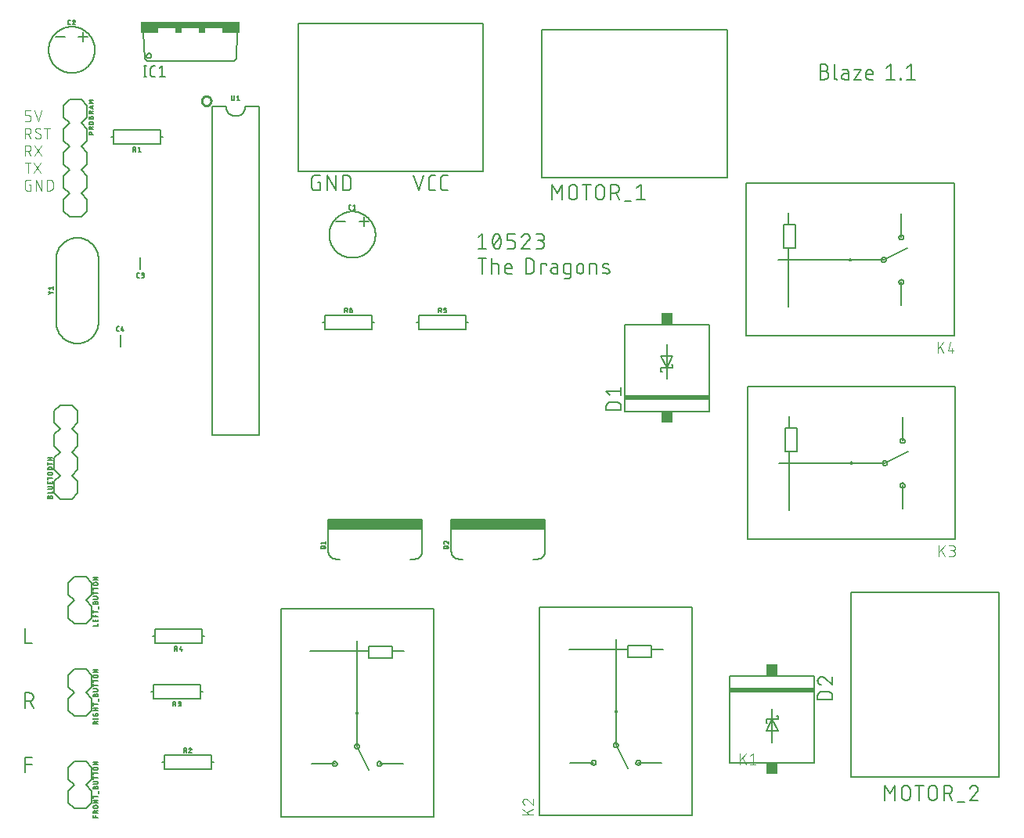
<source format=gbr>
G04 EAGLE Gerber RS-274X export*
G75*
%MOMM*%
%FSLAX34Y34*%
%LPD*%
%INSilkscreen Top*%
%IPPOS*%
%AMOC8*
5,1,8,0,0,1.08239X$1,22.5*%
G01*
%ADD10C,0.101600*%
%ADD11C,0.152400*%
%ADD12C,0.203200*%
%ADD13C,0.127000*%
%ADD14R,9.144000X0.508000*%
%ADD15R,1.270000X1.270000*%
%ADD16C,0.177800*%
%ADD17R,10.668000X0.762000*%
%ADD18R,1.905000X0.508000*%
%ADD19R,0.762000X0.508000*%
%ADD20R,10.160000X1.016000*%
%ADD21C,0.254000*%


D10*
X-9492Y775508D02*
X-5664Y775508D01*
X-5564Y775510D01*
X-5464Y775516D01*
X-5364Y775526D01*
X-5265Y775539D01*
X-5166Y775557D01*
X-5068Y775579D01*
X-4971Y775604D01*
X-4875Y775633D01*
X-4781Y775666D01*
X-4687Y775702D01*
X-4596Y775742D01*
X-4505Y775786D01*
X-4417Y775833D01*
X-4331Y775884D01*
X-4246Y775938D01*
X-4164Y775995D01*
X-4084Y776056D01*
X-4007Y776119D01*
X-3932Y776186D01*
X-3859Y776255D01*
X-3790Y776328D01*
X-3723Y776403D01*
X-3660Y776480D01*
X-3599Y776560D01*
X-3542Y776642D01*
X-3488Y776727D01*
X-3437Y776813D01*
X-3390Y776901D01*
X-3346Y776992D01*
X-3306Y777083D01*
X-3270Y777177D01*
X-3237Y777271D01*
X-3208Y777367D01*
X-3183Y777464D01*
X-3161Y777562D01*
X-3143Y777661D01*
X-3130Y777760D01*
X-3120Y777860D01*
X-3114Y777960D01*
X-3112Y778060D01*
X-3112Y779336D01*
X-3114Y779436D01*
X-3120Y779536D01*
X-3130Y779636D01*
X-3143Y779735D01*
X-3161Y779834D01*
X-3183Y779932D01*
X-3208Y780029D01*
X-3237Y780125D01*
X-3270Y780219D01*
X-3306Y780313D01*
X-3346Y780404D01*
X-3390Y780495D01*
X-3437Y780583D01*
X-3488Y780669D01*
X-3542Y780754D01*
X-3599Y780836D01*
X-3660Y780916D01*
X-3723Y780993D01*
X-3790Y781068D01*
X-3859Y781141D01*
X-3932Y781210D01*
X-4007Y781277D01*
X-4084Y781340D01*
X-4164Y781401D01*
X-4246Y781458D01*
X-4331Y781512D01*
X-4417Y781563D01*
X-4505Y781610D01*
X-4596Y781654D01*
X-4687Y781694D01*
X-4781Y781730D01*
X-4875Y781763D01*
X-4971Y781792D01*
X-5068Y781817D01*
X-5166Y781839D01*
X-5265Y781857D01*
X-5364Y781870D01*
X-5464Y781880D01*
X-5564Y781886D01*
X-5664Y781888D01*
X-9492Y781888D01*
X-9492Y786992D01*
X-3112Y786992D01*
X1120Y786992D02*
X4948Y775508D01*
X8776Y786992D01*
X-9492Y768242D02*
X-9492Y756758D01*
X-9492Y768242D02*
X-6302Y768242D01*
X-6191Y768240D01*
X-6079Y768234D01*
X-5969Y768225D01*
X-5858Y768211D01*
X-5748Y768194D01*
X-5639Y768172D01*
X-5530Y768147D01*
X-5423Y768118D01*
X-5316Y768086D01*
X-5211Y768050D01*
X-5107Y768010D01*
X-5005Y767966D01*
X-4904Y767919D01*
X-4804Y767869D01*
X-4707Y767815D01*
X-4612Y767757D01*
X-4518Y767697D01*
X-4427Y767633D01*
X-4338Y767566D01*
X-4252Y767496D01*
X-4167Y767423D01*
X-4086Y767347D01*
X-4007Y767268D01*
X-3931Y767187D01*
X-3858Y767102D01*
X-3788Y767016D01*
X-3721Y766927D01*
X-3657Y766836D01*
X-3597Y766742D01*
X-3539Y766647D01*
X-3485Y766550D01*
X-3435Y766450D01*
X-3388Y766349D01*
X-3344Y766247D01*
X-3304Y766143D01*
X-3268Y766038D01*
X-3236Y765931D01*
X-3207Y765824D01*
X-3182Y765715D01*
X-3160Y765606D01*
X-3143Y765496D01*
X-3129Y765385D01*
X-3120Y765275D01*
X-3114Y765163D01*
X-3112Y765052D01*
X-3114Y764941D01*
X-3120Y764829D01*
X-3129Y764719D01*
X-3143Y764608D01*
X-3160Y764498D01*
X-3182Y764389D01*
X-3207Y764280D01*
X-3236Y764173D01*
X-3268Y764066D01*
X-3304Y763961D01*
X-3344Y763857D01*
X-3388Y763755D01*
X-3435Y763654D01*
X-3485Y763554D01*
X-3539Y763457D01*
X-3597Y763362D01*
X-3657Y763268D01*
X-3721Y763177D01*
X-3788Y763088D01*
X-3858Y763002D01*
X-3931Y762917D01*
X-4007Y762836D01*
X-4086Y762757D01*
X-4167Y762681D01*
X-4252Y762608D01*
X-4338Y762538D01*
X-4427Y762471D01*
X-4518Y762407D01*
X-4612Y762347D01*
X-4707Y762289D01*
X-4804Y762235D01*
X-4904Y762185D01*
X-5005Y762138D01*
X-5107Y762094D01*
X-5211Y762054D01*
X-5316Y762018D01*
X-5423Y761986D01*
X-5530Y761957D01*
X-5639Y761932D01*
X-5748Y761910D01*
X-5858Y761893D01*
X-5969Y761879D01*
X-6079Y761870D01*
X-6191Y761864D01*
X-6302Y761862D01*
X-9492Y761862D01*
X-5664Y761862D02*
X-3112Y756758D01*
X5138Y756758D02*
X5238Y756760D01*
X5338Y756766D01*
X5438Y756776D01*
X5537Y756789D01*
X5636Y756807D01*
X5734Y756829D01*
X5831Y756854D01*
X5927Y756883D01*
X6021Y756916D01*
X6115Y756952D01*
X6206Y756992D01*
X6297Y757036D01*
X6385Y757083D01*
X6471Y757134D01*
X6556Y757188D01*
X6638Y757245D01*
X6718Y757306D01*
X6795Y757369D01*
X6870Y757436D01*
X6943Y757505D01*
X7012Y757578D01*
X7079Y757653D01*
X7142Y757730D01*
X7203Y757810D01*
X7260Y757892D01*
X7314Y757977D01*
X7365Y758063D01*
X7412Y758151D01*
X7456Y758242D01*
X7496Y758333D01*
X7532Y758427D01*
X7565Y758521D01*
X7594Y758617D01*
X7619Y758714D01*
X7641Y758812D01*
X7659Y758911D01*
X7672Y759010D01*
X7682Y759110D01*
X7688Y759210D01*
X7690Y759310D01*
X5138Y756758D02*
X4996Y756760D01*
X4854Y756765D01*
X4713Y756775D01*
X4571Y756788D01*
X4431Y756805D01*
X4290Y756825D01*
X4150Y756849D01*
X4011Y756877D01*
X3873Y756909D01*
X3735Y756944D01*
X3599Y756982D01*
X3464Y757025D01*
X3329Y757070D01*
X3196Y757120D01*
X3065Y757173D01*
X2934Y757229D01*
X2806Y757289D01*
X2678Y757352D01*
X2553Y757418D01*
X2429Y757488D01*
X2308Y757561D01*
X2188Y757637D01*
X2070Y757716D01*
X1955Y757798D01*
X1841Y757884D01*
X1730Y757972D01*
X1621Y758063D01*
X1515Y758157D01*
X1411Y758254D01*
X1310Y758353D01*
X1629Y765690D02*
X1631Y765790D01*
X1637Y765890D01*
X1647Y765990D01*
X1660Y766089D01*
X1678Y766188D01*
X1700Y766286D01*
X1725Y766383D01*
X1754Y766479D01*
X1787Y766573D01*
X1823Y766667D01*
X1863Y766758D01*
X1907Y766849D01*
X1954Y766937D01*
X2005Y767023D01*
X2059Y767108D01*
X2116Y767190D01*
X2177Y767270D01*
X2240Y767347D01*
X2307Y767422D01*
X2376Y767495D01*
X2449Y767564D01*
X2524Y767631D01*
X2601Y767694D01*
X2681Y767755D01*
X2763Y767812D01*
X2848Y767866D01*
X2934Y767917D01*
X3022Y767964D01*
X3113Y768008D01*
X3204Y768048D01*
X3298Y768084D01*
X3392Y768117D01*
X3488Y768146D01*
X3585Y768171D01*
X3683Y768193D01*
X3782Y768211D01*
X3881Y768224D01*
X3981Y768234D01*
X4081Y768240D01*
X4181Y768242D01*
X4315Y768240D01*
X4449Y768235D01*
X4582Y768225D01*
X4715Y768212D01*
X4848Y768195D01*
X4980Y768175D01*
X5112Y768151D01*
X5243Y768123D01*
X5373Y768091D01*
X5502Y768056D01*
X5631Y768017D01*
X5758Y767975D01*
X5883Y767929D01*
X6008Y767880D01*
X6131Y767827D01*
X6252Y767771D01*
X6372Y767711D01*
X6490Y767648D01*
X6607Y767582D01*
X6721Y767512D01*
X6833Y767440D01*
X6944Y767364D01*
X7052Y767285D01*
X2905Y763457D02*
X2820Y763509D01*
X2737Y763565D01*
X2657Y763623D01*
X2578Y763685D01*
X2503Y763750D01*
X2429Y763817D01*
X2359Y763887D01*
X2291Y763960D01*
X2226Y764036D01*
X2163Y764114D01*
X2104Y764194D01*
X2048Y764276D01*
X1996Y764361D01*
X1946Y764448D01*
X1900Y764536D01*
X1857Y764626D01*
X1818Y764718D01*
X1783Y764811D01*
X1751Y764905D01*
X1722Y765001D01*
X1698Y765097D01*
X1677Y765195D01*
X1660Y765293D01*
X1646Y765392D01*
X1637Y765491D01*
X1631Y765590D01*
X1629Y765690D01*
X6414Y761543D02*
X6499Y761491D01*
X6582Y761435D01*
X6662Y761377D01*
X6741Y761315D01*
X6816Y761250D01*
X6890Y761183D01*
X6960Y761113D01*
X7028Y761040D01*
X7093Y760964D01*
X7156Y760886D01*
X7215Y760806D01*
X7271Y760724D01*
X7323Y760639D01*
X7373Y760552D01*
X7419Y760464D01*
X7462Y760374D01*
X7501Y760282D01*
X7536Y760189D01*
X7568Y760095D01*
X7597Y759999D01*
X7621Y759903D01*
X7642Y759805D01*
X7659Y759707D01*
X7673Y759608D01*
X7682Y759509D01*
X7688Y759410D01*
X7690Y759310D01*
X6414Y761543D02*
X2905Y763457D01*
X14625Y768242D02*
X14625Y756758D01*
X11435Y768242D02*
X17815Y768242D01*
X-9492Y749492D02*
X-9492Y738008D01*
X-9492Y749492D02*
X-6302Y749492D01*
X-6191Y749490D01*
X-6079Y749484D01*
X-5969Y749475D01*
X-5858Y749461D01*
X-5748Y749444D01*
X-5639Y749422D01*
X-5530Y749397D01*
X-5423Y749368D01*
X-5316Y749336D01*
X-5211Y749300D01*
X-5107Y749260D01*
X-5005Y749216D01*
X-4904Y749169D01*
X-4804Y749119D01*
X-4707Y749065D01*
X-4612Y749007D01*
X-4518Y748947D01*
X-4427Y748883D01*
X-4338Y748816D01*
X-4252Y748746D01*
X-4167Y748673D01*
X-4086Y748597D01*
X-4007Y748518D01*
X-3931Y748437D01*
X-3858Y748352D01*
X-3788Y748266D01*
X-3721Y748177D01*
X-3657Y748086D01*
X-3597Y747992D01*
X-3539Y747897D01*
X-3485Y747800D01*
X-3435Y747700D01*
X-3388Y747599D01*
X-3344Y747497D01*
X-3304Y747393D01*
X-3268Y747288D01*
X-3236Y747181D01*
X-3207Y747074D01*
X-3182Y746965D01*
X-3160Y746856D01*
X-3143Y746746D01*
X-3129Y746635D01*
X-3120Y746525D01*
X-3114Y746413D01*
X-3112Y746302D01*
X-3114Y746191D01*
X-3120Y746079D01*
X-3129Y745969D01*
X-3143Y745858D01*
X-3160Y745748D01*
X-3182Y745639D01*
X-3207Y745530D01*
X-3236Y745423D01*
X-3268Y745316D01*
X-3304Y745211D01*
X-3344Y745107D01*
X-3388Y745005D01*
X-3435Y744904D01*
X-3485Y744804D01*
X-3539Y744707D01*
X-3597Y744612D01*
X-3657Y744518D01*
X-3721Y744427D01*
X-3788Y744338D01*
X-3858Y744252D01*
X-3931Y744167D01*
X-4007Y744086D01*
X-4086Y744007D01*
X-4167Y743931D01*
X-4252Y743858D01*
X-4338Y743788D01*
X-4427Y743721D01*
X-4518Y743657D01*
X-4612Y743597D01*
X-4707Y743539D01*
X-4804Y743485D01*
X-4904Y743435D01*
X-5005Y743388D01*
X-5107Y743344D01*
X-5211Y743304D01*
X-5316Y743268D01*
X-5423Y743236D01*
X-5530Y743207D01*
X-5639Y743182D01*
X-5748Y743160D01*
X-5858Y743143D01*
X-5969Y743129D01*
X-6079Y743120D01*
X-6191Y743114D01*
X-6302Y743112D01*
X-9492Y743112D01*
X-5664Y743112D02*
X-3112Y738008D01*
X1047Y738008D02*
X8703Y749492D01*
X1047Y749492D02*
X8703Y738008D01*
X-6302Y730742D02*
X-6302Y719258D01*
X-9492Y730742D02*
X-3112Y730742D01*
X8026Y730742D02*
X370Y719258D01*
X8026Y719258D02*
X370Y730742D01*
X-3112Y706888D02*
X-5026Y706888D01*
X-3112Y706888D02*
X-3112Y700508D01*
X-6940Y700508D01*
X-7040Y700510D01*
X-7140Y700516D01*
X-7240Y700526D01*
X-7339Y700539D01*
X-7438Y700557D01*
X-7536Y700579D01*
X-7633Y700604D01*
X-7729Y700633D01*
X-7823Y700666D01*
X-7917Y700702D01*
X-8008Y700742D01*
X-8099Y700786D01*
X-8187Y700833D01*
X-8273Y700884D01*
X-8358Y700938D01*
X-8440Y700995D01*
X-8520Y701056D01*
X-8597Y701119D01*
X-8672Y701186D01*
X-8745Y701255D01*
X-8814Y701328D01*
X-8881Y701403D01*
X-8944Y701480D01*
X-9005Y701560D01*
X-9062Y701642D01*
X-9116Y701727D01*
X-9167Y701813D01*
X-9214Y701901D01*
X-9258Y701992D01*
X-9298Y702083D01*
X-9334Y702177D01*
X-9367Y702271D01*
X-9396Y702367D01*
X-9421Y702464D01*
X-9443Y702562D01*
X-9461Y702661D01*
X-9474Y702760D01*
X-9484Y702860D01*
X-9490Y702960D01*
X-9492Y703060D01*
X-9492Y709440D01*
X-9490Y709540D01*
X-9484Y709640D01*
X-9474Y709740D01*
X-9461Y709839D01*
X-9443Y709938D01*
X-9421Y710036D01*
X-9396Y710133D01*
X-9367Y710229D01*
X-9334Y710323D01*
X-9298Y710417D01*
X-9258Y710508D01*
X-9214Y710599D01*
X-9167Y710687D01*
X-9116Y710773D01*
X-9062Y710858D01*
X-9005Y710940D01*
X-8944Y711020D01*
X-8881Y711097D01*
X-8814Y711172D01*
X-8745Y711245D01*
X-8672Y711314D01*
X-8597Y711381D01*
X-8520Y711444D01*
X-8440Y711505D01*
X-8358Y711562D01*
X-8273Y711616D01*
X-8187Y711667D01*
X-8099Y711714D01*
X-8008Y711758D01*
X-7917Y711798D01*
X-7823Y711834D01*
X-7729Y711867D01*
X-7633Y711896D01*
X-7536Y711921D01*
X-7438Y711943D01*
X-7339Y711961D01*
X-7240Y711974D01*
X-7140Y711984D01*
X-7040Y711990D01*
X-6940Y711992D01*
X-3112Y711992D01*
X2508Y711992D02*
X2508Y700508D01*
X8888Y700508D02*
X2508Y711992D01*
X8888Y711992D02*
X8888Y700508D01*
X14508Y700508D02*
X14508Y711992D01*
X17698Y711992D01*
X17809Y711990D01*
X17921Y711984D01*
X18031Y711975D01*
X18142Y711961D01*
X18252Y711944D01*
X18361Y711922D01*
X18470Y711897D01*
X18577Y711868D01*
X18684Y711836D01*
X18789Y711800D01*
X18893Y711760D01*
X18995Y711716D01*
X19096Y711669D01*
X19196Y711619D01*
X19293Y711565D01*
X19388Y711507D01*
X19482Y711447D01*
X19573Y711383D01*
X19662Y711316D01*
X19748Y711246D01*
X19833Y711173D01*
X19914Y711097D01*
X19993Y711018D01*
X20069Y710937D01*
X20142Y710852D01*
X20212Y710766D01*
X20279Y710677D01*
X20343Y710586D01*
X20403Y710492D01*
X20461Y710397D01*
X20515Y710300D01*
X20565Y710200D01*
X20612Y710099D01*
X20656Y709997D01*
X20696Y709893D01*
X20732Y709788D01*
X20764Y709681D01*
X20793Y709574D01*
X20818Y709465D01*
X20840Y709356D01*
X20857Y709246D01*
X20871Y709135D01*
X20880Y709025D01*
X20886Y708913D01*
X20888Y708802D01*
X20888Y703698D01*
X20886Y703587D01*
X20880Y703475D01*
X20871Y703365D01*
X20857Y703254D01*
X20840Y703144D01*
X20818Y703035D01*
X20793Y702926D01*
X20764Y702819D01*
X20732Y702712D01*
X20696Y702607D01*
X20656Y702503D01*
X20612Y702401D01*
X20565Y702300D01*
X20515Y702200D01*
X20461Y702103D01*
X20403Y702008D01*
X20343Y701914D01*
X20279Y701823D01*
X20212Y701734D01*
X20142Y701648D01*
X20069Y701563D01*
X19993Y701482D01*
X19914Y701403D01*
X19833Y701327D01*
X19748Y701254D01*
X19662Y701184D01*
X19573Y701117D01*
X19482Y701053D01*
X19388Y700993D01*
X19293Y700935D01*
X19196Y700881D01*
X19096Y700831D01*
X18995Y700784D01*
X18893Y700740D01*
X18789Y700700D01*
X18684Y700664D01*
X18577Y700632D01*
X18470Y700603D01*
X18361Y700578D01*
X18252Y700556D01*
X18142Y700539D01*
X18031Y700525D01*
X17921Y700516D01*
X17809Y700510D01*
X17698Y700508D01*
X14508Y700508D01*
D11*
X560762Y707018D02*
X560762Y690762D01*
X566181Y697987D02*
X560762Y707018D01*
X566181Y697987D02*
X571599Y707018D01*
X571599Y690762D01*
X578859Y695278D02*
X578859Y702502D01*
X578861Y702635D01*
X578867Y702767D01*
X578877Y702899D01*
X578890Y703031D01*
X578908Y703163D01*
X578929Y703293D01*
X578954Y703424D01*
X578983Y703553D01*
X579016Y703681D01*
X579052Y703809D01*
X579092Y703935D01*
X579136Y704060D01*
X579184Y704184D01*
X579235Y704306D01*
X579290Y704427D01*
X579348Y704546D01*
X579410Y704664D01*
X579475Y704779D01*
X579544Y704893D01*
X579615Y705004D01*
X579691Y705113D01*
X579769Y705220D01*
X579850Y705325D01*
X579935Y705427D01*
X580022Y705527D01*
X580112Y705624D01*
X580205Y705719D01*
X580301Y705810D01*
X580399Y705899D01*
X580500Y705985D01*
X580604Y706068D01*
X580710Y706148D01*
X580818Y706224D01*
X580928Y706298D01*
X581041Y706368D01*
X581155Y706435D01*
X581272Y706498D01*
X581390Y706558D01*
X581510Y706615D01*
X581632Y706668D01*
X581755Y706717D01*
X581879Y706763D01*
X582005Y706805D01*
X582132Y706843D01*
X582260Y706878D01*
X582389Y706909D01*
X582518Y706936D01*
X582649Y706959D01*
X582780Y706979D01*
X582912Y706994D01*
X583044Y707006D01*
X583176Y707014D01*
X583309Y707018D01*
X583441Y707018D01*
X583574Y707014D01*
X583706Y707006D01*
X583838Y706994D01*
X583970Y706979D01*
X584101Y706959D01*
X584232Y706936D01*
X584361Y706909D01*
X584490Y706878D01*
X584618Y706843D01*
X584745Y706805D01*
X584871Y706763D01*
X584995Y706717D01*
X585118Y706668D01*
X585240Y706615D01*
X585360Y706558D01*
X585478Y706498D01*
X585595Y706435D01*
X585709Y706368D01*
X585822Y706298D01*
X585932Y706224D01*
X586040Y706148D01*
X586146Y706068D01*
X586250Y705985D01*
X586351Y705899D01*
X586449Y705810D01*
X586545Y705719D01*
X586638Y705624D01*
X586728Y705527D01*
X586815Y705427D01*
X586900Y705325D01*
X586981Y705220D01*
X587059Y705113D01*
X587135Y705004D01*
X587206Y704893D01*
X587275Y704779D01*
X587340Y704664D01*
X587402Y704546D01*
X587460Y704427D01*
X587515Y704306D01*
X587566Y704184D01*
X587614Y704060D01*
X587658Y703935D01*
X587698Y703809D01*
X587734Y703681D01*
X587767Y703553D01*
X587796Y703424D01*
X587821Y703293D01*
X587842Y703163D01*
X587860Y703031D01*
X587873Y702899D01*
X587883Y702767D01*
X587889Y702635D01*
X587891Y702502D01*
X587891Y695278D01*
X587889Y695145D01*
X587883Y695013D01*
X587873Y694881D01*
X587860Y694749D01*
X587842Y694617D01*
X587821Y694487D01*
X587796Y694356D01*
X587767Y694227D01*
X587734Y694099D01*
X587698Y693971D01*
X587658Y693845D01*
X587614Y693720D01*
X587566Y693596D01*
X587515Y693474D01*
X587460Y693353D01*
X587402Y693234D01*
X587340Y693116D01*
X587275Y693001D01*
X587206Y692887D01*
X587135Y692776D01*
X587059Y692667D01*
X586981Y692560D01*
X586900Y692455D01*
X586815Y692353D01*
X586728Y692253D01*
X586638Y692156D01*
X586545Y692061D01*
X586449Y691970D01*
X586351Y691881D01*
X586250Y691795D01*
X586146Y691712D01*
X586040Y691632D01*
X585932Y691556D01*
X585822Y691482D01*
X585709Y691412D01*
X585595Y691345D01*
X585478Y691282D01*
X585360Y691222D01*
X585240Y691165D01*
X585118Y691112D01*
X584995Y691063D01*
X584871Y691017D01*
X584745Y690975D01*
X584618Y690937D01*
X584490Y690902D01*
X584361Y690871D01*
X584232Y690844D01*
X584101Y690821D01*
X583970Y690801D01*
X583838Y690786D01*
X583706Y690774D01*
X583574Y690766D01*
X583441Y690762D01*
X583309Y690762D01*
X583176Y690766D01*
X583044Y690774D01*
X582912Y690786D01*
X582780Y690801D01*
X582649Y690821D01*
X582518Y690844D01*
X582389Y690871D01*
X582260Y690902D01*
X582132Y690937D01*
X582005Y690975D01*
X581879Y691017D01*
X581755Y691063D01*
X581632Y691112D01*
X581510Y691165D01*
X581390Y691222D01*
X581272Y691282D01*
X581155Y691345D01*
X581041Y691412D01*
X580928Y691482D01*
X580818Y691556D01*
X580710Y691632D01*
X580604Y691712D01*
X580500Y691795D01*
X580399Y691881D01*
X580301Y691970D01*
X580205Y692061D01*
X580112Y692156D01*
X580022Y692253D01*
X579935Y692353D01*
X579850Y692455D01*
X579769Y692560D01*
X579691Y692667D01*
X579615Y692776D01*
X579544Y692887D01*
X579475Y693001D01*
X579410Y693116D01*
X579348Y693234D01*
X579290Y693353D01*
X579235Y693474D01*
X579184Y693596D01*
X579136Y693720D01*
X579092Y693845D01*
X579052Y693971D01*
X579016Y694099D01*
X578983Y694227D01*
X578954Y694356D01*
X578929Y694487D01*
X578908Y694617D01*
X578890Y694749D01*
X578877Y694881D01*
X578867Y695013D01*
X578861Y695145D01*
X578859Y695278D01*
X597964Y690762D02*
X597964Y707018D01*
X593449Y707018D02*
X602480Y707018D01*
X608038Y702502D02*
X608038Y695278D01*
X608037Y702502D02*
X608039Y702635D01*
X608045Y702767D01*
X608055Y702899D01*
X608068Y703031D01*
X608086Y703163D01*
X608107Y703293D01*
X608132Y703424D01*
X608161Y703553D01*
X608194Y703681D01*
X608230Y703809D01*
X608270Y703935D01*
X608314Y704060D01*
X608362Y704184D01*
X608413Y704306D01*
X608468Y704427D01*
X608526Y704546D01*
X608588Y704664D01*
X608653Y704779D01*
X608722Y704893D01*
X608793Y705004D01*
X608869Y705113D01*
X608947Y705220D01*
X609028Y705325D01*
X609113Y705427D01*
X609200Y705527D01*
X609290Y705624D01*
X609383Y705719D01*
X609479Y705810D01*
X609577Y705899D01*
X609678Y705985D01*
X609782Y706068D01*
X609888Y706148D01*
X609996Y706224D01*
X610106Y706298D01*
X610219Y706368D01*
X610333Y706435D01*
X610450Y706498D01*
X610568Y706558D01*
X610688Y706615D01*
X610810Y706668D01*
X610933Y706717D01*
X611057Y706763D01*
X611183Y706805D01*
X611310Y706843D01*
X611438Y706878D01*
X611567Y706909D01*
X611696Y706936D01*
X611827Y706959D01*
X611958Y706979D01*
X612090Y706994D01*
X612222Y707006D01*
X612354Y707014D01*
X612487Y707018D01*
X612619Y707018D01*
X612752Y707014D01*
X612884Y707006D01*
X613016Y706994D01*
X613148Y706979D01*
X613279Y706959D01*
X613410Y706936D01*
X613539Y706909D01*
X613668Y706878D01*
X613796Y706843D01*
X613923Y706805D01*
X614049Y706763D01*
X614173Y706717D01*
X614296Y706668D01*
X614418Y706615D01*
X614538Y706558D01*
X614656Y706498D01*
X614773Y706435D01*
X614887Y706368D01*
X615000Y706298D01*
X615110Y706224D01*
X615218Y706148D01*
X615324Y706068D01*
X615428Y705985D01*
X615529Y705899D01*
X615627Y705810D01*
X615723Y705719D01*
X615816Y705624D01*
X615906Y705527D01*
X615993Y705427D01*
X616078Y705325D01*
X616159Y705220D01*
X616237Y705113D01*
X616313Y705004D01*
X616384Y704893D01*
X616453Y704779D01*
X616518Y704664D01*
X616580Y704546D01*
X616638Y704427D01*
X616693Y704306D01*
X616744Y704184D01*
X616792Y704060D01*
X616836Y703935D01*
X616876Y703809D01*
X616912Y703681D01*
X616945Y703553D01*
X616974Y703424D01*
X616999Y703293D01*
X617020Y703163D01*
X617038Y703031D01*
X617051Y702899D01*
X617061Y702767D01*
X617067Y702635D01*
X617069Y702502D01*
X617069Y695278D01*
X617067Y695145D01*
X617061Y695013D01*
X617051Y694881D01*
X617038Y694749D01*
X617020Y694617D01*
X616999Y694487D01*
X616974Y694356D01*
X616945Y694227D01*
X616912Y694099D01*
X616876Y693971D01*
X616836Y693845D01*
X616792Y693720D01*
X616744Y693596D01*
X616693Y693474D01*
X616638Y693353D01*
X616580Y693234D01*
X616518Y693116D01*
X616453Y693001D01*
X616384Y692887D01*
X616313Y692776D01*
X616237Y692667D01*
X616159Y692560D01*
X616078Y692455D01*
X615993Y692353D01*
X615906Y692253D01*
X615816Y692156D01*
X615723Y692061D01*
X615627Y691970D01*
X615529Y691881D01*
X615428Y691795D01*
X615324Y691712D01*
X615218Y691632D01*
X615110Y691556D01*
X615000Y691482D01*
X614887Y691412D01*
X614773Y691345D01*
X614656Y691282D01*
X614538Y691222D01*
X614418Y691165D01*
X614296Y691112D01*
X614173Y691063D01*
X614049Y691017D01*
X613923Y690975D01*
X613796Y690937D01*
X613668Y690902D01*
X613539Y690871D01*
X613410Y690844D01*
X613279Y690821D01*
X613148Y690801D01*
X613016Y690786D01*
X612884Y690774D01*
X612752Y690766D01*
X612619Y690762D01*
X612487Y690762D01*
X612354Y690766D01*
X612222Y690774D01*
X612090Y690786D01*
X611958Y690801D01*
X611827Y690821D01*
X611696Y690844D01*
X611567Y690871D01*
X611438Y690902D01*
X611310Y690937D01*
X611183Y690975D01*
X611057Y691017D01*
X610933Y691063D01*
X610810Y691112D01*
X610688Y691165D01*
X610568Y691222D01*
X610450Y691282D01*
X610333Y691345D01*
X610219Y691412D01*
X610106Y691482D01*
X609996Y691556D01*
X609888Y691632D01*
X609782Y691712D01*
X609678Y691795D01*
X609577Y691881D01*
X609479Y691970D01*
X609383Y692061D01*
X609290Y692156D01*
X609200Y692253D01*
X609113Y692353D01*
X609028Y692455D01*
X608947Y692560D01*
X608869Y692667D01*
X608793Y692776D01*
X608722Y692887D01*
X608653Y693001D01*
X608588Y693116D01*
X608526Y693234D01*
X608468Y693353D01*
X608413Y693474D01*
X608362Y693596D01*
X608314Y693720D01*
X608270Y693845D01*
X608230Y693971D01*
X608194Y694099D01*
X608161Y694227D01*
X608132Y694356D01*
X608107Y694487D01*
X608086Y694617D01*
X608068Y694749D01*
X608055Y694881D01*
X608045Y695013D01*
X608039Y695145D01*
X608037Y695278D01*
X624282Y690762D02*
X624282Y707018D01*
X628797Y707018D01*
X628930Y707016D01*
X629062Y707010D01*
X629194Y707000D01*
X629326Y706987D01*
X629458Y706969D01*
X629588Y706948D01*
X629719Y706923D01*
X629848Y706894D01*
X629976Y706861D01*
X630104Y706825D01*
X630230Y706785D01*
X630355Y706741D01*
X630479Y706693D01*
X630601Y706642D01*
X630722Y706587D01*
X630841Y706529D01*
X630959Y706467D01*
X631074Y706402D01*
X631188Y706333D01*
X631299Y706262D01*
X631408Y706186D01*
X631515Y706108D01*
X631620Y706027D01*
X631722Y705942D01*
X631822Y705855D01*
X631919Y705765D01*
X632014Y705672D01*
X632105Y705576D01*
X632194Y705478D01*
X632280Y705377D01*
X632363Y705273D01*
X632443Y705167D01*
X632519Y705059D01*
X632593Y704949D01*
X632663Y704836D01*
X632730Y704722D01*
X632793Y704605D01*
X632853Y704487D01*
X632910Y704367D01*
X632963Y704245D01*
X633012Y704122D01*
X633058Y703998D01*
X633100Y703872D01*
X633138Y703745D01*
X633173Y703617D01*
X633204Y703488D01*
X633231Y703359D01*
X633254Y703228D01*
X633274Y703097D01*
X633289Y702965D01*
X633301Y702833D01*
X633309Y702701D01*
X633313Y702568D01*
X633313Y702436D01*
X633309Y702303D01*
X633301Y702171D01*
X633289Y702039D01*
X633274Y701907D01*
X633254Y701776D01*
X633231Y701645D01*
X633204Y701516D01*
X633173Y701387D01*
X633138Y701259D01*
X633100Y701132D01*
X633058Y701006D01*
X633012Y700882D01*
X632963Y700759D01*
X632910Y700637D01*
X632853Y700517D01*
X632793Y700399D01*
X632730Y700282D01*
X632663Y700168D01*
X632593Y700055D01*
X632519Y699945D01*
X632443Y699837D01*
X632363Y699731D01*
X632280Y699627D01*
X632194Y699526D01*
X632105Y699428D01*
X632014Y699332D01*
X631919Y699239D01*
X631822Y699149D01*
X631722Y699062D01*
X631620Y698977D01*
X631515Y698896D01*
X631408Y698818D01*
X631299Y698742D01*
X631188Y698671D01*
X631074Y698602D01*
X630959Y698537D01*
X630841Y698475D01*
X630722Y698417D01*
X630601Y698362D01*
X630479Y698311D01*
X630355Y698263D01*
X630230Y698219D01*
X630104Y698179D01*
X629976Y698143D01*
X629848Y698110D01*
X629719Y698081D01*
X629588Y698056D01*
X629458Y698035D01*
X629326Y698017D01*
X629194Y698004D01*
X629062Y697994D01*
X628930Y697988D01*
X628797Y697986D01*
X628797Y697987D02*
X624282Y697987D01*
X629700Y697987D02*
X633313Y690762D01*
X639161Y688956D02*
X646386Y688956D01*
X652326Y703406D02*
X656842Y707018D01*
X656842Y690762D01*
X661357Y690762D02*
X652326Y690762D01*
X920762Y57018D02*
X920762Y40762D01*
X926181Y47987D02*
X920762Y57018D01*
X926181Y47987D02*
X931599Y57018D01*
X931599Y40762D01*
X938859Y45278D02*
X938859Y52502D01*
X938861Y52635D01*
X938867Y52767D01*
X938877Y52899D01*
X938890Y53031D01*
X938908Y53163D01*
X938929Y53293D01*
X938954Y53424D01*
X938983Y53553D01*
X939016Y53681D01*
X939052Y53809D01*
X939092Y53935D01*
X939136Y54060D01*
X939184Y54184D01*
X939235Y54306D01*
X939290Y54427D01*
X939348Y54546D01*
X939410Y54664D01*
X939475Y54779D01*
X939544Y54893D01*
X939615Y55004D01*
X939691Y55113D01*
X939769Y55220D01*
X939850Y55325D01*
X939935Y55427D01*
X940022Y55527D01*
X940112Y55624D01*
X940205Y55719D01*
X940301Y55810D01*
X940399Y55899D01*
X940500Y55985D01*
X940604Y56068D01*
X940710Y56148D01*
X940818Y56224D01*
X940928Y56298D01*
X941041Y56368D01*
X941155Y56435D01*
X941272Y56498D01*
X941390Y56558D01*
X941510Y56615D01*
X941632Y56668D01*
X941755Y56717D01*
X941879Y56763D01*
X942005Y56805D01*
X942132Y56843D01*
X942260Y56878D01*
X942389Y56909D01*
X942518Y56936D01*
X942649Y56959D01*
X942780Y56979D01*
X942912Y56994D01*
X943044Y57006D01*
X943176Y57014D01*
X943309Y57018D01*
X943441Y57018D01*
X943574Y57014D01*
X943706Y57006D01*
X943838Y56994D01*
X943970Y56979D01*
X944101Y56959D01*
X944232Y56936D01*
X944361Y56909D01*
X944490Y56878D01*
X944618Y56843D01*
X944745Y56805D01*
X944871Y56763D01*
X944995Y56717D01*
X945118Y56668D01*
X945240Y56615D01*
X945360Y56558D01*
X945478Y56498D01*
X945595Y56435D01*
X945709Y56368D01*
X945822Y56298D01*
X945932Y56224D01*
X946040Y56148D01*
X946146Y56068D01*
X946250Y55985D01*
X946351Y55899D01*
X946449Y55810D01*
X946545Y55719D01*
X946638Y55624D01*
X946728Y55527D01*
X946815Y55427D01*
X946900Y55325D01*
X946981Y55220D01*
X947059Y55113D01*
X947135Y55004D01*
X947206Y54893D01*
X947275Y54779D01*
X947340Y54664D01*
X947402Y54546D01*
X947460Y54427D01*
X947515Y54306D01*
X947566Y54184D01*
X947614Y54060D01*
X947658Y53935D01*
X947698Y53809D01*
X947734Y53681D01*
X947767Y53553D01*
X947796Y53424D01*
X947821Y53293D01*
X947842Y53163D01*
X947860Y53031D01*
X947873Y52899D01*
X947883Y52767D01*
X947889Y52635D01*
X947891Y52502D01*
X947891Y45278D01*
X947889Y45145D01*
X947883Y45013D01*
X947873Y44881D01*
X947860Y44749D01*
X947842Y44617D01*
X947821Y44487D01*
X947796Y44356D01*
X947767Y44227D01*
X947734Y44099D01*
X947698Y43971D01*
X947658Y43845D01*
X947614Y43720D01*
X947566Y43596D01*
X947515Y43474D01*
X947460Y43353D01*
X947402Y43234D01*
X947340Y43116D01*
X947275Y43001D01*
X947206Y42887D01*
X947135Y42776D01*
X947059Y42667D01*
X946981Y42560D01*
X946900Y42455D01*
X946815Y42353D01*
X946728Y42253D01*
X946638Y42156D01*
X946545Y42061D01*
X946449Y41970D01*
X946351Y41881D01*
X946250Y41795D01*
X946146Y41712D01*
X946040Y41632D01*
X945932Y41556D01*
X945822Y41482D01*
X945709Y41412D01*
X945595Y41345D01*
X945478Y41282D01*
X945360Y41222D01*
X945240Y41165D01*
X945118Y41112D01*
X944995Y41063D01*
X944871Y41017D01*
X944745Y40975D01*
X944618Y40937D01*
X944490Y40902D01*
X944361Y40871D01*
X944232Y40844D01*
X944101Y40821D01*
X943970Y40801D01*
X943838Y40786D01*
X943706Y40774D01*
X943574Y40766D01*
X943441Y40762D01*
X943309Y40762D01*
X943176Y40766D01*
X943044Y40774D01*
X942912Y40786D01*
X942780Y40801D01*
X942649Y40821D01*
X942518Y40844D01*
X942389Y40871D01*
X942260Y40902D01*
X942132Y40937D01*
X942005Y40975D01*
X941879Y41017D01*
X941755Y41063D01*
X941632Y41112D01*
X941510Y41165D01*
X941390Y41222D01*
X941272Y41282D01*
X941155Y41345D01*
X941041Y41412D01*
X940928Y41482D01*
X940818Y41556D01*
X940710Y41632D01*
X940604Y41712D01*
X940500Y41795D01*
X940399Y41881D01*
X940301Y41970D01*
X940205Y42061D01*
X940112Y42156D01*
X940022Y42253D01*
X939935Y42353D01*
X939850Y42455D01*
X939769Y42560D01*
X939691Y42667D01*
X939615Y42776D01*
X939544Y42887D01*
X939475Y43001D01*
X939410Y43116D01*
X939348Y43234D01*
X939290Y43353D01*
X939235Y43474D01*
X939184Y43596D01*
X939136Y43720D01*
X939092Y43845D01*
X939052Y43971D01*
X939016Y44099D01*
X938983Y44227D01*
X938954Y44356D01*
X938929Y44487D01*
X938908Y44617D01*
X938890Y44749D01*
X938877Y44881D01*
X938867Y45013D01*
X938861Y45145D01*
X938859Y45278D01*
X957964Y40762D02*
X957964Y57018D01*
X953449Y57018D02*
X962480Y57018D01*
X968038Y52502D02*
X968038Y45278D01*
X968037Y52502D02*
X968039Y52635D01*
X968045Y52767D01*
X968055Y52899D01*
X968068Y53031D01*
X968086Y53163D01*
X968107Y53293D01*
X968132Y53424D01*
X968161Y53553D01*
X968194Y53681D01*
X968230Y53809D01*
X968270Y53935D01*
X968314Y54060D01*
X968362Y54184D01*
X968413Y54306D01*
X968468Y54427D01*
X968526Y54546D01*
X968588Y54664D01*
X968653Y54779D01*
X968722Y54893D01*
X968793Y55004D01*
X968869Y55113D01*
X968947Y55220D01*
X969028Y55325D01*
X969113Y55427D01*
X969200Y55527D01*
X969290Y55624D01*
X969383Y55719D01*
X969479Y55810D01*
X969577Y55899D01*
X969678Y55985D01*
X969782Y56068D01*
X969888Y56148D01*
X969996Y56224D01*
X970106Y56298D01*
X970219Y56368D01*
X970333Y56435D01*
X970450Y56498D01*
X970568Y56558D01*
X970688Y56615D01*
X970810Y56668D01*
X970933Y56717D01*
X971057Y56763D01*
X971183Y56805D01*
X971310Y56843D01*
X971438Y56878D01*
X971567Y56909D01*
X971696Y56936D01*
X971827Y56959D01*
X971958Y56979D01*
X972090Y56994D01*
X972222Y57006D01*
X972354Y57014D01*
X972487Y57018D01*
X972619Y57018D01*
X972752Y57014D01*
X972884Y57006D01*
X973016Y56994D01*
X973148Y56979D01*
X973279Y56959D01*
X973410Y56936D01*
X973539Y56909D01*
X973668Y56878D01*
X973796Y56843D01*
X973923Y56805D01*
X974049Y56763D01*
X974173Y56717D01*
X974296Y56668D01*
X974418Y56615D01*
X974538Y56558D01*
X974656Y56498D01*
X974773Y56435D01*
X974887Y56368D01*
X975000Y56298D01*
X975110Y56224D01*
X975218Y56148D01*
X975324Y56068D01*
X975428Y55985D01*
X975529Y55899D01*
X975627Y55810D01*
X975723Y55719D01*
X975816Y55624D01*
X975906Y55527D01*
X975993Y55427D01*
X976078Y55325D01*
X976159Y55220D01*
X976237Y55113D01*
X976313Y55004D01*
X976384Y54893D01*
X976453Y54779D01*
X976518Y54664D01*
X976580Y54546D01*
X976638Y54427D01*
X976693Y54306D01*
X976744Y54184D01*
X976792Y54060D01*
X976836Y53935D01*
X976876Y53809D01*
X976912Y53681D01*
X976945Y53553D01*
X976974Y53424D01*
X976999Y53293D01*
X977020Y53163D01*
X977038Y53031D01*
X977051Y52899D01*
X977061Y52767D01*
X977067Y52635D01*
X977069Y52502D01*
X977069Y45278D01*
X977067Y45145D01*
X977061Y45013D01*
X977051Y44881D01*
X977038Y44749D01*
X977020Y44617D01*
X976999Y44487D01*
X976974Y44356D01*
X976945Y44227D01*
X976912Y44099D01*
X976876Y43971D01*
X976836Y43845D01*
X976792Y43720D01*
X976744Y43596D01*
X976693Y43474D01*
X976638Y43353D01*
X976580Y43234D01*
X976518Y43116D01*
X976453Y43001D01*
X976384Y42887D01*
X976313Y42776D01*
X976237Y42667D01*
X976159Y42560D01*
X976078Y42455D01*
X975993Y42353D01*
X975906Y42253D01*
X975816Y42156D01*
X975723Y42061D01*
X975627Y41970D01*
X975529Y41881D01*
X975428Y41795D01*
X975324Y41712D01*
X975218Y41632D01*
X975110Y41556D01*
X975000Y41482D01*
X974887Y41412D01*
X974773Y41345D01*
X974656Y41282D01*
X974538Y41222D01*
X974418Y41165D01*
X974296Y41112D01*
X974173Y41063D01*
X974049Y41017D01*
X973923Y40975D01*
X973796Y40937D01*
X973668Y40902D01*
X973539Y40871D01*
X973410Y40844D01*
X973279Y40821D01*
X973148Y40801D01*
X973016Y40786D01*
X972884Y40774D01*
X972752Y40766D01*
X972619Y40762D01*
X972487Y40762D01*
X972354Y40766D01*
X972222Y40774D01*
X972090Y40786D01*
X971958Y40801D01*
X971827Y40821D01*
X971696Y40844D01*
X971567Y40871D01*
X971438Y40902D01*
X971310Y40937D01*
X971183Y40975D01*
X971057Y41017D01*
X970933Y41063D01*
X970810Y41112D01*
X970688Y41165D01*
X970568Y41222D01*
X970450Y41282D01*
X970333Y41345D01*
X970219Y41412D01*
X970106Y41482D01*
X969996Y41556D01*
X969888Y41632D01*
X969782Y41712D01*
X969678Y41795D01*
X969577Y41881D01*
X969479Y41970D01*
X969383Y42061D01*
X969290Y42156D01*
X969200Y42253D01*
X969113Y42353D01*
X969028Y42455D01*
X968947Y42560D01*
X968869Y42667D01*
X968793Y42776D01*
X968722Y42887D01*
X968653Y43001D01*
X968588Y43116D01*
X968526Y43234D01*
X968468Y43353D01*
X968413Y43474D01*
X968362Y43596D01*
X968314Y43720D01*
X968270Y43845D01*
X968230Y43971D01*
X968194Y44099D01*
X968161Y44227D01*
X968132Y44356D01*
X968107Y44487D01*
X968086Y44617D01*
X968068Y44749D01*
X968055Y44881D01*
X968045Y45013D01*
X968039Y45145D01*
X968037Y45278D01*
X984282Y40762D02*
X984282Y57018D01*
X988797Y57018D01*
X988930Y57016D01*
X989062Y57010D01*
X989194Y57000D01*
X989326Y56987D01*
X989458Y56969D01*
X989588Y56948D01*
X989719Y56923D01*
X989848Y56894D01*
X989976Y56861D01*
X990104Y56825D01*
X990230Y56785D01*
X990355Y56741D01*
X990479Y56693D01*
X990601Y56642D01*
X990722Y56587D01*
X990841Y56529D01*
X990959Y56467D01*
X991074Y56402D01*
X991188Y56333D01*
X991299Y56262D01*
X991408Y56186D01*
X991515Y56108D01*
X991620Y56027D01*
X991722Y55942D01*
X991822Y55855D01*
X991919Y55765D01*
X992014Y55672D01*
X992105Y55576D01*
X992194Y55478D01*
X992280Y55377D01*
X992363Y55273D01*
X992443Y55167D01*
X992519Y55059D01*
X992593Y54949D01*
X992663Y54836D01*
X992730Y54722D01*
X992793Y54605D01*
X992853Y54487D01*
X992910Y54367D01*
X992963Y54245D01*
X993012Y54122D01*
X993058Y53998D01*
X993100Y53872D01*
X993138Y53745D01*
X993173Y53617D01*
X993204Y53488D01*
X993231Y53359D01*
X993254Y53228D01*
X993274Y53097D01*
X993289Y52965D01*
X993301Y52833D01*
X993309Y52701D01*
X993313Y52568D01*
X993313Y52436D01*
X993309Y52303D01*
X993301Y52171D01*
X993289Y52039D01*
X993274Y51907D01*
X993254Y51776D01*
X993231Y51645D01*
X993204Y51516D01*
X993173Y51387D01*
X993138Y51259D01*
X993100Y51132D01*
X993058Y51006D01*
X993012Y50882D01*
X992963Y50759D01*
X992910Y50637D01*
X992853Y50517D01*
X992793Y50399D01*
X992730Y50282D01*
X992663Y50168D01*
X992593Y50055D01*
X992519Y49945D01*
X992443Y49837D01*
X992363Y49731D01*
X992280Y49627D01*
X992194Y49526D01*
X992105Y49428D01*
X992014Y49332D01*
X991919Y49239D01*
X991822Y49149D01*
X991722Y49062D01*
X991620Y48977D01*
X991515Y48896D01*
X991408Y48818D01*
X991299Y48742D01*
X991188Y48671D01*
X991074Y48602D01*
X990959Y48537D01*
X990841Y48475D01*
X990722Y48417D01*
X990601Y48362D01*
X990479Y48311D01*
X990355Y48263D01*
X990230Y48219D01*
X990104Y48179D01*
X989976Y48143D01*
X989848Y48110D01*
X989719Y48081D01*
X989588Y48056D01*
X989458Y48035D01*
X989326Y48017D01*
X989194Y48004D01*
X989062Y47994D01*
X988930Y47988D01*
X988797Y47986D01*
X988797Y47987D02*
X984282Y47987D01*
X989700Y47987D02*
X993313Y40762D01*
X999161Y38956D02*
X1006386Y38956D01*
X1021357Y52954D02*
X1021355Y53079D01*
X1021349Y53204D01*
X1021340Y53329D01*
X1021326Y53453D01*
X1021309Y53577D01*
X1021288Y53701D01*
X1021263Y53823D01*
X1021234Y53945D01*
X1021202Y54066D01*
X1021166Y54186D01*
X1021126Y54305D01*
X1021083Y54422D01*
X1021036Y54538D01*
X1020985Y54653D01*
X1020931Y54765D01*
X1020873Y54877D01*
X1020813Y54986D01*
X1020748Y55093D01*
X1020681Y55199D01*
X1020610Y55302D01*
X1020536Y55403D01*
X1020459Y55502D01*
X1020379Y55598D01*
X1020296Y55692D01*
X1020211Y55783D01*
X1020122Y55872D01*
X1020031Y55957D01*
X1019937Y56040D01*
X1019841Y56120D01*
X1019742Y56197D01*
X1019641Y56271D01*
X1019538Y56342D01*
X1019432Y56409D01*
X1019325Y56474D01*
X1019216Y56534D01*
X1019104Y56592D01*
X1018992Y56646D01*
X1018877Y56697D01*
X1018761Y56744D01*
X1018644Y56787D01*
X1018525Y56827D01*
X1018405Y56863D01*
X1018284Y56895D01*
X1018162Y56924D01*
X1018040Y56949D01*
X1017916Y56970D01*
X1017792Y56987D01*
X1017668Y57001D01*
X1017543Y57010D01*
X1017418Y57016D01*
X1017293Y57018D01*
X1017150Y57016D01*
X1017008Y57010D01*
X1016865Y57000D01*
X1016723Y56987D01*
X1016582Y56969D01*
X1016440Y56948D01*
X1016300Y56923D01*
X1016160Y56894D01*
X1016021Y56861D01*
X1015883Y56824D01*
X1015746Y56784D01*
X1015611Y56740D01*
X1015476Y56692D01*
X1015343Y56640D01*
X1015211Y56585D01*
X1015081Y56526D01*
X1014953Y56464D01*
X1014826Y56398D01*
X1014701Y56329D01*
X1014578Y56257D01*
X1014458Y56181D01*
X1014339Y56102D01*
X1014222Y56019D01*
X1014108Y55934D01*
X1013996Y55845D01*
X1013887Y55754D01*
X1013780Y55659D01*
X1013675Y55562D01*
X1013574Y55461D01*
X1013475Y55358D01*
X1013379Y55253D01*
X1013286Y55144D01*
X1013196Y55033D01*
X1013109Y54920D01*
X1013025Y54805D01*
X1012945Y54687D01*
X1012867Y54567D01*
X1012793Y54445D01*
X1012723Y54321D01*
X1012655Y54195D01*
X1012592Y54067D01*
X1012531Y53938D01*
X1012474Y53807D01*
X1012421Y53675D01*
X1012372Y53541D01*
X1012326Y53406D01*
X1020002Y49793D02*
X1020096Y49885D01*
X1020186Y49979D01*
X1020274Y50076D01*
X1020359Y50176D01*
X1020441Y50278D01*
X1020520Y50383D01*
X1020595Y50490D01*
X1020667Y50599D01*
X1020736Y50710D01*
X1020802Y50824D01*
X1020864Y50939D01*
X1020923Y51056D01*
X1020978Y51175D01*
X1021029Y51295D01*
X1021077Y51417D01*
X1021122Y51540D01*
X1021162Y51664D01*
X1021199Y51790D01*
X1021232Y51917D01*
X1021261Y52044D01*
X1021287Y52173D01*
X1021308Y52302D01*
X1021326Y52432D01*
X1021339Y52562D01*
X1021349Y52692D01*
X1021355Y52823D01*
X1021357Y52954D01*
X1020003Y49793D02*
X1012326Y40762D01*
X1021357Y40762D01*
X309793Y709793D02*
X307084Y709793D01*
X309793Y709793D02*
X309793Y700762D01*
X304374Y700762D01*
X304256Y700764D01*
X304138Y700770D01*
X304020Y700779D01*
X303903Y700793D01*
X303786Y700810D01*
X303669Y700831D01*
X303554Y700856D01*
X303439Y700885D01*
X303325Y700918D01*
X303213Y700954D01*
X303102Y700994D01*
X302992Y701037D01*
X302883Y701084D01*
X302776Y701134D01*
X302671Y701189D01*
X302568Y701246D01*
X302467Y701307D01*
X302367Y701371D01*
X302270Y701438D01*
X302175Y701508D01*
X302083Y701582D01*
X301992Y701658D01*
X301905Y701738D01*
X301820Y701820D01*
X301738Y701905D01*
X301658Y701992D01*
X301582Y702083D01*
X301508Y702175D01*
X301438Y702270D01*
X301371Y702367D01*
X301307Y702467D01*
X301246Y702568D01*
X301189Y702671D01*
X301134Y702776D01*
X301084Y702883D01*
X301037Y702992D01*
X300994Y703102D01*
X300954Y703213D01*
X300918Y703325D01*
X300885Y703439D01*
X300856Y703554D01*
X300831Y703669D01*
X300810Y703786D01*
X300793Y703903D01*
X300779Y704020D01*
X300770Y704138D01*
X300764Y704256D01*
X300762Y704374D01*
X300762Y713406D01*
X300764Y713524D01*
X300770Y713642D01*
X300779Y713760D01*
X300793Y713877D01*
X300810Y713994D01*
X300831Y714111D01*
X300856Y714226D01*
X300885Y714341D01*
X300918Y714455D01*
X300954Y714567D01*
X300994Y714678D01*
X301037Y714788D01*
X301084Y714897D01*
X301134Y715004D01*
X301188Y715109D01*
X301246Y715212D01*
X301307Y715313D01*
X301371Y715413D01*
X301438Y715510D01*
X301508Y715605D01*
X301582Y715697D01*
X301658Y715788D01*
X301738Y715875D01*
X301820Y715960D01*
X301905Y716042D01*
X301992Y716122D01*
X302083Y716198D01*
X302175Y716272D01*
X302270Y716342D01*
X302367Y716409D01*
X302467Y716473D01*
X302568Y716534D01*
X302671Y716591D01*
X302776Y716645D01*
X302883Y716696D01*
X302992Y716743D01*
X303102Y716786D01*
X303213Y716826D01*
X303325Y716862D01*
X303439Y716895D01*
X303554Y716924D01*
X303669Y716949D01*
X303786Y716970D01*
X303903Y716987D01*
X304020Y717001D01*
X304138Y717010D01*
X304256Y717016D01*
X304374Y717018D01*
X309793Y717018D01*
X317435Y717018D02*
X317435Y700762D01*
X326466Y700762D02*
X317435Y717018D01*
X326466Y717018D02*
X326466Y700762D01*
X334109Y700762D02*
X334109Y717018D01*
X338624Y717018D01*
X338755Y717016D01*
X338887Y717010D01*
X339018Y717001D01*
X339148Y716987D01*
X339279Y716970D01*
X339408Y716949D01*
X339537Y716925D01*
X339665Y716896D01*
X339793Y716864D01*
X339919Y716828D01*
X340044Y716789D01*
X340169Y716746D01*
X340291Y716699D01*
X340413Y716649D01*
X340533Y716595D01*
X340651Y716538D01*
X340767Y716477D01*
X340882Y716413D01*
X340995Y716346D01*
X341106Y716275D01*
X341214Y716201D01*
X341321Y716124D01*
X341425Y716044D01*
X341527Y715961D01*
X341626Y715876D01*
X341723Y715787D01*
X341817Y715695D01*
X341909Y715601D01*
X341998Y715504D01*
X342083Y715405D01*
X342166Y715303D01*
X342246Y715199D01*
X342323Y715092D01*
X342397Y714984D01*
X342468Y714873D01*
X342535Y714760D01*
X342599Y714645D01*
X342660Y714529D01*
X342717Y714411D01*
X342771Y714291D01*
X342821Y714169D01*
X342868Y714047D01*
X342911Y713922D01*
X342950Y713797D01*
X342986Y713671D01*
X343018Y713543D01*
X343047Y713415D01*
X343071Y713286D01*
X343092Y713157D01*
X343109Y713026D01*
X343123Y712896D01*
X343132Y712765D01*
X343138Y712633D01*
X343140Y712502D01*
X343140Y705278D01*
X343138Y705147D01*
X343132Y705015D01*
X343123Y704884D01*
X343109Y704754D01*
X343092Y704623D01*
X343071Y704494D01*
X343047Y704365D01*
X343018Y704237D01*
X342986Y704109D01*
X342950Y703983D01*
X342911Y703858D01*
X342868Y703733D01*
X342821Y703611D01*
X342771Y703489D01*
X342717Y703369D01*
X342660Y703251D01*
X342599Y703135D01*
X342535Y703020D01*
X342468Y702907D01*
X342397Y702796D01*
X342323Y702688D01*
X342246Y702581D01*
X342166Y702477D01*
X342083Y702375D01*
X341998Y702276D01*
X341909Y702179D01*
X341817Y702085D01*
X341723Y701993D01*
X341626Y701904D01*
X341527Y701819D01*
X341425Y701736D01*
X341321Y701656D01*
X341214Y701579D01*
X341106Y701505D01*
X340995Y701434D01*
X340882Y701367D01*
X340767Y701303D01*
X340651Y701242D01*
X340533Y701185D01*
X340413Y701131D01*
X340291Y701081D01*
X340169Y701034D01*
X340044Y700991D01*
X339919Y700952D01*
X339793Y700916D01*
X339665Y700884D01*
X339537Y700855D01*
X339408Y700831D01*
X339278Y700810D01*
X339148Y700793D01*
X339018Y700779D01*
X338887Y700770D01*
X338755Y700764D01*
X338624Y700762D01*
X334109Y700762D01*
X410762Y717018D02*
X416181Y700762D01*
X421599Y717018D01*
X430869Y700762D02*
X434482Y700762D01*
X430869Y700762D02*
X430751Y700764D01*
X430633Y700770D01*
X430515Y700779D01*
X430398Y700793D01*
X430281Y700810D01*
X430164Y700831D01*
X430049Y700856D01*
X429934Y700885D01*
X429820Y700918D01*
X429708Y700954D01*
X429597Y700994D01*
X429487Y701037D01*
X429378Y701084D01*
X429271Y701134D01*
X429166Y701189D01*
X429063Y701246D01*
X428962Y701307D01*
X428862Y701371D01*
X428765Y701438D01*
X428670Y701508D01*
X428578Y701582D01*
X428487Y701658D01*
X428400Y701738D01*
X428315Y701820D01*
X428233Y701905D01*
X428153Y701992D01*
X428077Y702083D01*
X428003Y702175D01*
X427933Y702270D01*
X427866Y702367D01*
X427802Y702467D01*
X427741Y702568D01*
X427684Y702671D01*
X427629Y702776D01*
X427579Y702883D01*
X427532Y702992D01*
X427489Y703102D01*
X427449Y703213D01*
X427413Y703325D01*
X427380Y703439D01*
X427351Y703554D01*
X427326Y703669D01*
X427305Y703786D01*
X427288Y703903D01*
X427274Y704020D01*
X427265Y704138D01*
X427259Y704256D01*
X427257Y704374D01*
X427257Y713406D01*
X427259Y713524D01*
X427265Y713642D01*
X427274Y713760D01*
X427288Y713877D01*
X427305Y713994D01*
X427326Y714111D01*
X427351Y714226D01*
X427380Y714341D01*
X427413Y714455D01*
X427449Y714567D01*
X427489Y714678D01*
X427532Y714788D01*
X427579Y714897D01*
X427629Y715004D01*
X427683Y715109D01*
X427741Y715212D01*
X427802Y715313D01*
X427866Y715413D01*
X427933Y715510D01*
X428003Y715605D01*
X428077Y715697D01*
X428153Y715788D01*
X428233Y715875D01*
X428315Y715960D01*
X428400Y716042D01*
X428487Y716122D01*
X428578Y716198D01*
X428670Y716272D01*
X428765Y716342D01*
X428862Y716409D01*
X428962Y716473D01*
X429063Y716534D01*
X429166Y716591D01*
X429271Y716645D01*
X429378Y716696D01*
X429487Y716743D01*
X429597Y716786D01*
X429708Y716826D01*
X429820Y716862D01*
X429934Y716895D01*
X430049Y716924D01*
X430164Y716949D01*
X430281Y716970D01*
X430398Y716987D01*
X430515Y717001D01*
X430633Y717010D01*
X430751Y717016D01*
X430869Y717018D01*
X434482Y717018D01*
X443895Y700762D02*
X447508Y700762D01*
X443895Y700762D02*
X443777Y700764D01*
X443659Y700770D01*
X443541Y700779D01*
X443424Y700793D01*
X443307Y700810D01*
X443190Y700831D01*
X443075Y700856D01*
X442960Y700885D01*
X442846Y700918D01*
X442734Y700954D01*
X442623Y700994D01*
X442513Y701037D01*
X442404Y701084D01*
X442297Y701134D01*
X442192Y701189D01*
X442089Y701246D01*
X441988Y701307D01*
X441888Y701371D01*
X441791Y701438D01*
X441696Y701508D01*
X441604Y701582D01*
X441513Y701658D01*
X441426Y701738D01*
X441341Y701820D01*
X441259Y701905D01*
X441179Y701992D01*
X441103Y702083D01*
X441029Y702175D01*
X440959Y702270D01*
X440892Y702367D01*
X440828Y702467D01*
X440767Y702568D01*
X440710Y702671D01*
X440655Y702776D01*
X440605Y702883D01*
X440558Y702992D01*
X440515Y703102D01*
X440475Y703213D01*
X440439Y703325D01*
X440406Y703439D01*
X440377Y703554D01*
X440352Y703669D01*
X440331Y703786D01*
X440314Y703903D01*
X440300Y704020D01*
X440291Y704138D01*
X440285Y704256D01*
X440283Y704374D01*
X440283Y713406D01*
X440285Y713524D01*
X440291Y713642D01*
X440300Y713760D01*
X440314Y713877D01*
X440331Y713994D01*
X440352Y714111D01*
X440377Y714226D01*
X440406Y714341D01*
X440439Y714455D01*
X440475Y714567D01*
X440515Y714678D01*
X440558Y714788D01*
X440605Y714897D01*
X440655Y715004D01*
X440709Y715109D01*
X440767Y715212D01*
X440828Y715313D01*
X440892Y715413D01*
X440959Y715510D01*
X441029Y715605D01*
X441103Y715697D01*
X441179Y715788D01*
X441259Y715875D01*
X441341Y715960D01*
X441426Y716042D01*
X441513Y716122D01*
X441604Y716198D01*
X441696Y716272D01*
X441791Y716342D01*
X441888Y716409D01*
X441988Y716473D01*
X442089Y716534D01*
X442192Y716591D01*
X442297Y716645D01*
X442404Y716696D01*
X442513Y716743D01*
X442623Y716786D01*
X442734Y716826D01*
X442846Y716862D01*
X442960Y716895D01*
X443075Y716924D01*
X443190Y716949D01*
X443307Y716970D01*
X443424Y716987D01*
X443541Y717001D01*
X443659Y717010D01*
X443777Y717016D01*
X443895Y717018D01*
X447508Y717018D01*
X-9238Y227018D02*
X-9238Y210762D01*
X-2013Y210762D01*
X-9238Y157018D02*
X-9238Y140762D01*
X-9238Y157018D02*
X-4722Y157018D01*
X-4589Y157016D01*
X-4457Y157010D01*
X-4325Y157000D01*
X-4193Y156987D01*
X-4061Y156969D01*
X-3931Y156948D01*
X-3800Y156923D01*
X-3671Y156894D01*
X-3543Y156861D01*
X-3415Y156825D01*
X-3289Y156785D01*
X-3164Y156741D01*
X-3040Y156693D01*
X-2918Y156642D01*
X-2797Y156587D01*
X-2678Y156529D01*
X-2560Y156467D01*
X-2445Y156402D01*
X-2331Y156333D01*
X-2220Y156262D01*
X-2111Y156186D01*
X-2004Y156108D01*
X-1899Y156027D01*
X-1797Y155942D01*
X-1697Y155855D01*
X-1600Y155765D01*
X-1505Y155672D01*
X-1414Y155576D01*
X-1325Y155478D01*
X-1239Y155377D01*
X-1156Y155273D01*
X-1076Y155167D01*
X-1000Y155059D01*
X-926Y154949D01*
X-856Y154836D01*
X-789Y154722D01*
X-726Y154605D01*
X-666Y154487D01*
X-609Y154367D01*
X-556Y154245D01*
X-507Y154122D01*
X-461Y153998D01*
X-419Y153872D01*
X-381Y153745D01*
X-346Y153617D01*
X-315Y153488D01*
X-288Y153359D01*
X-265Y153228D01*
X-245Y153097D01*
X-230Y152965D01*
X-218Y152833D01*
X-210Y152701D01*
X-206Y152568D01*
X-206Y152436D01*
X-210Y152303D01*
X-218Y152171D01*
X-230Y152039D01*
X-245Y151907D01*
X-265Y151776D01*
X-288Y151645D01*
X-315Y151516D01*
X-346Y151387D01*
X-381Y151259D01*
X-419Y151132D01*
X-461Y151006D01*
X-507Y150882D01*
X-556Y150759D01*
X-609Y150637D01*
X-666Y150517D01*
X-726Y150399D01*
X-789Y150282D01*
X-856Y150168D01*
X-926Y150055D01*
X-1000Y149945D01*
X-1076Y149837D01*
X-1156Y149731D01*
X-1239Y149627D01*
X-1325Y149526D01*
X-1414Y149428D01*
X-1505Y149332D01*
X-1600Y149239D01*
X-1697Y149149D01*
X-1797Y149062D01*
X-1899Y148977D01*
X-2004Y148896D01*
X-2111Y148818D01*
X-2220Y148742D01*
X-2331Y148671D01*
X-2445Y148602D01*
X-2560Y148537D01*
X-2678Y148475D01*
X-2797Y148417D01*
X-2918Y148362D01*
X-3040Y148311D01*
X-3164Y148263D01*
X-3289Y148219D01*
X-3415Y148179D01*
X-3543Y148143D01*
X-3671Y148110D01*
X-3800Y148081D01*
X-3931Y148056D01*
X-4061Y148035D01*
X-4193Y148017D01*
X-4325Y148004D01*
X-4457Y147994D01*
X-4589Y147988D01*
X-4722Y147986D01*
X-4722Y147987D02*
X-9238Y147987D01*
X-3819Y147987D02*
X-207Y140762D01*
X-9238Y87018D02*
X-9238Y70762D01*
X-9238Y87018D02*
X-2013Y87018D01*
X-2013Y79793D02*
X-9238Y79793D01*
X480762Y650076D02*
X485278Y653688D01*
X485278Y637432D01*
X489793Y637432D02*
X480762Y637432D01*
X496393Y645560D02*
X496397Y645880D01*
X496408Y646199D01*
X496427Y646519D01*
X496454Y646837D01*
X496488Y647155D01*
X496530Y647472D01*
X496580Y647788D01*
X496637Y648103D01*
X496701Y648416D01*
X496773Y648728D01*
X496852Y649038D01*
X496939Y649345D01*
X497033Y649651D01*
X497134Y649954D01*
X497243Y650255D01*
X497358Y650553D01*
X497481Y650849D01*
X497611Y651141D01*
X497748Y651430D01*
X497748Y651431D02*
X497787Y651539D01*
X497830Y651646D01*
X497876Y651751D01*
X497927Y651855D01*
X497980Y651957D01*
X498037Y652057D01*
X498098Y652155D01*
X498162Y652250D01*
X498229Y652344D01*
X498300Y652435D01*
X498373Y652524D01*
X498450Y652610D01*
X498529Y652693D01*
X498611Y652774D01*
X498696Y652852D01*
X498784Y652926D01*
X498874Y652998D01*
X498966Y653066D01*
X499061Y653132D01*
X499158Y653194D01*
X499257Y653252D01*
X499359Y653308D01*
X499461Y653359D01*
X499566Y653407D01*
X499672Y653452D01*
X499780Y653493D01*
X499889Y653530D01*
X499999Y653563D01*
X500111Y653592D01*
X500223Y653618D01*
X500336Y653640D01*
X500450Y653657D01*
X500564Y653671D01*
X500679Y653681D01*
X500794Y653687D01*
X500909Y653689D01*
X500909Y653688D02*
X501024Y653686D01*
X501139Y653680D01*
X501254Y653670D01*
X501368Y653656D01*
X501482Y653639D01*
X501595Y653617D01*
X501707Y653591D01*
X501819Y653562D01*
X501929Y653529D01*
X502038Y653492D01*
X502146Y653451D01*
X502252Y653406D01*
X502357Y653358D01*
X502459Y653307D01*
X502560Y653251D01*
X502660Y653193D01*
X502757Y653131D01*
X502851Y653066D01*
X502944Y652997D01*
X503034Y652925D01*
X503122Y652851D01*
X503207Y652773D01*
X503289Y652692D01*
X503368Y652609D01*
X503445Y652523D01*
X503518Y652434D01*
X503589Y652343D01*
X503656Y652249D01*
X503720Y652154D01*
X503781Y652056D01*
X503838Y651956D01*
X503891Y651854D01*
X503942Y651750D01*
X503988Y651645D01*
X504031Y651538D01*
X504070Y651430D01*
X504069Y651430D02*
X504206Y651141D01*
X504336Y650849D01*
X504459Y650553D01*
X504574Y650255D01*
X504683Y649954D01*
X504784Y649651D01*
X504878Y649345D01*
X504965Y649038D01*
X505044Y648728D01*
X505116Y648416D01*
X505180Y648103D01*
X505237Y647788D01*
X505287Y647472D01*
X505329Y647155D01*
X505363Y646837D01*
X505390Y646519D01*
X505409Y646199D01*
X505420Y645880D01*
X505424Y645560D01*
X496394Y645560D02*
X496398Y645240D01*
X496409Y644921D01*
X496428Y644601D01*
X496455Y644283D01*
X496489Y643965D01*
X496531Y643648D01*
X496581Y643332D01*
X496638Y643017D01*
X496702Y642704D01*
X496774Y642392D01*
X496853Y642082D01*
X496940Y641775D01*
X497034Y641469D01*
X497135Y641166D01*
X497244Y640865D01*
X497359Y640567D01*
X497482Y640271D01*
X497612Y639979D01*
X497749Y639690D01*
X497748Y639690D02*
X497787Y639582D01*
X497830Y639475D01*
X497876Y639370D01*
X497927Y639266D01*
X497980Y639164D01*
X498037Y639064D01*
X498098Y638966D01*
X498162Y638871D01*
X498229Y638777D01*
X498300Y638686D01*
X498373Y638597D01*
X498450Y638511D01*
X498529Y638428D01*
X498611Y638347D01*
X498696Y638269D01*
X498784Y638195D01*
X498874Y638123D01*
X498967Y638054D01*
X499061Y637989D01*
X499158Y637927D01*
X499258Y637869D01*
X499359Y637813D01*
X499461Y637762D01*
X499566Y637714D01*
X499672Y637669D01*
X499780Y637628D01*
X499889Y637591D01*
X499999Y637558D01*
X500111Y637529D01*
X500223Y637503D01*
X500336Y637481D01*
X500450Y637464D01*
X500564Y637450D01*
X500679Y637440D01*
X500794Y637434D01*
X500909Y637432D01*
X504069Y639690D02*
X504206Y639979D01*
X504336Y640271D01*
X504459Y640567D01*
X504574Y640865D01*
X504683Y641166D01*
X504784Y641469D01*
X504878Y641775D01*
X504965Y642082D01*
X505044Y642392D01*
X505116Y642704D01*
X505180Y643017D01*
X505237Y643332D01*
X505287Y643648D01*
X505329Y643965D01*
X505363Y644283D01*
X505390Y644601D01*
X505409Y644921D01*
X505420Y645240D01*
X505424Y645560D01*
X504070Y639690D02*
X504031Y639582D01*
X503988Y639475D01*
X503942Y639370D01*
X503891Y639266D01*
X503838Y639164D01*
X503781Y639064D01*
X503720Y638966D01*
X503656Y638871D01*
X503589Y638777D01*
X503518Y638686D01*
X503445Y638597D01*
X503368Y638511D01*
X503289Y638428D01*
X503207Y638347D01*
X503122Y638269D01*
X503034Y638195D01*
X502944Y638123D01*
X502851Y638054D01*
X502757Y637989D01*
X502660Y637927D01*
X502560Y637869D01*
X502459Y637813D01*
X502356Y637762D01*
X502252Y637714D01*
X502146Y637669D01*
X502038Y637628D01*
X501929Y637591D01*
X501819Y637558D01*
X501707Y637529D01*
X501595Y637503D01*
X501482Y637481D01*
X501368Y637464D01*
X501254Y637450D01*
X501139Y637440D01*
X501024Y637434D01*
X500909Y637432D01*
X497296Y641044D02*
X504521Y650076D01*
X512024Y637432D02*
X517443Y637432D01*
X517561Y637434D01*
X517679Y637440D01*
X517797Y637449D01*
X517914Y637463D01*
X518031Y637480D01*
X518148Y637501D01*
X518263Y637526D01*
X518378Y637555D01*
X518492Y637588D01*
X518604Y637624D01*
X518715Y637664D01*
X518825Y637707D01*
X518934Y637754D01*
X519041Y637804D01*
X519146Y637859D01*
X519249Y637916D01*
X519350Y637977D01*
X519450Y638041D01*
X519547Y638108D01*
X519642Y638178D01*
X519734Y638252D01*
X519825Y638328D01*
X519912Y638408D01*
X519997Y638490D01*
X520079Y638575D01*
X520159Y638662D01*
X520235Y638753D01*
X520309Y638845D01*
X520379Y638940D01*
X520446Y639037D01*
X520510Y639137D01*
X520571Y639238D01*
X520628Y639341D01*
X520683Y639446D01*
X520733Y639553D01*
X520780Y639662D01*
X520823Y639772D01*
X520863Y639883D01*
X520899Y639995D01*
X520932Y640109D01*
X520961Y640224D01*
X520986Y640339D01*
X521007Y640456D01*
X521024Y640573D01*
X521038Y640690D01*
X521047Y640808D01*
X521053Y640926D01*
X521055Y641044D01*
X521056Y641044D02*
X521056Y642851D01*
X521055Y642851D02*
X521053Y642969D01*
X521047Y643087D01*
X521038Y643205D01*
X521024Y643322D01*
X521007Y643439D01*
X520986Y643556D01*
X520961Y643671D01*
X520932Y643786D01*
X520899Y643900D01*
X520863Y644012D01*
X520823Y644123D01*
X520780Y644233D01*
X520733Y644342D01*
X520683Y644449D01*
X520628Y644554D01*
X520571Y644657D01*
X520510Y644758D01*
X520446Y644858D01*
X520379Y644955D01*
X520309Y645050D01*
X520235Y645142D01*
X520159Y645233D01*
X520079Y645320D01*
X519997Y645405D01*
X519912Y645487D01*
X519825Y645567D01*
X519734Y645643D01*
X519642Y645717D01*
X519547Y645787D01*
X519450Y645854D01*
X519350Y645918D01*
X519249Y645979D01*
X519146Y646036D01*
X519041Y646091D01*
X518934Y646141D01*
X518825Y646188D01*
X518715Y646231D01*
X518604Y646271D01*
X518492Y646307D01*
X518378Y646340D01*
X518263Y646369D01*
X518148Y646394D01*
X518031Y646415D01*
X517914Y646432D01*
X517797Y646446D01*
X517679Y646455D01*
X517561Y646461D01*
X517443Y646463D01*
X512024Y646463D01*
X512024Y653688D01*
X521056Y653688D01*
X532623Y653688D02*
X532748Y653686D01*
X532873Y653680D01*
X532998Y653671D01*
X533122Y653657D01*
X533246Y653640D01*
X533370Y653619D01*
X533492Y653594D01*
X533614Y653565D01*
X533735Y653533D01*
X533855Y653497D01*
X533974Y653457D01*
X534091Y653414D01*
X534207Y653367D01*
X534322Y653316D01*
X534434Y653262D01*
X534546Y653204D01*
X534655Y653144D01*
X534762Y653079D01*
X534868Y653012D01*
X534971Y652941D01*
X535072Y652867D01*
X535171Y652790D01*
X535267Y652710D01*
X535361Y652627D01*
X535452Y652542D01*
X535541Y652453D01*
X535626Y652362D01*
X535709Y652268D01*
X535789Y652172D01*
X535866Y652073D01*
X535940Y651972D01*
X536011Y651869D01*
X536078Y651763D01*
X536143Y651656D01*
X536203Y651547D01*
X536261Y651435D01*
X536315Y651323D01*
X536366Y651208D01*
X536413Y651092D01*
X536456Y650975D01*
X536496Y650856D01*
X536532Y650736D01*
X536564Y650615D01*
X536593Y650493D01*
X536618Y650371D01*
X536639Y650247D01*
X536656Y650123D01*
X536670Y649999D01*
X536679Y649874D01*
X536685Y649749D01*
X536687Y649624D01*
X532623Y653688D02*
X532480Y653686D01*
X532338Y653680D01*
X532195Y653670D01*
X532053Y653657D01*
X531912Y653639D01*
X531770Y653618D01*
X531630Y653593D01*
X531490Y653564D01*
X531351Y653531D01*
X531213Y653494D01*
X531076Y653454D01*
X530941Y653410D01*
X530806Y653362D01*
X530673Y653310D01*
X530541Y653255D01*
X530411Y653196D01*
X530283Y653134D01*
X530156Y653068D01*
X530031Y652999D01*
X529908Y652927D01*
X529788Y652851D01*
X529669Y652772D01*
X529552Y652689D01*
X529438Y652604D01*
X529326Y652515D01*
X529217Y652424D01*
X529110Y652329D01*
X529005Y652232D01*
X528904Y652131D01*
X528805Y652028D01*
X528709Y651923D01*
X528616Y651814D01*
X528526Y651703D01*
X528439Y651590D01*
X528355Y651475D01*
X528275Y651357D01*
X528197Y651237D01*
X528123Y651115D01*
X528053Y650991D01*
X527985Y650865D01*
X527922Y650737D01*
X527861Y650608D01*
X527804Y650477D01*
X527751Y650345D01*
X527702Y650211D01*
X527656Y650076D01*
X535332Y646463D02*
X535426Y646555D01*
X535516Y646649D01*
X535604Y646746D01*
X535689Y646846D01*
X535771Y646948D01*
X535850Y647053D01*
X535925Y647160D01*
X535997Y647269D01*
X536066Y647380D01*
X536132Y647494D01*
X536194Y647609D01*
X536253Y647726D01*
X536308Y647845D01*
X536359Y647965D01*
X536407Y648087D01*
X536452Y648210D01*
X536492Y648334D01*
X536529Y648460D01*
X536562Y648587D01*
X536591Y648714D01*
X536617Y648843D01*
X536638Y648972D01*
X536656Y649102D01*
X536669Y649232D01*
X536679Y649362D01*
X536685Y649493D01*
X536687Y649624D01*
X535332Y646463D02*
X527656Y637432D01*
X536687Y637432D01*
X543287Y637432D02*
X547802Y637432D01*
X547935Y637434D01*
X548067Y637440D01*
X548199Y637450D01*
X548331Y637463D01*
X548463Y637481D01*
X548593Y637502D01*
X548724Y637527D01*
X548853Y637556D01*
X548981Y637589D01*
X549109Y637625D01*
X549235Y637665D01*
X549360Y637709D01*
X549484Y637757D01*
X549606Y637808D01*
X549727Y637863D01*
X549846Y637921D01*
X549964Y637983D01*
X550079Y638048D01*
X550193Y638117D01*
X550304Y638188D01*
X550413Y638264D01*
X550520Y638342D01*
X550625Y638423D01*
X550727Y638508D01*
X550827Y638595D01*
X550924Y638685D01*
X551019Y638778D01*
X551110Y638874D01*
X551199Y638972D01*
X551285Y639073D01*
X551368Y639177D01*
X551448Y639283D01*
X551524Y639391D01*
X551598Y639501D01*
X551668Y639614D01*
X551735Y639728D01*
X551798Y639845D01*
X551858Y639963D01*
X551915Y640083D01*
X551968Y640205D01*
X552017Y640328D01*
X552063Y640452D01*
X552105Y640578D01*
X552143Y640705D01*
X552178Y640833D01*
X552209Y640962D01*
X552236Y641091D01*
X552259Y641222D01*
X552279Y641353D01*
X552294Y641485D01*
X552306Y641617D01*
X552314Y641749D01*
X552318Y641882D01*
X552318Y642014D01*
X552314Y642147D01*
X552306Y642279D01*
X552294Y642411D01*
X552279Y642543D01*
X552259Y642674D01*
X552236Y642805D01*
X552209Y642934D01*
X552178Y643063D01*
X552143Y643191D01*
X552105Y643318D01*
X552063Y643444D01*
X552017Y643568D01*
X551968Y643691D01*
X551915Y643813D01*
X551858Y643933D01*
X551798Y644051D01*
X551735Y644168D01*
X551668Y644282D01*
X551598Y644395D01*
X551524Y644505D01*
X551448Y644613D01*
X551368Y644719D01*
X551285Y644823D01*
X551199Y644924D01*
X551110Y645022D01*
X551019Y645118D01*
X550924Y645211D01*
X550827Y645301D01*
X550727Y645388D01*
X550625Y645473D01*
X550520Y645554D01*
X550413Y645632D01*
X550304Y645708D01*
X550193Y645779D01*
X550079Y645848D01*
X549964Y645913D01*
X549846Y645975D01*
X549727Y646033D01*
X549606Y646088D01*
X549484Y646139D01*
X549360Y646187D01*
X549235Y646231D01*
X549109Y646271D01*
X548981Y646307D01*
X548853Y646340D01*
X548724Y646369D01*
X548593Y646394D01*
X548463Y646415D01*
X548331Y646433D01*
X548199Y646446D01*
X548067Y646456D01*
X547935Y646462D01*
X547802Y646464D01*
X548706Y653688D02*
X543287Y653688D01*
X548706Y653688D02*
X548825Y653686D01*
X548945Y653680D01*
X549064Y653670D01*
X549182Y653656D01*
X549301Y653639D01*
X549418Y653617D01*
X549535Y653592D01*
X549650Y653562D01*
X549765Y653529D01*
X549879Y653492D01*
X549991Y653452D01*
X550102Y653407D01*
X550211Y653359D01*
X550319Y653308D01*
X550425Y653253D01*
X550529Y653194D01*
X550631Y653132D01*
X550731Y653067D01*
X550829Y652998D01*
X550925Y652926D01*
X551018Y652851D01*
X551108Y652774D01*
X551196Y652693D01*
X551281Y652609D01*
X551363Y652522D01*
X551443Y652433D01*
X551519Y652341D01*
X551593Y652247D01*
X551663Y652150D01*
X551730Y652052D01*
X551794Y651951D01*
X551854Y651847D01*
X551911Y651742D01*
X551964Y651635D01*
X552014Y651527D01*
X552060Y651417D01*
X552102Y651305D01*
X552141Y651192D01*
X552176Y651078D01*
X552207Y650963D01*
X552235Y650846D01*
X552258Y650729D01*
X552278Y650612D01*
X552294Y650493D01*
X552306Y650374D01*
X552314Y650255D01*
X552318Y650136D01*
X552318Y650016D01*
X552314Y649897D01*
X552306Y649778D01*
X552294Y649659D01*
X552278Y649540D01*
X552258Y649423D01*
X552235Y649306D01*
X552207Y649189D01*
X552176Y649074D01*
X552141Y648960D01*
X552102Y648847D01*
X552060Y648735D01*
X552014Y648625D01*
X551964Y648517D01*
X551911Y648410D01*
X551854Y648305D01*
X551794Y648201D01*
X551730Y648100D01*
X551663Y648002D01*
X551593Y647905D01*
X551519Y647811D01*
X551443Y647719D01*
X551363Y647630D01*
X551281Y647543D01*
X551196Y647459D01*
X551108Y647378D01*
X551018Y647301D01*
X550925Y647226D01*
X550829Y647154D01*
X550731Y647085D01*
X550631Y647020D01*
X550529Y646958D01*
X550425Y646899D01*
X550319Y646844D01*
X550211Y646793D01*
X550102Y646745D01*
X549991Y646700D01*
X549879Y646660D01*
X549765Y646623D01*
X549650Y646590D01*
X549535Y646560D01*
X549418Y646535D01*
X549301Y646513D01*
X549182Y646496D01*
X549064Y646482D01*
X548945Y646472D01*
X548825Y646466D01*
X548706Y646464D01*
X548706Y646463D02*
X545093Y646463D01*
X485278Y627018D02*
X485278Y610762D01*
X480762Y627018D02*
X489793Y627018D01*
X495733Y627018D02*
X495733Y610762D01*
X495733Y621599D02*
X500249Y621599D01*
X500353Y621597D01*
X500456Y621591D01*
X500560Y621581D01*
X500663Y621567D01*
X500765Y621549D01*
X500866Y621528D01*
X500967Y621502D01*
X501066Y621473D01*
X501165Y621440D01*
X501262Y621403D01*
X501357Y621362D01*
X501451Y621318D01*
X501543Y621270D01*
X501633Y621219D01*
X501722Y621164D01*
X501808Y621106D01*
X501891Y621044D01*
X501973Y620980D01*
X502051Y620912D01*
X502127Y620842D01*
X502201Y620769D01*
X502271Y620692D01*
X502339Y620614D01*
X502403Y620532D01*
X502465Y620449D01*
X502523Y620363D01*
X502578Y620274D01*
X502629Y620184D01*
X502677Y620092D01*
X502721Y619998D01*
X502762Y619903D01*
X502799Y619806D01*
X502832Y619707D01*
X502861Y619608D01*
X502887Y619507D01*
X502908Y619406D01*
X502926Y619304D01*
X502940Y619201D01*
X502950Y619097D01*
X502956Y618994D01*
X502958Y618890D01*
X502958Y610762D01*
X512511Y610762D02*
X517026Y610762D01*
X512511Y610762D02*
X512410Y610764D01*
X512309Y610770D01*
X512208Y610779D01*
X512107Y610792D01*
X512007Y610809D01*
X511908Y610830D01*
X511810Y610854D01*
X511713Y610882D01*
X511616Y610914D01*
X511521Y610949D01*
X511428Y610988D01*
X511336Y611030D01*
X511245Y611076D01*
X511157Y611125D01*
X511070Y611177D01*
X510985Y611233D01*
X510902Y611291D01*
X510822Y611353D01*
X510744Y611418D01*
X510668Y611485D01*
X510595Y611555D01*
X510525Y611628D01*
X510458Y611704D01*
X510393Y611782D01*
X510331Y611862D01*
X510273Y611945D01*
X510217Y612030D01*
X510165Y612117D01*
X510116Y612205D01*
X510070Y612296D01*
X510028Y612388D01*
X509989Y612481D01*
X509954Y612576D01*
X509922Y612673D01*
X509894Y612770D01*
X509870Y612868D01*
X509849Y612967D01*
X509832Y613067D01*
X509819Y613168D01*
X509810Y613269D01*
X509804Y613370D01*
X509802Y613471D01*
X509801Y613471D02*
X509801Y617987D01*
X509802Y617987D02*
X509804Y618106D01*
X509810Y618226D01*
X509820Y618345D01*
X509834Y618463D01*
X509851Y618582D01*
X509873Y618699D01*
X509898Y618816D01*
X509928Y618931D01*
X509961Y619046D01*
X509998Y619160D01*
X510038Y619272D01*
X510083Y619383D01*
X510131Y619492D01*
X510182Y619600D01*
X510237Y619706D01*
X510296Y619810D01*
X510358Y619912D01*
X510423Y620012D01*
X510492Y620110D01*
X510564Y620206D01*
X510639Y620299D01*
X510716Y620389D01*
X510797Y620477D01*
X510881Y620562D01*
X510968Y620644D01*
X511057Y620724D01*
X511149Y620800D01*
X511243Y620874D01*
X511340Y620944D01*
X511438Y621011D01*
X511539Y621075D01*
X511643Y621135D01*
X511748Y621192D01*
X511855Y621245D01*
X511963Y621295D01*
X512073Y621341D01*
X512185Y621383D01*
X512298Y621422D01*
X512412Y621457D01*
X512527Y621488D01*
X512644Y621516D01*
X512761Y621539D01*
X512878Y621559D01*
X512997Y621575D01*
X513116Y621587D01*
X513235Y621595D01*
X513354Y621599D01*
X513474Y621599D01*
X513593Y621595D01*
X513712Y621587D01*
X513831Y621575D01*
X513950Y621559D01*
X514067Y621539D01*
X514184Y621516D01*
X514301Y621488D01*
X514416Y621457D01*
X514530Y621422D01*
X514643Y621383D01*
X514755Y621341D01*
X514865Y621295D01*
X514973Y621245D01*
X515080Y621192D01*
X515185Y621135D01*
X515289Y621075D01*
X515390Y621011D01*
X515488Y620944D01*
X515585Y620874D01*
X515679Y620800D01*
X515771Y620724D01*
X515860Y620644D01*
X515947Y620562D01*
X516031Y620477D01*
X516112Y620389D01*
X516189Y620299D01*
X516264Y620206D01*
X516336Y620110D01*
X516405Y620012D01*
X516470Y619912D01*
X516532Y619810D01*
X516591Y619706D01*
X516646Y619600D01*
X516697Y619492D01*
X516745Y619383D01*
X516790Y619272D01*
X516830Y619160D01*
X516867Y619046D01*
X516900Y618931D01*
X516930Y618816D01*
X516955Y618699D01*
X516977Y618582D01*
X516994Y618463D01*
X517008Y618345D01*
X517018Y618226D01*
X517024Y618106D01*
X517026Y617987D01*
X517026Y616181D01*
X509801Y616181D01*
X532345Y610762D02*
X532345Y627018D01*
X536861Y627018D01*
X536992Y627016D01*
X537124Y627010D01*
X537255Y627001D01*
X537385Y626987D01*
X537516Y626970D01*
X537645Y626949D01*
X537774Y626925D01*
X537902Y626896D01*
X538030Y626864D01*
X538156Y626828D01*
X538281Y626789D01*
X538406Y626746D01*
X538528Y626699D01*
X538650Y626649D01*
X538770Y626595D01*
X538888Y626538D01*
X539004Y626477D01*
X539119Y626413D01*
X539232Y626346D01*
X539343Y626275D01*
X539451Y626201D01*
X539558Y626124D01*
X539662Y626044D01*
X539764Y625961D01*
X539863Y625876D01*
X539960Y625787D01*
X540054Y625695D01*
X540146Y625601D01*
X540235Y625504D01*
X540320Y625405D01*
X540403Y625303D01*
X540483Y625199D01*
X540560Y625092D01*
X540634Y624984D01*
X540705Y624873D01*
X540772Y624760D01*
X540836Y624645D01*
X540897Y624529D01*
X540954Y624411D01*
X541008Y624291D01*
X541058Y624169D01*
X541105Y624047D01*
X541148Y623922D01*
X541187Y623797D01*
X541223Y623671D01*
X541255Y623543D01*
X541284Y623415D01*
X541308Y623286D01*
X541329Y623157D01*
X541346Y623026D01*
X541360Y622896D01*
X541369Y622765D01*
X541375Y622633D01*
X541377Y622502D01*
X541376Y622502D02*
X541376Y615278D01*
X541377Y615278D02*
X541375Y615147D01*
X541369Y615015D01*
X541360Y614884D01*
X541346Y614754D01*
X541329Y614623D01*
X541308Y614494D01*
X541284Y614365D01*
X541255Y614237D01*
X541223Y614109D01*
X541187Y613983D01*
X541148Y613858D01*
X541105Y613733D01*
X541058Y613611D01*
X541008Y613489D01*
X540954Y613369D01*
X540897Y613251D01*
X540836Y613135D01*
X540772Y613020D01*
X540705Y612907D01*
X540634Y612796D01*
X540560Y612688D01*
X540483Y612581D01*
X540403Y612477D01*
X540320Y612375D01*
X540235Y612276D01*
X540146Y612179D01*
X540054Y612085D01*
X539960Y611993D01*
X539863Y611904D01*
X539764Y611819D01*
X539662Y611736D01*
X539558Y611656D01*
X539451Y611579D01*
X539343Y611505D01*
X539232Y611434D01*
X539119Y611367D01*
X539004Y611303D01*
X538888Y611242D01*
X538770Y611185D01*
X538650Y611131D01*
X538528Y611081D01*
X538406Y611034D01*
X538281Y610991D01*
X538156Y610952D01*
X538030Y610916D01*
X537902Y610884D01*
X537774Y610855D01*
X537645Y610831D01*
X537515Y610810D01*
X537385Y610793D01*
X537255Y610779D01*
X537124Y610770D01*
X536992Y610764D01*
X536861Y610762D01*
X532345Y610762D01*
X548964Y610762D02*
X548964Y621599D01*
X554383Y621599D01*
X554383Y619793D01*
X562388Y617084D02*
X566452Y617084D01*
X562388Y617084D02*
X562276Y617082D01*
X562165Y617076D01*
X562054Y617066D01*
X561943Y617053D01*
X561833Y617035D01*
X561724Y617013D01*
X561615Y616988D01*
X561507Y616959D01*
X561401Y616926D01*
X561295Y616889D01*
X561191Y616849D01*
X561089Y616805D01*
X560988Y616757D01*
X560889Y616706D01*
X560791Y616651D01*
X560696Y616593D01*
X560603Y616532D01*
X560512Y616467D01*
X560423Y616399D01*
X560337Y616328D01*
X560254Y616255D01*
X560173Y616178D01*
X560094Y616098D01*
X560019Y616016D01*
X559947Y615931D01*
X559877Y615844D01*
X559811Y615754D01*
X559748Y615662D01*
X559688Y615567D01*
X559632Y615471D01*
X559579Y615373D01*
X559530Y615273D01*
X559484Y615171D01*
X559442Y615068D01*
X559403Y614963D01*
X559368Y614857D01*
X559337Y614750D01*
X559310Y614642D01*
X559286Y614533D01*
X559267Y614423D01*
X559251Y614313D01*
X559239Y614202D01*
X559231Y614090D01*
X559227Y613979D01*
X559227Y613867D01*
X559231Y613756D01*
X559239Y613644D01*
X559251Y613533D01*
X559267Y613423D01*
X559286Y613313D01*
X559310Y613204D01*
X559337Y613096D01*
X559368Y612989D01*
X559403Y612883D01*
X559442Y612778D01*
X559484Y612675D01*
X559530Y612573D01*
X559579Y612473D01*
X559632Y612375D01*
X559688Y612279D01*
X559748Y612184D01*
X559811Y612092D01*
X559877Y612002D01*
X559947Y611915D01*
X560019Y611830D01*
X560094Y611748D01*
X560173Y611668D01*
X560254Y611591D01*
X560337Y611518D01*
X560423Y611447D01*
X560512Y611379D01*
X560603Y611314D01*
X560696Y611253D01*
X560791Y611195D01*
X560889Y611140D01*
X560988Y611089D01*
X561089Y611041D01*
X561191Y610997D01*
X561295Y610957D01*
X561401Y610920D01*
X561507Y610887D01*
X561615Y610858D01*
X561724Y610833D01*
X561833Y610811D01*
X561943Y610793D01*
X562054Y610780D01*
X562165Y610770D01*
X562276Y610764D01*
X562388Y610762D01*
X566452Y610762D01*
X566452Y618890D01*
X566451Y618890D02*
X566449Y618991D01*
X566443Y619092D01*
X566434Y619193D01*
X566421Y619294D01*
X566404Y619394D01*
X566383Y619493D01*
X566359Y619591D01*
X566331Y619688D01*
X566299Y619785D01*
X566264Y619880D01*
X566225Y619973D01*
X566183Y620065D01*
X566137Y620156D01*
X566088Y620245D01*
X566036Y620331D01*
X565980Y620416D01*
X565922Y620499D01*
X565860Y620579D01*
X565795Y620657D01*
X565728Y620733D01*
X565658Y620806D01*
X565585Y620876D01*
X565509Y620943D01*
X565431Y621008D01*
X565351Y621070D01*
X565268Y621128D01*
X565183Y621184D01*
X565097Y621236D01*
X565008Y621285D01*
X564917Y621331D01*
X564825Y621373D01*
X564732Y621412D01*
X564637Y621447D01*
X564540Y621479D01*
X564443Y621507D01*
X564345Y621531D01*
X564246Y621552D01*
X564146Y621569D01*
X564045Y621582D01*
X563944Y621591D01*
X563843Y621597D01*
X563742Y621599D01*
X560130Y621599D01*
X576004Y610762D02*
X580520Y610762D01*
X576004Y610762D02*
X575903Y610764D01*
X575802Y610770D01*
X575701Y610779D01*
X575600Y610792D01*
X575500Y610809D01*
X575401Y610830D01*
X575303Y610854D01*
X575206Y610882D01*
X575109Y610914D01*
X575014Y610949D01*
X574921Y610988D01*
X574829Y611030D01*
X574738Y611076D01*
X574650Y611125D01*
X574563Y611177D01*
X574478Y611233D01*
X574395Y611291D01*
X574315Y611353D01*
X574237Y611418D01*
X574161Y611485D01*
X574088Y611555D01*
X574018Y611628D01*
X573951Y611704D01*
X573886Y611782D01*
X573824Y611862D01*
X573766Y611945D01*
X573710Y612030D01*
X573658Y612117D01*
X573609Y612205D01*
X573563Y612296D01*
X573521Y612388D01*
X573482Y612481D01*
X573447Y612576D01*
X573415Y612673D01*
X573387Y612770D01*
X573363Y612868D01*
X573342Y612967D01*
X573325Y613067D01*
X573312Y613168D01*
X573303Y613269D01*
X573297Y613370D01*
X573295Y613471D01*
X573295Y618890D01*
X573297Y618991D01*
X573303Y619092D01*
X573312Y619193D01*
X573325Y619294D01*
X573342Y619394D01*
X573363Y619493D01*
X573387Y619591D01*
X573415Y619688D01*
X573447Y619785D01*
X573482Y619880D01*
X573521Y619973D01*
X573563Y620065D01*
X573609Y620156D01*
X573658Y620245D01*
X573710Y620331D01*
X573766Y620416D01*
X573824Y620499D01*
X573886Y620579D01*
X573951Y620657D01*
X574018Y620733D01*
X574088Y620806D01*
X574161Y620876D01*
X574237Y620943D01*
X574315Y621008D01*
X574395Y621070D01*
X574478Y621128D01*
X574563Y621184D01*
X574650Y621236D01*
X574738Y621285D01*
X574829Y621331D01*
X574921Y621373D01*
X575014Y621412D01*
X575109Y621447D01*
X575206Y621479D01*
X575303Y621507D01*
X575401Y621531D01*
X575500Y621552D01*
X575600Y621569D01*
X575701Y621582D01*
X575802Y621591D01*
X575903Y621597D01*
X576004Y621599D01*
X580520Y621599D01*
X580520Y608053D01*
X580518Y607949D01*
X580512Y607846D01*
X580502Y607742D01*
X580488Y607639D01*
X580470Y607537D01*
X580449Y607436D01*
X580423Y607335D01*
X580394Y607236D01*
X580361Y607137D01*
X580324Y607040D01*
X580283Y606945D01*
X580239Y606851D01*
X580191Y606759D01*
X580140Y606669D01*
X580085Y606580D01*
X580027Y606494D01*
X579965Y606411D01*
X579901Y606329D01*
X579833Y606251D01*
X579763Y606175D01*
X579690Y606101D01*
X579613Y606031D01*
X579535Y605963D01*
X579453Y605899D01*
X579370Y605837D01*
X579284Y605779D01*
X579195Y605724D01*
X579105Y605673D01*
X579013Y605625D01*
X578919Y605581D01*
X578824Y605540D01*
X578727Y605503D01*
X578628Y605470D01*
X578529Y605441D01*
X578428Y605415D01*
X578327Y605394D01*
X578225Y605376D01*
X578122Y605362D01*
X578018Y605352D01*
X577915Y605346D01*
X577811Y605344D01*
X577811Y605343D02*
X574198Y605343D01*
X587436Y614374D02*
X587436Y617987D01*
X587437Y617987D02*
X587439Y618106D01*
X587445Y618226D01*
X587455Y618345D01*
X587469Y618463D01*
X587486Y618582D01*
X587508Y618699D01*
X587533Y618816D01*
X587563Y618931D01*
X587596Y619046D01*
X587633Y619160D01*
X587673Y619272D01*
X587718Y619383D01*
X587766Y619492D01*
X587817Y619600D01*
X587872Y619706D01*
X587931Y619810D01*
X587993Y619912D01*
X588058Y620012D01*
X588127Y620110D01*
X588199Y620206D01*
X588274Y620299D01*
X588351Y620389D01*
X588432Y620477D01*
X588516Y620562D01*
X588603Y620644D01*
X588692Y620724D01*
X588784Y620800D01*
X588878Y620874D01*
X588975Y620944D01*
X589073Y621011D01*
X589174Y621075D01*
X589278Y621135D01*
X589383Y621192D01*
X589490Y621245D01*
X589598Y621295D01*
X589708Y621341D01*
X589820Y621383D01*
X589933Y621422D01*
X590047Y621457D01*
X590162Y621488D01*
X590279Y621516D01*
X590396Y621539D01*
X590513Y621559D01*
X590632Y621575D01*
X590751Y621587D01*
X590870Y621595D01*
X590989Y621599D01*
X591109Y621599D01*
X591228Y621595D01*
X591347Y621587D01*
X591466Y621575D01*
X591585Y621559D01*
X591702Y621539D01*
X591819Y621516D01*
X591936Y621488D01*
X592051Y621457D01*
X592165Y621422D01*
X592278Y621383D01*
X592390Y621341D01*
X592500Y621295D01*
X592608Y621245D01*
X592715Y621192D01*
X592820Y621135D01*
X592924Y621075D01*
X593025Y621011D01*
X593123Y620944D01*
X593220Y620874D01*
X593314Y620800D01*
X593406Y620724D01*
X593495Y620644D01*
X593582Y620562D01*
X593666Y620477D01*
X593747Y620389D01*
X593824Y620299D01*
X593899Y620206D01*
X593971Y620110D01*
X594040Y620012D01*
X594105Y619912D01*
X594167Y619810D01*
X594226Y619706D01*
X594281Y619600D01*
X594332Y619492D01*
X594380Y619383D01*
X594425Y619272D01*
X594465Y619160D01*
X594502Y619046D01*
X594535Y618931D01*
X594565Y618816D01*
X594590Y618699D01*
X594612Y618582D01*
X594629Y618463D01*
X594643Y618345D01*
X594653Y618226D01*
X594659Y618106D01*
X594661Y617987D01*
X594661Y614374D01*
X594659Y614255D01*
X594653Y614135D01*
X594643Y614016D01*
X594629Y613898D01*
X594612Y613779D01*
X594590Y613662D01*
X594565Y613545D01*
X594535Y613430D01*
X594502Y613315D01*
X594465Y613201D01*
X594425Y613089D01*
X594380Y612978D01*
X594332Y612869D01*
X594281Y612761D01*
X594226Y612655D01*
X594167Y612551D01*
X594105Y612449D01*
X594040Y612349D01*
X593971Y612251D01*
X593899Y612155D01*
X593824Y612062D01*
X593747Y611972D01*
X593666Y611884D01*
X593582Y611799D01*
X593495Y611717D01*
X593406Y611637D01*
X593314Y611561D01*
X593220Y611487D01*
X593123Y611417D01*
X593025Y611350D01*
X592924Y611286D01*
X592820Y611226D01*
X592715Y611169D01*
X592608Y611116D01*
X592500Y611066D01*
X592390Y611020D01*
X592278Y610978D01*
X592165Y610939D01*
X592051Y610904D01*
X591936Y610873D01*
X591819Y610845D01*
X591702Y610822D01*
X591585Y610802D01*
X591466Y610786D01*
X591347Y610774D01*
X591228Y610766D01*
X591109Y610762D01*
X590989Y610762D01*
X590870Y610766D01*
X590751Y610774D01*
X590632Y610786D01*
X590513Y610802D01*
X590396Y610822D01*
X590279Y610845D01*
X590162Y610873D01*
X590047Y610904D01*
X589933Y610939D01*
X589820Y610978D01*
X589708Y611020D01*
X589598Y611066D01*
X589490Y611116D01*
X589383Y611169D01*
X589278Y611226D01*
X589174Y611286D01*
X589073Y611350D01*
X588975Y611417D01*
X588878Y611487D01*
X588784Y611561D01*
X588692Y611637D01*
X588603Y611717D01*
X588516Y611799D01*
X588432Y611884D01*
X588351Y611972D01*
X588274Y612062D01*
X588199Y612155D01*
X588127Y612251D01*
X588058Y612349D01*
X587993Y612449D01*
X587931Y612551D01*
X587872Y612655D01*
X587817Y612761D01*
X587766Y612869D01*
X587718Y612978D01*
X587673Y613089D01*
X587633Y613201D01*
X587596Y613315D01*
X587563Y613430D01*
X587533Y613545D01*
X587508Y613662D01*
X587486Y613779D01*
X587469Y613898D01*
X587455Y614016D01*
X587445Y614135D01*
X587439Y614255D01*
X587437Y614374D01*
X601504Y610762D02*
X601504Y621599D01*
X606020Y621599D01*
X606124Y621597D01*
X606227Y621591D01*
X606331Y621581D01*
X606434Y621567D01*
X606536Y621549D01*
X606637Y621528D01*
X606738Y621502D01*
X606837Y621473D01*
X606936Y621440D01*
X607033Y621403D01*
X607128Y621362D01*
X607222Y621318D01*
X607314Y621270D01*
X607404Y621219D01*
X607493Y621164D01*
X607579Y621106D01*
X607662Y621044D01*
X607744Y620980D01*
X607822Y620912D01*
X607898Y620842D01*
X607972Y620769D01*
X608042Y620692D01*
X608110Y620614D01*
X608174Y620532D01*
X608236Y620449D01*
X608294Y620363D01*
X608349Y620274D01*
X608400Y620184D01*
X608448Y620092D01*
X608492Y619998D01*
X608533Y619903D01*
X608570Y619806D01*
X608603Y619707D01*
X608632Y619608D01*
X608658Y619507D01*
X608679Y619406D01*
X608697Y619304D01*
X608711Y619201D01*
X608721Y619097D01*
X608727Y618994D01*
X608729Y618890D01*
X608729Y610762D01*
X616927Y617084D02*
X621443Y615278D01*
X616927Y617084D02*
X616839Y617121D01*
X616753Y617162D01*
X616668Y617206D01*
X616585Y617254D01*
X616505Y617305D01*
X616426Y617359D01*
X616350Y617417D01*
X616276Y617477D01*
X616204Y617541D01*
X616136Y617607D01*
X616070Y617677D01*
X616007Y617748D01*
X615946Y617823D01*
X615889Y617899D01*
X615836Y617978D01*
X615785Y618059D01*
X615738Y618142D01*
X615694Y618227D01*
X615654Y618314D01*
X615617Y618402D01*
X615584Y618492D01*
X615554Y618583D01*
X615529Y618675D01*
X615507Y618768D01*
X615489Y618862D01*
X615474Y618956D01*
X615464Y619051D01*
X615458Y619147D01*
X615455Y619242D01*
X615456Y619338D01*
X615462Y619433D01*
X615471Y619529D01*
X615484Y619623D01*
X615500Y619717D01*
X615521Y619811D01*
X615546Y619903D01*
X615574Y619994D01*
X615606Y620084D01*
X615641Y620173D01*
X615680Y620260D01*
X615723Y620346D01*
X615769Y620430D01*
X615819Y620511D01*
X615871Y620591D01*
X615927Y620669D01*
X615987Y620744D01*
X616049Y620816D01*
X616114Y620886D01*
X616182Y620954D01*
X616252Y621018D01*
X616325Y621080D01*
X616401Y621138D01*
X616479Y621194D01*
X616559Y621246D01*
X616641Y621295D01*
X616725Y621340D01*
X616811Y621382D01*
X616898Y621421D01*
X616987Y621456D01*
X617078Y621487D01*
X617169Y621514D01*
X617262Y621538D01*
X617355Y621558D01*
X617449Y621574D01*
X617544Y621586D01*
X617639Y621595D01*
X617735Y621599D01*
X617830Y621600D01*
X618077Y621593D01*
X618323Y621581D01*
X618569Y621563D01*
X618815Y621538D01*
X619059Y621508D01*
X619303Y621472D01*
X619546Y621431D01*
X619788Y621383D01*
X620029Y621329D01*
X620268Y621270D01*
X620506Y621205D01*
X620742Y621134D01*
X620977Y621058D01*
X621210Y620976D01*
X621440Y620888D01*
X621668Y620795D01*
X621895Y620697D01*
X621443Y615277D02*
X621531Y615240D01*
X621617Y615199D01*
X621702Y615155D01*
X621785Y615107D01*
X621865Y615056D01*
X621944Y615002D01*
X622020Y614944D01*
X622094Y614884D01*
X622166Y614820D01*
X622234Y614754D01*
X622300Y614684D01*
X622363Y614613D01*
X622424Y614538D01*
X622481Y614462D01*
X622534Y614383D01*
X622585Y614302D01*
X622632Y614219D01*
X622676Y614134D01*
X622716Y614047D01*
X622753Y613959D01*
X622786Y613869D01*
X622816Y613778D01*
X622841Y613686D01*
X622863Y613593D01*
X622881Y613499D01*
X622896Y613405D01*
X622906Y613310D01*
X622912Y613214D01*
X622915Y613119D01*
X622914Y613023D01*
X622908Y612928D01*
X622899Y612832D01*
X622886Y612738D01*
X622870Y612644D01*
X622849Y612550D01*
X622824Y612458D01*
X622796Y612367D01*
X622764Y612277D01*
X622729Y612188D01*
X622690Y612101D01*
X622647Y612015D01*
X622601Y611931D01*
X622551Y611850D01*
X622499Y611770D01*
X622443Y611692D01*
X622383Y611617D01*
X622321Y611545D01*
X622256Y611475D01*
X622188Y611407D01*
X622118Y611343D01*
X622045Y611281D01*
X621969Y611223D01*
X621891Y611167D01*
X621811Y611115D01*
X621729Y611066D01*
X621645Y611021D01*
X621559Y610979D01*
X621472Y610940D01*
X621383Y610905D01*
X621292Y610874D01*
X621201Y610847D01*
X621108Y610823D01*
X621015Y610803D01*
X620921Y610787D01*
X620826Y610775D01*
X620731Y610766D01*
X620635Y610762D01*
X620540Y610761D01*
X620539Y610762D02*
X620177Y610771D01*
X619815Y610789D01*
X619454Y610816D01*
X619094Y610851D01*
X618734Y610894D01*
X618375Y610946D01*
X618018Y611007D01*
X617663Y611076D01*
X617309Y611153D01*
X616957Y611239D01*
X616607Y611333D01*
X616259Y611436D01*
X615914Y611546D01*
X615572Y611665D01*
X850762Y829793D02*
X855278Y829793D01*
X855278Y829794D02*
X855411Y829792D01*
X855543Y829786D01*
X855675Y829776D01*
X855807Y829763D01*
X855939Y829745D01*
X856069Y829724D01*
X856200Y829699D01*
X856329Y829670D01*
X856457Y829637D01*
X856585Y829601D01*
X856711Y829561D01*
X856836Y829517D01*
X856960Y829469D01*
X857082Y829418D01*
X857203Y829363D01*
X857322Y829305D01*
X857440Y829243D01*
X857555Y829178D01*
X857669Y829109D01*
X857780Y829038D01*
X857889Y828962D01*
X857996Y828884D01*
X858101Y828803D01*
X858203Y828718D01*
X858303Y828631D01*
X858400Y828541D01*
X858495Y828448D01*
X858586Y828352D01*
X858675Y828254D01*
X858761Y828153D01*
X858844Y828049D01*
X858924Y827943D01*
X859000Y827835D01*
X859074Y827725D01*
X859144Y827612D01*
X859211Y827498D01*
X859274Y827381D01*
X859334Y827263D01*
X859391Y827143D01*
X859444Y827021D01*
X859493Y826898D01*
X859539Y826774D01*
X859581Y826648D01*
X859619Y826521D01*
X859654Y826393D01*
X859685Y826264D01*
X859712Y826135D01*
X859735Y826004D01*
X859755Y825873D01*
X859770Y825741D01*
X859782Y825609D01*
X859790Y825477D01*
X859794Y825344D01*
X859794Y825212D01*
X859790Y825079D01*
X859782Y824947D01*
X859770Y824815D01*
X859755Y824683D01*
X859735Y824552D01*
X859712Y824421D01*
X859685Y824292D01*
X859654Y824163D01*
X859619Y824035D01*
X859581Y823908D01*
X859539Y823782D01*
X859493Y823658D01*
X859444Y823535D01*
X859391Y823413D01*
X859334Y823293D01*
X859274Y823175D01*
X859211Y823058D01*
X859144Y822944D01*
X859074Y822831D01*
X859000Y822721D01*
X858924Y822613D01*
X858844Y822507D01*
X858761Y822403D01*
X858675Y822302D01*
X858586Y822204D01*
X858495Y822108D01*
X858400Y822015D01*
X858303Y821925D01*
X858203Y821838D01*
X858101Y821753D01*
X857996Y821672D01*
X857889Y821594D01*
X857780Y821518D01*
X857669Y821447D01*
X857555Y821378D01*
X857440Y821313D01*
X857322Y821251D01*
X857203Y821193D01*
X857082Y821138D01*
X856960Y821087D01*
X856836Y821039D01*
X856711Y820995D01*
X856585Y820955D01*
X856457Y820919D01*
X856329Y820886D01*
X856200Y820857D01*
X856069Y820832D01*
X855939Y820811D01*
X855807Y820793D01*
X855675Y820780D01*
X855543Y820770D01*
X855411Y820764D01*
X855278Y820762D01*
X850762Y820762D01*
X850762Y837018D01*
X855278Y837018D01*
X855397Y837016D01*
X855517Y837010D01*
X855636Y837000D01*
X855754Y836986D01*
X855873Y836969D01*
X855990Y836947D01*
X856107Y836922D01*
X856222Y836892D01*
X856337Y836859D01*
X856451Y836822D01*
X856563Y836782D01*
X856674Y836737D01*
X856783Y836689D01*
X856891Y836638D01*
X856997Y836583D01*
X857101Y836524D01*
X857203Y836462D01*
X857303Y836397D01*
X857401Y836328D01*
X857497Y836256D01*
X857590Y836181D01*
X857680Y836104D01*
X857768Y836023D01*
X857853Y835939D01*
X857935Y835852D01*
X858015Y835763D01*
X858091Y835671D01*
X858165Y835577D01*
X858235Y835480D01*
X858302Y835382D01*
X858366Y835281D01*
X858426Y835177D01*
X858483Y835072D01*
X858536Y834965D01*
X858586Y834857D01*
X858632Y834747D01*
X858674Y834635D01*
X858713Y834522D01*
X858748Y834408D01*
X858779Y834293D01*
X858807Y834176D01*
X858830Y834059D01*
X858850Y833942D01*
X858866Y833823D01*
X858878Y833704D01*
X858886Y833585D01*
X858890Y833466D01*
X858890Y833346D01*
X858886Y833227D01*
X858878Y833108D01*
X858866Y832989D01*
X858850Y832870D01*
X858830Y832753D01*
X858807Y832636D01*
X858779Y832519D01*
X858748Y832404D01*
X858713Y832290D01*
X858674Y832177D01*
X858632Y832065D01*
X858586Y831955D01*
X858536Y831847D01*
X858483Y831740D01*
X858426Y831635D01*
X858366Y831531D01*
X858302Y831430D01*
X858235Y831332D01*
X858165Y831235D01*
X858091Y831141D01*
X858015Y831049D01*
X857935Y830960D01*
X857853Y830873D01*
X857768Y830789D01*
X857680Y830708D01*
X857590Y830631D01*
X857497Y830556D01*
X857401Y830484D01*
X857303Y830415D01*
X857203Y830350D01*
X857101Y830288D01*
X856997Y830229D01*
X856891Y830174D01*
X856783Y830123D01*
X856674Y830075D01*
X856563Y830030D01*
X856451Y829990D01*
X856337Y829953D01*
X856222Y829920D01*
X856107Y829890D01*
X855990Y829865D01*
X855873Y829843D01*
X855754Y829826D01*
X855636Y829812D01*
X855517Y829802D01*
X855397Y829796D01*
X855278Y829794D01*
X865759Y823471D02*
X865759Y837018D01*
X865759Y823471D02*
X865761Y823370D01*
X865767Y823269D01*
X865776Y823168D01*
X865789Y823067D01*
X865806Y822967D01*
X865827Y822868D01*
X865851Y822770D01*
X865879Y822673D01*
X865911Y822576D01*
X865946Y822481D01*
X865985Y822388D01*
X866027Y822296D01*
X866073Y822205D01*
X866122Y822117D01*
X866174Y822030D01*
X866230Y821945D01*
X866288Y821862D01*
X866350Y821782D01*
X866415Y821704D01*
X866482Y821628D01*
X866552Y821555D01*
X866625Y821485D01*
X866701Y821418D01*
X866779Y821353D01*
X866859Y821291D01*
X866942Y821233D01*
X867027Y821177D01*
X867114Y821125D01*
X867202Y821076D01*
X867293Y821030D01*
X867385Y820988D01*
X867478Y820949D01*
X867573Y820914D01*
X867670Y820882D01*
X867767Y820854D01*
X867865Y820830D01*
X867964Y820809D01*
X868064Y820792D01*
X868165Y820779D01*
X868266Y820770D01*
X868367Y820764D01*
X868468Y820762D01*
X876947Y827084D02*
X881011Y827084D01*
X876947Y827084D02*
X876835Y827082D01*
X876724Y827076D01*
X876613Y827066D01*
X876502Y827053D01*
X876392Y827035D01*
X876283Y827013D01*
X876174Y826988D01*
X876066Y826959D01*
X875960Y826926D01*
X875854Y826889D01*
X875750Y826849D01*
X875648Y826805D01*
X875547Y826757D01*
X875448Y826706D01*
X875350Y826651D01*
X875255Y826593D01*
X875162Y826532D01*
X875071Y826467D01*
X874982Y826399D01*
X874896Y826328D01*
X874813Y826255D01*
X874732Y826178D01*
X874653Y826098D01*
X874578Y826016D01*
X874506Y825931D01*
X874436Y825844D01*
X874370Y825754D01*
X874307Y825662D01*
X874247Y825567D01*
X874191Y825471D01*
X874138Y825373D01*
X874089Y825273D01*
X874043Y825171D01*
X874001Y825068D01*
X873962Y824963D01*
X873927Y824857D01*
X873896Y824750D01*
X873869Y824642D01*
X873845Y824533D01*
X873826Y824423D01*
X873810Y824313D01*
X873798Y824202D01*
X873790Y824090D01*
X873786Y823979D01*
X873786Y823867D01*
X873790Y823756D01*
X873798Y823644D01*
X873810Y823533D01*
X873826Y823423D01*
X873845Y823313D01*
X873869Y823204D01*
X873896Y823096D01*
X873927Y822989D01*
X873962Y822883D01*
X874001Y822778D01*
X874043Y822675D01*
X874089Y822573D01*
X874138Y822473D01*
X874191Y822375D01*
X874247Y822279D01*
X874307Y822184D01*
X874370Y822092D01*
X874436Y822002D01*
X874506Y821915D01*
X874578Y821830D01*
X874653Y821748D01*
X874732Y821668D01*
X874813Y821591D01*
X874896Y821518D01*
X874982Y821447D01*
X875071Y821379D01*
X875162Y821314D01*
X875255Y821253D01*
X875350Y821195D01*
X875448Y821140D01*
X875547Y821089D01*
X875648Y821041D01*
X875750Y820997D01*
X875854Y820957D01*
X875960Y820920D01*
X876066Y820887D01*
X876174Y820858D01*
X876283Y820833D01*
X876392Y820811D01*
X876502Y820793D01*
X876613Y820780D01*
X876724Y820770D01*
X876835Y820764D01*
X876947Y820762D01*
X881011Y820762D01*
X881011Y828890D01*
X881010Y828890D02*
X881008Y828991D01*
X881002Y829092D01*
X880993Y829193D01*
X880980Y829294D01*
X880963Y829394D01*
X880942Y829493D01*
X880918Y829591D01*
X880890Y829688D01*
X880858Y829785D01*
X880823Y829880D01*
X880784Y829973D01*
X880742Y830065D01*
X880696Y830156D01*
X880647Y830245D01*
X880595Y830331D01*
X880539Y830416D01*
X880481Y830499D01*
X880419Y830579D01*
X880354Y830657D01*
X880287Y830733D01*
X880217Y830806D01*
X880144Y830876D01*
X880068Y830943D01*
X879990Y831008D01*
X879910Y831070D01*
X879827Y831128D01*
X879742Y831184D01*
X879656Y831236D01*
X879567Y831285D01*
X879476Y831331D01*
X879384Y831373D01*
X879291Y831412D01*
X879196Y831447D01*
X879099Y831479D01*
X879002Y831507D01*
X878904Y831531D01*
X878805Y831552D01*
X878705Y831569D01*
X878604Y831582D01*
X878503Y831591D01*
X878402Y831597D01*
X878301Y831599D01*
X874689Y831599D01*
X887406Y831599D02*
X894631Y831599D01*
X887406Y820762D01*
X894631Y820762D01*
X903141Y820762D02*
X907657Y820762D01*
X903141Y820762D02*
X903040Y820764D01*
X902939Y820770D01*
X902838Y820779D01*
X902737Y820792D01*
X902637Y820809D01*
X902538Y820830D01*
X902440Y820854D01*
X902343Y820882D01*
X902246Y820914D01*
X902151Y820949D01*
X902058Y820988D01*
X901966Y821030D01*
X901875Y821076D01*
X901787Y821125D01*
X901700Y821177D01*
X901615Y821233D01*
X901532Y821291D01*
X901452Y821353D01*
X901374Y821418D01*
X901298Y821485D01*
X901225Y821555D01*
X901155Y821628D01*
X901088Y821704D01*
X901023Y821782D01*
X900961Y821862D01*
X900903Y821945D01*
X900847Y822030D01*
X900795Y822117D01*
X900746Y822205D01*
X900700Y822296D01*
X900658Y822388D01*
X900619Y822481D01*
X900584Y822576D01*
X900552Y822673D01*
X900524Y822770D01*
X900500Y822868D01*
X900479Y822967D01*
X900462Y823067D01*
X900449Y823168D01*
X900440Y823269D01*
X900434Y823370D01*
X900432Y823471D01*
X900432Y827987D01*
X900434Y828106D01*
X900440Y828226D01*
X900450Y828345D01*
X900464Y828463D01*
X900481Y828582D01*
X900503Y828699D01*
X900528Y828816D01*
X900558Y828931D01*
X900591Y829046D01*
X900628Y829160D01*
X900668Y829272D01*
X900713Y829383D01*
X900761Y829492D01*
X900812Y829600D01*
X900867Y829706D01*
X900926Y829810D01*
X900988Y829912D01*
X901053Y830012D01*
X901122Y830110D01*
X901194Y830206D01*
X901269Y830299D01*
X901346Y830389D01*
X901427Y830477D01*
X901511Y830562D01*
X901598Y830644D01*
X901687Y830724D01*
X901779Y830800D01*
X901873Y830874D01*
X901970Y830944D01*
X902068Y831011D01*
X902169Y831075D01*
X902273Y831135D01*
X902378Y831192D01*
X902485Y831245D01*
X902593Y831295D01*
X902703Y831341D01*
X902815Y831383D01*
X902928Y831422D01*
X903042Y831457D01*
X903157Y831488D01*
X903274Y831516D01*
X903391Y831539D01*
X903508Y831559D01*
X903627Y831575D01*
X903746Y831587D01*
X903865Y831595D01*
X903984Y831599D01*
X904104Y831599D01*
X904223Y831595D01*
X904342Y831587D01*
X904461Y831575D01*
X904580Y831559D01*
X904697Y831539D01*
X904814Y831516D01*
X904931Y831488D01*
X905046Y831457D01*
X905160Y831422D01*
X905273Y831383D01*
X905385Y831341D01*
X905495Y831295D01*
X905603Y831245D01*
X905710Y831192D01*
X905815Y831135D01*
X905919Y831075D01*
X906020Y831011D01*
X906118Y830944D01*
X906215Y830874D01*
X906309Y830800D01*
X906401Y830724D01*
X906490Y830644D01*
X906577Y830562D01*
X906661Y830477D01*
X906742Y830389D01*
X906819Y830299D01*
X906894Y830206D01*
X906966Y830110D01*
X907035Y830012D01*
X907100Y829912D01*
X907162Y829810D01*
X907221Y829706D01*
X907276Y829600D01*
X907327Y829492D01*
X907375Y829383D01*
X907420Y829272D01*
X907460Y829160D01*
X907497Y829046D01*
X907530Y828931D01*
X907560Y828816D01*
X907585Y828699D01*
X907607Y828582D01*
X907624Y828463D01*
X907638Y828345D01*
X907648Y828226D01*
X907654Y828106D01*
X907656Y827987D01*
X907657Y827987D02*
X907657Y826181D01*
X900432Y826181D01*
X922455Y833406D02*
X926970Y837018D01*
X926970Y820762D01*
X922455Y820762D02*
X931486Y820762D01*
X937460Y820762D02*
X937460Y821665D01*
X938364Y821665D01*
X938364Y820762D01*
X937460Y820762D01*
X944338Y833406D02*
X948854Y837018D01*
X948854Y820762D01*
X953369Y820762D02*
X944338Y820762D01*
D12*
X22100Y462150D02*
X22100Y449450D01*
X22100Y462150D02*
X28450Y468500D01*
X41150Y468500D02*
X47500Y462150D01*
X22100Y424050D02*
X28450Y417700D01*
X22100Y424050D02*
X22100Y436750D01*
X28450Y443100D01*
X41150Y443100D02*
X47500Y436750D01*
X47500Y424050D01*
X41150Y417700D01*
X28450Y443100D02*
X22100Y449450D01*
X41150Y443100D02*
X47500Y449450D01*
X47500Y462150D01*
X22100Y385950D02*
X22100Y373250D01*
X22100Y385950D02*
X28450Y392300D01*
X41150Y392300D02*
X47500Y385950D01*
X28450Y392300D02*
X22100Y398650D01*
X22100Y411350D01*
X28450Y417700D01*
X41150Y417700D02*
X47500Y411350D01*
X47500Y398650D01*
X41150Y392300D01*
X41150Y366900D02*
X28450Y366900D01*
X22100Y373250D01*
X41150Y366900D02*
X47500Y373250D01*
X47500Y385950D01*
X41150Y468500D02*
X28450Y468500D01*
D13*
X17514Y368876D02*
X17514Y367535D01*
X17513Y368876D02*
X17515Y368947D01*
X17521Y369019D01*
X17530Y369089D01*
X17543Y369159D01*
X17560Y369229D01*
X17581Y369297D01*
X17605Y369364D01*
X17633Y369430D01*
X17664Y369494D01*
X17699Y369557D01*
X17737Y369617D01*
X17778Y369676D01*
X17822Y369732D01*
X17869Y369786D01*
X17918Y369837D01*
X17971Y369885D01*
X18026Y369931D01*
X18083Y369973D01*
X18143Y370013D01*
X18204Y370049D01*
X18268Y370082D01*
X18333Y370111D01*
X18399Y370137D01*
X18467Y370160D01*
X18536Y370179D01*
X18606Y370194D01*
X18676Y370205D01*
X18747Y370213D01*
X18818Y370217D01*
X18890Y370217D01*
X18961Y370213D01*
X19032Y370205D01*
X19102Y370194D01*
X19172Y370179D01*
X19241Y370160D01*
X19309Y370137D01*
X19375Y370111D01*
X19440Y370082D01*
X19504Y370049D01*
X19565Y370013D01*
X19625Y369973D01*
X19682Y369931D01*
X19737Y369885D01*
X19790Y369837D01*
X19839Y369786D01*
X19886Y369732D01*
X19930Y369676D01*
X19971Y369617D01*
X20009Y369557D01*
X20044Y369494D01*
X20075Y369430D01*
X20103Y369364D01*
X20127Y369297D01*
X20148Y369229D01*
X20165Y369159D01*
X20178Y369089D01*
X20187Y369019D01*
X20193Y368947D01*
X20195Y368876D01*
X20195Y367535D01*
X15369Y367535D01*
X15369Y368876D01*
X15371Y368941D01*
X15377Y369005D01*
X15387Y369069D01*
X15400Y369133D01*
X15418Y369195D01*
X15439Y369256D01*
X15463Y369316D01*
X15492Y369374D01*
X15524Y369431D01*
X15559Y369485D01*
X15597Y369537D01*
X15639Y369587D01*
X15683Y369634D01*
X15730Y369678D01*
X15780Y369720D01*
X15832Y369758D01*
X15886Y369793D01*
X15943Y369825D01*
X16001Y369854D01*
X16061Y369878D01*
X16122Y369899D01*
X16184Y369917D01*
X16248Y369930D01*
X16312Y369940D01*
X16376Y369946D01*
X16441Y369948D01*
X16506Y369946D01*
X16570Y369940D01*
X16634Y369930D01*
X16698Y369917D01*
X16760Y369899D01*
X16821Y369878D01*
X16881Y369854D01*
X16939Y369825D01*
X16996Y369793D01*
X17050Y369758D01*
X17102Y369720D01*
X17152Y369678D01*
X17199Y369634D01*
X17243Y369587D01*
X17285Y369537D01*
X17323Y369485D01*
X17358Y369431D01*
X17390Y369374D01*
X17419Y369316D01*
X17443Y369256D01*
X17464Y369195D01*
X17482Y369133D01*
X17495Y369069D01*
X17505Y369005D01*
X17511Y368941D01*
X17513Y368876D01*
X15369Y372894D02*
X20195Y372894D01*
X20195Y375039D01*
X18854Y377630D02*
X15369Y377630D01*
X18854Y377629D02*
X18925Y377631D01*
X18997Y377637D01*
X19067Y377646D01*
X19137Y377659D01*
X19207Y377676D01*
X19275Y377697D01*
X19342Y377721D01*
X19408Y377749D01*
X19472Y377780D01*
X19535Y377815D01*
X19595Y377853D01*
X19654Y377894D01*
X19710Y377938D01*
X19764Y377985D01*
X19815Y378034D01*
X19863Y378087D01*
X19909Y378142D01*
X19951Y378199D01*
X19991Y378259D01*
X20027Y378320D01*
X20060Y378384D01*
X20089Y378449D01*
X20115Y378515D01*
X20138Y378583D01*
X20157Y378652D01*
X20172Y378722D01*
X20183Y378792D01*
X20191Y378863D01*
X20195Y378934D01*
X20195Y379006D01*
X20191Y379077D01*
X20183Y379148D01*
X20172Y379218D01*
X20157Y379288D01*
X20138Y379357D01*
X20115Y379425D01*
X20089Y379491D01*
X20060Y379556D01*
X20027Y379620D01*
X19991Y379681D01*
X19951Y379741D01*
X19909Y379798D01*
X19863Y379853D01*
X19815Y379906D01*
X19764Y379955D01*
X19710Y380002D01*
X19654Y380046D01*
X19595Y380087D01*
X19535Y380125D01*
X19472Y380160D01*
X19408Y380191D01*
X19342Y380219D01*
X19275Y380243D01*
X19207Y380264D01*
X19137Y380281D01*
X19067Y380294D01*
X18997Y380303D01*
X18925Y380309D01*
X18854Y380311D01*
X15369Y380311D01*
X20195Y383501D02*
X20195Y385646D01*
X20195Y383501D02*
X15369Y383501D01*
X15369Y385646D01*
X17514Y385110D02*
X17514Y383501D01*
X15369Y389029D02*
X20195Y389029D01*
X15369Y387688D02*
X15369Y390369D01*
X16710Y392809D02*
X18854Y392809D01*
X16710Y392808D02*
X16639Y392810D01*
X16567Y392816D01*
X16497Y392825D01*
X16427Y392838D01*
X16357Y392855D01*
X16289Y392876D01*
X16222Y392900D01*
X16156Y392928D01*
X16092Y392959D01*
X16029Y392994D01*
X15969Y393032D01*
X15910Y393073D01*
X15854Y393117D01*
X15800Y393164D01*
X15749Y393213D01*
X15701Y393266D01*
X15655Y393321D01*
X15613Y393378D01*
X15573Y393438D01*
X15537Y393499D01*
X15504Y393563D01*
X15475Y393628D01*
X15449Y393694D01*
X15426Y393762D01*
X15407Y393831D01*
X15392Y393901D01*
X15381Y393971D01*
X15373Y394042D01*
X15369Y394113D01*
X15369Y394185D01*
X15373Y394256D01*
X15381Y394327D01*
X15392Y394397D01*
X15407Y394467D01*
X15426Y394536D01*
X15449Y394604D01*
X15475Y394670D01*
X15504Y394735D01*
X15537Y394799D01*
X15573Y394860D01*
X15613Y394920D01*
X15655Y394977D01*
X15701Y395032D01*
X15749Y395085D01*
X15800Y395134D01*
X15854Y395181D01*
X15910Y395225D01*
X15969Y395266D01*
X16029Y395304D01*
X16092Y395339D01*
X16156Y395370D01*
X16222Y395398D01*
X16289Y395422D01*
X16357Y395443D01*
X16427Y395460D01*
X16497Y395473D01*
X16567Y395482D01*
X16639Y395488D01*
X16710Y395490D01*
X18854Y395490D01*
X18925Y395488D01*
X18997Y395482D01*
X19067Y395473D01*
X19137Y395460D01*
X19207Y395443D01*
X19275Y395422D01*
X19342Y395398D01*
X19408Y395370D01*
X19472Y395339D01*
X19535Y395304D01*
X19595Y395266D01*
X19654Y395225D01*
X19710Y395181D01*
X19764Y395134D01*
X19815Y395085D01*
X19863Y395032D01*
X19909Y394977D01*
X19951Y394920D01*
X19991Y394860D01*
X20027Y394799D01*
X20060Y394735D01*
X20089Y394670D01*
X20115Y394604D01*
X20138Y394536D01*
X20157Y394467D01*
X20172Y394397D01*
X20183Y394327D01*
X20191Y394256D01*
X20195Y394185D01*
X20195Y394113D01*
X20191Y394042D01*
X20183Y393971D01*
X20172Y393901D01*
X20157Y393831D01*
X20138Y393762D01*
X20115Y393694D01*
X20089Y393628D01*
X20060Y393563D01*
X20027Y393499D01*
X19991Y393438D01*
X19951Y393378D01*
X19909Y393321D01*
X19863Y393266D01*
X19815Y393213D01*
X19764Y393164D01*
X19710Y393117D01*
X19654Y393073D01*
X19595Y393032D01*
X19535Y392994D01*
X19472Y392959D01*
X19408Y392928D01*
X19342Y392900D01*
X19275Y392876D01*
X19207Y392855D01*
X19137Y392838D01*
X19067Y392825D01*
X18997Y392816D01*
X18925Y392810D01*
X18854Y392808D01*
X18854Y398295D02*
X16710Y398295D01*
X16639Y398297D01*
X16567Y398303D01*
X16497Y398312D01*
X16427Y398325D01*
X16357Y398342D01*
X16289Y398363D01*
X16222Y398387D01*
X16156Y398415D01*
X16092Y398446D01*
X16029Y398481D01*
X15969Y398519D01*
X15910Y398560D01*
X15854Y398604D01*
X15800Y398651D01*
X15749Y398700D01*
X15701Y398753D01*
X15655Y398808D01*
X15613Y398865D01*
X15573Y398925D01*
X15537Y398986D01*
X15504Y399050D01*
X15475Y399115D01*
X15449Y399181D01*
X15426Y399249D01*
X15407Y399318D01*
X15392Y399388D01*
X15381Y399458D01*
X15373Y399529D01*
X15369Y399600D01*
X15369Y399672D01*
X15373Y399743D01*
X15381Y399814D01*
X15392Y399884D01*
X15407Y399954D01*
X15426Y400023D01*
X15449Y400091D01*
X15475Y400157D01*
X15504Y400222D01*
X15537Y400286D01*
X15573Y400347D01*
X15613Y400407D01*
X15655Y400464D01*
X15701Y400519D01*
X15749Y400572D01*
X15800Y400621D01*
X15854Y400668D01*
X15910Y400712D01*
X15969Y400753D01*
X16029Y400791D01*
X16092Y400826D01*
X16156Y400857D01*
X16222Y400885D01*
X16289Y400909D01*
X16357Y400930D01*
X16427Y400947D01*
X16497Y400960D01*
X16567Y400969D01*
X16639Y400975D01*
X16710Y400977D01*
X16710Y400976D02*
X18854Y400976D01*
X18854Y400977D02*
X18925Y400975D01*
X18997Y400969D01*
X19067Y400960D01*
X19137Y400947D01*
X19207Y400930D01*
X19275Y400909D01*
X19342Y400885D01*
X19408Y400857D01*
X19472Y400826D01*
X19535Y400791D01*
X19595Y400753D01*
X19654Y400712D01*
X19710Y400668D01*
X19764Y400621D01*
X19815Y400572D01*
X19863Y400519D01*
X19909Y400464D01*
X19951Y400407D01*
X19991Y400347D01*
X20027Y400286D01*
X20060Y400222D01*
X20089Y400157D01*
X20115Y400091D01*
X20138Y400023D01*
X20157Y399954D01*
X20172Y399884D01*
X20183Y399814D01*
X20191Y399743D01*
X20195Y399672D01*
X20195Y399600D01*
X20191Y399529D01*
X20183Y399458D01*
X20172Y399388D01*
X20157Y399318D01*
X20138Y399249D01*
X20115Y399181D01*
X20089Y399115D01*
X20060Y399050D01*
X20027Y398986D01*
X19991Y398925D01*
X19951Y398865D01*
X19909Y398808D01*
X19863Y398753D01*
X19815Y398700D01*
X19764Y398651D01*
X19710Y398604D01*
X19654Y398560D01*
X19595Y398519D01*
X19535Y398481D01*
X19472Y398446D01*
X19408Y398415D01*
X19342Y398387D01*
X19275Y398363D01*
X19207Y398342D01*
X19137Y398325D01*
X19067Y398312D01*
X18997Y398303D01*
X18925Y398297D01*
X18854Y398295D01*
X20195Y404756D02*
X15369Y404756D01*
X15369Y403416D02*
X15369Y406097D01*
X15369Y408719D02*
X20195Y408719D01*
X17514Y408719D02*
X17514Y411400D01*
X15369Y411400D02*
X20195Y411400D01*
D12*
X319700Y652800D02*
X319708Y653414D01*
X319730Y654027D01*
X319768Y654639D01*
X319820Y655250D01*
X319888Y655860D01*
X319971Y656468D01*
X320068Y657074D01*
X320180Y657677D01*
X320307Y658278D01*
X320449Y658875D01*
X320606Y659468D01*
X320776Y660057D01*
X320962Y660642D01*
X321161Y661222D01*
X321375Y661797D01*
X321603Y662367D01*
X321845Y662931D01*
X322100Y663489D01*
X322369Y664040D01*
X322652Y664585D01*
X322948Y665122D01*
X323257Y665653D01*
X323579Y666175D01*
X323913Y666689D01*
X324260Y667195D01*
X324620Y667692D01*
X324991Y668181D01*
X325375Y668660D01*
X325770Y669129D01*
X326176Y669589D01*
X326594Y670039D01*
X327022Y670478D01*
X327461Y670906D01*
X327911Y671324D01*
X328371Y671730D01*
X328840Y672125D01*
X329319Y672509D01*
X329808Y672880D01*
X330305Y673240D01*
X330811Y673587D01*
X331325Y673921D01*
X331847Y674243D01*
X332378Y674552D01*
X332915Y674848D01*
X333460Y675131D01*
X334011Y675400D01*
X334569Y675655D01*
X335133Y675897D01*
X335703Y676125D01*
X336278Y676339D01*
X336858Y676538D01*
X337443Y676724D01*
X338032Y676894D01*
X338625Y677051D01*
X339222Y677193D01*
X339823Y677320D01*
X340426Y677432D01*
X341032Y677529D01*
X341640Y677612D01*
X342250Y677680D01*
X342861Y677732D01*
X343473Y677770D01*
X344086Y677792D01*
X344700Y677800D01*
X345314Y677792D01*
X345927Y677770D01*
X346539Y677732D01*
X347150Y677680D01*
X347760Y677612D01*
X348368Y677529D01*
X348974Y677432D01*
X349577Y677320D01*
X350178Y677193D01*
X350775Y677051D01*
X351368Y676894D01*
X351957Y676724D01*
X352542Y676538D01*
X353122Y676339D01*
X353697Y676125D01*
X354267Y675897D01*
X354831Y675655D01*
X355389Y675400D01*
X355940Y675131D01*
X356485Y674848D01*
X357022Y674552D01*
X357553Y674243D01*
X358075Y673921D01*
X358589Y673587D01*
X359095Y673240D01*
X359592Y672880D01*
X360081Y672509D01*
X360560Y672125D01*
X361029Y671730D01*
X361489Y671324D01*
X361939Y670906D01*
X362378Y670478D01*
X362806Y670039D01*
X363224Y669589D01*
X363630Y669129D01*
X364025Y668660D01*
X364409Y668181D01*
X364780Y667692D01*
X365140Y667195D01*
X365487Y666689D01*
X365821Y666175D01*
X366143Y665653D01*
X366452Y665122D01*
X366748Y664585D01*
X367031Y664040D01*
X367300Y663489D01*
X367555Y662931D01*
X367797Y662367D01*
X368025Y661797D01*
X368239Y661222D01*
X368438Y660642D01*
X368624Y660057D01*
X368794Y659468D01*
X368951Y658875D01*
X369093Y658278D01*
X369220Y657677D01*
X369332Y657074D01*
X369429Y656468D01*
X369512Y655860D01*
X369580Y655250D01*
X369632Y654639D01*
X369670Y654027D01*
X369692Y653414D01*
X369700Y652800D01*
X369692Y652186D01*
X369670Y651573D01*
X369632Y650961D01*
X369580Y650350D01*
X369512Y649740D01*
X369429Y649132D01*
X369332Y648526D01*
X369220Y647923D01*
X369093Y647322D01*
X368951Y646725D01*
X368794Y646132D01*
X368624Y645543D01*
X368438Y644958D01*
X368239Y644378D01*
X368025Y643803D01*
X367797Y643233D01*
X367555Y642669D01*
X367300Y642111D01*
X367031Y641560D01*
X366748Y641015D01*
X366452Y640478D01*
X366143Y639947D01*
X365821Y639425D01*
X365487Y638911D01*
X365140Y638405D01*
X364780Y637908D01*
X364409Y637419D01*
X364025Y636940D01*
X363630Y636471D01*
X363224Y636011D01*
X362806Y635561D01*
X362378Y635122D01*
X361939Y634694D01*
X361489Y634276D01*
X361029Y633870D01*
X360560Y633475D01*
X360081Y633091D01*
X359592Y632720D01*
X359095Y632360D01*
X358589Y632013D01*
X358075Y631679D01*
X357553Y631357D01*
X357022Y631048D01*
X356485Y630752D01*
X355940Y630469D01*
X355389Y630200D01*
X354831Y629945D01*
X354267Y629703D01*
X353697Y629475D01*
X353122Y629261D01*
X352542Y629062D01*
X351957Y628876D01*
X351368Y628706D01*
X350775Y628549D01*
X350178Y628407D01*
X349577Y628280D01*
X348974Y628168D01*
X348368Y628071D01*
X347760Y627988D01*
X347150Y627920D01*
X346539Y627868D01*
X345927Y627830D01*
X345314Y627808D01*
X344700Y627800D01*
X344086Y627808D01*
X343473Y627830D01*
X342861Y627868D01*
X342250Y627920D01*
X341640Y627988D01*
X341032Y628071D01*
X340426Y628168D01*
X339823Y628280D01*
X339222Y628407D01*
X338625Y628549D01*
X338032Y628706D01*
X337443Y628876D01*
X336858Y629062D01*
X336278Y629261D01*
X335703Y629475D01*
X335133Y629703D01*
X334569Y629945D01*
X334011Y630200D01*
X333460Y630469D01*
X332915Y630752D01*
X332378Y631048D01*
X331847Y631357D01*
X331325Y631679D01*
X330811Y632013D01*
X330305Y632360D01*
X329808Y632720D01*
X329319Y633091D01*
X328840Y633475D01*
X328371Y633870D01*
X327911Y634276D01*
X327461Y634694D01*
X327022Y635122D01*
X326594Y635561D01*
X326176Y636011D01*
X325770Y636471D01*
X325375Y636940D01*
X324991Y637419D01*
X324620Y637908D01*
X324260Y638405D01*
X323913Y638911D01*
X323579Y639425D01*
X323257Y639947D01*
X322948Y640478D01*
X322652Y641015D01*
X322369Y641560D01*
X322100Y642111D01*
X321845Y642669D01*
X321603Y643233D01*
X321375Y643803D01*
X321161Y644378D01*
X320962Y644958D01*
X320776Y645543D01*
X320606Y646132D01*
X320449Y646725D01*
X320307Y647322D01*
X320180Y647923D01*
X320068Y648526D01*
X319971Y649132D01*
X319888Y649740D01*
X319820Y650350D01*
X319768Y650961D01*
X319730Y651573D01*
X319708Y652186D01*
X319700Y652800D01*
X327120Y666770D02*
X337280Y666770D01*
X352120Y666770D02*
X362280Y666770D01*
X357200Y671850D02*
X357200Y661690D01*
D13*
X343204Y680105D02*
X342132Y680105D01*
X342067Y680107D01*
X342003Y680113D01*
X341939Y680123D01*
X341875Y680136D01*
X341813Y680154D01*
X341752Y680175D01*
X341692Y680199D01*
X341634Y680228D01*
X341577Y680260D01*
X341523Y680295D01*
X341471Y680333D01*
X341421Y680375D01*
X341374Y680419D01*
X341330Y680466D01*
X341288Y680516D01*
X341250Y680568D01*
X341215Y680622D01*
X341183Y680679D01*
X341154Y680737D01*
X341130Y680797D01*
X341109Y680858D01*
X341091Y680920D01*
X341078Y680984D01*
X341068Y681048D01*
X341062Y681112D01*
X341060Y681177D01*
X341059Y681177D02*
X341059Y683859D01*
X341060Y683859D02*
X341062Y683924D01*
X341068Y683988D01*
X341078Y684052D01*
X341091Y684116D01*
X341109Y684178D01*
X341130Y684239D01*
X341154Y684299D01*
X341183Y684357D01*
X341215Y684414D01*
X341250Y684468D01*
X341288Y684520D01*
X341330Y684570D01*
X341374Y684617D01*
X341421Y684661D01*
X341471Y684703D01*
X341523Y684741D01*
X341577Y684776D01*
X341634Y684808D01*
X341692Y684837D01*
X341752Y684861D01*
X341813Y684882D01*
X341875Y684900D01*
X341939Y684913D01*
X342003Y684923D01*
X342067Y684929D01*
X342132Y684931D01*
X343204Y684931D01*
X345660Y683859D02*
X347000Y684931D01*
X347000Y680105D01*
X345660Y680105D02*
X348341Y680105D01*
D12*
X16200Y852800D02*
X16208Y853414D01*
X16230Y854027D01*
X16268Y854639D01*
X16320Y855250D01*
X16388Y855860D01*
X16471Y856468D01*
X16568Y857074D01*
X16680Y857677D01*
X16807Y858278D01*
X16949Y858875D01*
X17106Y859468D01*
X17276Y860057D01*
X17462Y860642D01*
X17661Y861222D01*
X17875Y861797D01*
X18103Y862367D01*
X18345Y862931D01*
X18600Y863489D01*
X18869Y864040D01*
X19152Y864585D01*
X19448Y865122D01*
X19757Y865653D01*
X20079Y866175D01*
X20413Y866689D01*
X20760Y867195D01*
X21120Y867692D01*
X21491Y868181D01*
X21875Y868660D01*
X22270Y869129D01*
X22676Y869589D01*
X23094Y870039D01*
X23522Y870478D01*
X23961Y870906D01*
X24411Y871324D01*
X24871Y871730D01*
X25340Y872125D01*
X25819Y872509D01*
X26308Y872880D01*
X26805Y873240D01*
X27311Y873587D01*
X27825Y873921D01*
X28347Y874243D01*
X28878Y874552D01*
X29415Y874848D01*
X29960Y875131D01*
X30511Y875400D01*
X31069Y875655D01*
X31633Y875897D01*
X32203Y876125D01*
X32778Y876339D01*
X33358Y876538D01*
X33943Y876724D01*
X34532Y876894D01*
X35125Y877051D01*
X35722Y877193D01*
X36323Y877320D01*
X36926Y877432D01*
X37532Y877529D01*
X38140Y877612D01*
X38750Y877680D01*
X39361Y877732D01*
X39973Y877770D01*
X40586Y877792D01*
X41200Y877800D01*
X41814Y877792D01*
X42427Y877770D01*
X43039Y877732D01*
X43650Y877680D01*
X44260Y877612D01*
X44868Y877529D01*
X45474Y877432D01*
X46077Y877320D01*
X46678Y877193D01*
X47275Y877051D01*
X47868Y876894D01*
X48457Y876724D01*
X49042Y876538D01*
X49622Y876339D01*
X50197Y876125D01*
X50767Y875897D01*
X51331Y875655D01*
X51889Y875400D01*
X52440Y875131D01*
X52985Y874848D01*
X53522Y874552D01*
X54053Y874243D01*
X54575Y873921D01*
X55089Y873587D01*
X55595Y873240D01*
X56092Y872880D01*
X56581Y872509D01*
X57060Y872125D01*
X57529Y871730D01*
X57989Y871324D01*
X58439Y870906D01*
X58878Y870478D01*
X59306Y870039D01*
X59724Y869589D01*
X60130Y869129D01*
X60525Y868660D01*
X60909Y868181D01*
X61280Y867692D01*
X61640Y867195D01*
X61987Y866689D01*
X62321Y866175D01*
X62643Y865653D01*
X62952Y865122D01*
X63248Y864585D01*
X63531Y864040D01*
X63800Y863489D01*
X64055Y862931D01*
X64297Y862367D01*
X64525Y861797D01*
X64739Y861222D01*
X64938Y860642D01*
X65124Y860057D01*
X65294Y859468D01*
X65451Y858875D01*
X65593Y858278D01*
X65720Y857677D01*
X65832Y857074D01*
X65929Y856468D01*
X66012Y855860D01*
X66080Y855250D01*
X66132Y854639D01*
X66170Y854027D01*
X66192Y853414D01*
X66200Y852800D01*
X66192Y852186D01*
X66170Y851573D01*
X66132Y850961D01*
X66080Y850350D01*
X66012Y849740D01*
X65929Y849132D01*
X65832Y848526D01*
X65720Y847923D01*
X65593Y847322D01*
X65451Y846725D01*
X65294Y846132D01*
X65124Y845543D01*
X64938Y844958D01*
X64739Y844378D01*
X64525Y843803D01*
X64297Y843233D01*
X64055Y842669D01*
X63800Y842111D01*
X63531Y841560D01*
X63248Y841015D01*
X62952Y840478D01*
X62643Y839947D01*
X62321Y839425D01*
X61987Y838911D01*
X61640Y838405D01*
X61280Y837908D01*
X60909Y837419D01*
X60525Y836940D01*
X60130Y836471D01*
X59724Y836011D01*
X59306Y835561D01*
X58878Y835122D01*
X58439Y834694D01*
X57989Y834276D01*
X57529Y833870D01*
X57060Y833475D01*
X56581Y833091D01*
X56092Y832720D01*
X55595Y832360D01*
X55089Y832013D01*
X54575Y831679D01*
X54053Y831357D01*
X53522Y831048D01*
X52985Y830752D01*
X52440Y830469D01*
X51889Y830200D01*
X51331Y829945D01*
X50767Y829703D01*
X50197Y829475D01*
X49622Y829261D01*
X49042Y829062D01*
X48457Y828876D01*
X47868Y828706D01*
X47275Y828549D01*
X46678Y828407D01*
X46077Y828280D01*
X45474Y828168D01*
X44868Y828071D01*
X44260Y827988D01*
X43650Y827920D01*
X43039Y827868D01*
X42427Y827830D01*
X41814Y827808D01*
X41200Y827800D01*
X40586Y827808D01*
X39973Y827830D01*
X39361Y827868D01*
X38750Y827920D01*
X38140Y827988D01*
X37532Y828071D01*
X36926Y828168D01*
X36323Y828280D01*
X35722Y828407D01*
X35125Y828549D01*
X34532Y828706D01*
X33943Y828876D01*
X33358Y829062D01*
X32778Y829261D01*
X32203Y829475D01*
X31633Y829703D01*
X31069Y829945D01*
X30511Y830200D01*
X29960Y830469D01*
X29415Y830752D01*
X28878Y831048D01*
X28347Y831357D01*
X27825Y831679D01*
X27311Y832013D01*
X26805Y832360D01*
X26308Y832720D01*
X25819Y833091D01*
X25340Y833475D01*
X24871Y833870D01*
X24411Y834276D01*
X23961Y834694D01*
X23522Y835122D01*
X23094Y835561D01*
X22676Y836011D01*
X22270Y836471D01*
X21875Y836940D01*
X21491Y837419D01*
X21120Y837908D01*
X20760Y838405D01*
X20413Y838911D01*
X20079Y839425D01*
X19757Y839947D01*
X19448Y840478D01*
X19152Y841015D01*
X18869Y841560D01*
X18600Y842111D01*
X18345Y842669D01*
X18103Y843233D01*
X17875Y843803D01*
X17661Y844378D01*
X17462Y844958D01*
X17276Y845543D01*
X17106Y846132D01*
X16949Y846725D01*
X16807Y847322D01*
X16680Y847923D01*
X16568Y848526D01*
X16471Y849132D01*
X16388Y849740D01*
X16320Y850350D01*
X16268Y850961D01*
X16230Y851573D01*
X16208Y852186D01*
X16200Y852800D01*
X23620Y866770D02*
X33780Y866770D01*
X48620Y866770D02*
X58780Y866770D01*
X53700Y871850D02*
X53700Y861690D01*
D13*
X39704Y880105D02*
X38632Y880105D01*
X38567Y880107D01*
X38503Y880113D01*
X38439Y880123D01*
X38375Y880136D01*
X38313Y880154D01*
X38252Y880175D01*
X38192Y880199D01*
X38134Y880228D01*
X38077Y880260D01*
X38023Y880295D01*
X37971Y880333D01*
X37921Y880375D01*
X37874Y880419D01*
X37830Y880466D01*
X37788Y880516D01*
X37750Y880568D01*
X37715Y880622D01*
X37683Y880679D01*
X37654Y880737D01*
X37630Y880797D01*
X37609Y880858D01*
X37591Y880920D01*
X37578Y880984D01*
X37568Y881048D01*
X37562Y881112D01*
X37560Y881177D01*
X37559Y881177D02*
X37559Y883859D01*
X37560Y883859D02*
X37562Y883924D01*
X37568Y883988D01*
X37578Y884052D01*
X37591Y884116D01*
X37609Y884178D01*
X37630Y884239D01*
X37654Y884299D01*
X37683Y884357D01*
X37715Y884414D01*
X37750Y884468D01*
X37788Y884520D01*
X37830Y884570D01*
X37874Y884617D01*
X37921Y884661D01*
X37971Y884703D01*
X38023Y884741D01*
X38077Y884776D01*
X38134Y884808D01*
X38192Y884837D01*
X38252Y884861D01*
X38313Y884882D01*
X38375Y884900D01*
X38439Y884913D01*
X38503Y884923D01*
X38567Y884929D01*
X38632Y884931D01*
X39704Y884931D01*
X43634Y884931D02*
X43702Y884929D01*
X43769Y884923D01*
X43836Y884914D01*
X43903Y884901D01*
X43968Y884884D01*
X44033Y884863D01*
X44096Y884839D01*
X44158Y884811D01*
X44218Y884780D01*
X44276Y884746D01*
X44332Y884708D01*
X44387Y884668D01*
X44438Y884624D01*
X44487Y884577D01*
X44534Y884528D01*
X44578Y884477D01*
X44618Y884422D01*
X44656Y884366D01*
X44690Y884308D01*
X44721Y884248D01*
X44749Y884186D01*
X44773Y884123D01*
X44794Y884058D01*
X44811Y883993D01*
X44824Y883926D01*
X44833Y883859D01*
X44839Y883792D01*
X44841Y883724D01*
X43634Y884931D02*
X43556Y884929D01*
X43478Y884923D01*
X43401Y884913D01*
X43324Y884900D01*
X43248Y884882D01*
X43173Y884861D01*
X43099Y884836D01*
X43027Y884807D01*
X42956Y884775D01*
X42887Y884739D01*
X42819Y884700D01*
X42754Y884657D01*
X42691Y884611D01*
X42630Y884562D01*
X42572Y884510D01*
X42517Y884455D01*
X42464Y884398D01*
X42415Y884338D01*
X42368Y884275D01*
X42325Y884211D01*
X42285Y884144D01*
X42248Y884075D01*
X42215Y884004D01*
X42185Y883932D01*
X42159Y883859D01*
X44439Y882786D02*
X44488Y882835D01*
X44535Y882887D01*
X44578Y882942D01*
X44619Y882999D01*
X44657Y883058D01*
X44691Y883119D01*
X44722Y883182D01*
X44750Y883246D01*
X44774Y883312D01*
X44794Y883378D01*
X44811Y883446D01*
X44824Y883515D01*
X44833Y883584D01*
X44839Y883654D01*
X44841Y883724D01*
X44439Y882786D02*
X42160Y880105D01*
X44841Y880105D01*
D12*
X115600Y628450D02*
X115600Y615750D01*
D13*
X114104Y606479D02*
X113032Y606479D01*
X112967Y606481D01*
X112903Y606487D01*
X112839Y606497D01*
X112775Y606510D01*
X112713Y606528D01*
X112652Y606549D01*
X112592Y606573D01*
X112534Y606602D01*
X112477Y606634D01*
X112423Y606669D01*
X112371Y606707D01*
X112321Y606749D01*
X112274Y606793D01*
X112230Y606840D01*
X112188Y606890D01*
X112150Y606942D01*
X112115Y606996D01*
X112083Y607053D01*
X112054Y607111D01*
X112030Y607171D01*
X112009Y607232D01*
X111991Y607294D01*
X111978Y607358D01*
X111968Y607422D01*
X111962Y607486D01*
X111960Y607551D01*
X111959Y607551D02*
X111959Y610233D01*
X111960Y610233D02*
X111962Y610298D01*
X111968Y610362D01*
X111978Y610426D01*
X111991Y610490D01*
X112009Y610552D01*
X112030Y610613D01*
X112054Y610673D01*
X112083Y610731D01*
X112115Y610788D01*
X112150Y610842D01*
X112188Y610894D01*
X112230Y610944D01*
X112274Y610991D01*
X112321Y611035D01*
X112371Y611077D01*
X112423Y611115D01*
X112477Y611150D01*
X112534Y611182D01*
X112592Y611211D01*
X112652Y611235D01*
X112713Y611256D01*
X112775Y611274D01*
X112839Y611287D01*
X112903Y611297D01*
X112967Y611303D01*
X113032Y611305D01*
X114104Y611305D01*
X116560Y606479D02*
X117900Y606479D01*
X117971Y606481D01*
X118043Y606487D01*
X118113Y606496D01*
X118183Y606509D01*
X118253Y606526D01*
X118321Y606547D01*
X118388Y606571D01*
X118454Y606599D01*
X118518Y606630D01*
X118581Y606665D01*
X118641Y606703D01*
X118700Y606744D01*
X118756Y606788D01*
X118810Y606835D01*
X118861Y606884D01*
X118909Y606937D01*
X118955Y606992D01*
X118997Y607049D01*
X119037Y607109D01*
X119073Y607170D01*
X119106Y607234D01*
X119135Y607299D01*
X119161Y607365D01*
X119184Y607433D01*
X119203Y607502D01*
X119218Y607572D01*
X119229Y607642D01*
X119237Y607713D01*
X119241Y607784D01*
X119241Y607856D01*
X119237Y607927D01*
X119229Y607998D01*
X119218Y608068D01*
X119203Y608138D01*
X119184Y608207D01*
X119161Y608275D01*
X119135Y608341D01*
X119106Y608406D01*
X119073Y608470D01*
X119037Y608531D01*
X118997Y608591D01*
X118955Y608648D01*
X118909Y608703D01*
X118861Y608756D01*
X118810Y608805D01*
X118756Y608852D01*
X118700Y608896D01*
X118641Y608937D01*
X118581Y608975D01*
X118518Y609010D01*
X118454Y609041D01*
X118388Y609069D01*
X118321Y609093D01*
X118253Y609114D01*
X118183Y609131D01*
X118113Y609144D01*
X118043Y609153D01*
X117971Y609159D01*
X117900Y609161D01*
X118168Y611305D02*
X116560Y611305D01*
X118168Y611305D02*
X118233Y611303D01*
X118297Y611297D01*
X118361Y611287D01*
X118425Y611274D01*
X118487Y611256D01*
X118548Y611235D01*
X118608Y611211D01*
X118666Y611182D01*
X118723Y611150D01*
X118777Y611115D01*
X118829Y611077D01*
X118879Y611035D01*
X118926Y610991D01*
X118970Y610944D01*
X119012Y610894D01*
X119050Y610842D01*
X119085Y610788D01*
X119117Y610731D01*
X119146Y610673D01*
X119170Y610613D01*
X119191Y610552D01*
X119209Y610490D01*
X119222Y610426D01*
X119232Y610362D01*
X119238Y610298D01*
X119240Y610233D01*
X119238Y610168D01*
X119232Y610104D01*
X119222Y610040D01*
X119209Y609976D01*
X119191Y609914D01*
X119170Y609853D01*
X119146Y609793D01*
X119117Y609735D01*
X119085Y609678D01*
X119050Y609624D01*
X119012Y609572D01*
X118970Y609522D01*
X118926Y609475D01*
X118879Y609431D01*
X118829Y609389D01*
X118777Y609351D01*
X118723Y609316D01*
X118666Y609284D01*
X118608Y609255D01*
X118548Y609231D01*
X118487Y609210D01*
X118425Y609192D01*
X118361Y609179D01*
X118297Y609169D01*
X118233Y609163D01*
X118168Y609161D01*
X118168Y609160D02*
X117096Y609160D01*
D12*
X93600Y544250D02*
X93600Y531550D01*
D13*
X92104Y548695D02*
X91032Y548695D01*
X90967Y548697D01*
X90903Y548703D01*
X90839Y548713D01*
X90775Y548726D01*
X90713Y548744D01*
X90652Y548765D01*
X90592Y548789D01*
X90534Y548818D01*
X90477Y548850D01*
X90423Y548885D01*
X90371Y548923D01*
X90321Y548965D01*
X90274Y549009D01*
X90230Y549056D01*
X90188Y549106D01*
X90150Y549158D01*
X90115Y549212D01*
X90083Y549269D01*
X90054Y549327D01*
X90030Y549387D01*
X90009Y549448D01*
X89991Y549510D01*
X89978Y549574D01*
X89968Y549638D01*
X89962Y549702D01*
X89960Y549767D01*
X89959Y549767D02*
X89959Y552449D01*
X89960Y552449D02*
X89962Y552514D01*
X89968Y552578D01*
X89978Y552642D01*
X89991Y552706D01*
X90009Y552768D01*
X90030Y552829D01*
X90054Y552889D01*
X90083Y552947D01*
X90115Y553004D01*
X90150Y553058D01*
X90188Y553110D01*
X90230Y553160D01*
X90274Y553207D01*
X90321Y553251D01*
X90371Y553293D01*
X90423Y553331D01*
X90477Y553366D01*
X90534Y553398D01*
X90592Y553427D01*
X90652Y553451D01*
X90713Y553472D01*
X90775Y553490D01*
X90839Y553503D01*
X90903Y553513D01*
X90967Y553519D01*
X91032Y553521D01*
X92104Y553521D01*
X95632Y553521D02*
X94560Y549767D01*
X97241Y549767D01*
X96437Y550840D02*
X96437Y548695D01*
D11*
X638980Y461510D02*
X730420Y461510D01*
X730420Y555490D02*
X638980Y555490D01*
X638980Y461510D01*
X730420Y461510D02*
X730420Y555490D01*
X684700Y508500D02*
X684700Y497070D01*
X684700Y508500D02*
X678350Y521200D01*
X684700Y508500D02*
X684700Y533900D01*
X678350Y521200D02*
X691050Y521200D01*
X684700Y508500D01*
X679620Y504690D02*
X678350Y504690D01*
X678350Y508500D01*
X684700Y508500D01*
X689780Y512310D02*
X691050Y512310D01*
X691050Y508500D01*
X684700Y508500D01*
D14*
X684700Y476750D03*
D15*
X684700Y561840D03*
X684700Y455160D03*
D16*
X635297Y462653D02*
X619295Y462653D01*
X619295Y467098D01*
X619297Y467230D01*
X619303Y467361D01*
X619313Y467493D01*
X619326Y467624D01*
X619344Y467754D01*
X619365Y467884D01*
X619390Y468014D01*
X619419Y468142D01*
X619452Y468270D01*
X619489Y468396D01*
X619529Y468522D01*
X619573Y468646D01*
X619621Y468769D01*
X619672Y468890D01*
X619727Y469010D01*
X619785Y469128D01*
X619847Y469244D01*
X619913Y469358D01*
X619981Y469471D01*
X620053Y469581D01*
X620128Y469689D01*
X620207Y469795D01*
X620288Y469899D01*
X620373Y470000D01*
X620460Y470098D01*
X620551Y470194D01*
X620644Y470287D01*
X620740Y470378D01*
X620838Y470465D01*
X620939Y470550D01*
X621043Y470631D01*
X621149Y470710D01*
X621257Y470785D01*
X621367Y470857D01*
X621480Y470925D01*
X621594Y470991D01*
X621710Y471053D01*
X621828Y471111D01*
X621948Y471166D01*
X622069Y471217D01*
X622192Y471265D01*
X622316Y471309D01*
X622442Y471349D01*
X622568Y471386D01*
X622696Y471419D01*
X622824Y471448D01*
X622954Y471473D01*
X623084Y471494D01*
X623214Y471512D01*
X623345Y471525D01*
X623477Y471535D01*
X623608Y471541D01*
X623740Y471543D01*
X630852Y471543D01*
X630984Y471541D01*
X631115Y471535D01*
X631247Y471525D01*
X631378Y471512D01*
X631508Y471494D01*
X631638Y471473D01*
X631768Y471448D01*
X631896Y471419D01*
X632024Y471386D01*
X632150Y471349D01*
X632276Y471309D01*
X632400Y471265D01*
X632523Y471217D01*
X632644Y471166D01*
X632764Y471111D01*
X632882Y471053D01*
X632998Y470991D01*
X633112Y470925D01*
X633225Y470857D01*
X633335Y470785D01*
X633443Y470710D01*
X633549Y470631D01*
X633653Y470550D01*
X633754Y470465D01*
X633852Y470378D01*
X633948Y470287D01*
X634041Y470194D01*
X634132Y470098D01*
X634219Y470000D01*
X634304Y469899D01*
X634385Y469795D01*
X634464Y469689D01*
X634539Y469581D01*
X634611Y469471D01*
X634679Y469358D01*
X634745Y469244D01*
X634807Y469128D01*
X634865Y469010D01*
X634920Y468890D01*
X634971Y468769D01*
X635019Y468646D01*
X635063Y468522D01*
X635103Y468396D01*
X635140Y468270D01*
X635173Y468142D01*
X635202Y468014D01*
X635227Y467884D01*
X635248Y467754D01*
X635266Y467624D01*
X635279Y467493D01*
X635289Y467361D01*
X635295Y467230D01*
X635297Y467098D01*
X635297Y462653D01*
X622851Y478805D02*
X619295Y483250D01*
X635297Y483250D01*
X635297Y478805D02*
X635297Y487695D01*
D11*
X752780Y175590D02*
X844220Y175590D01*
X844220Y81610D02*
X752780Y81610D01*
X844220Y81610D02*
X844220Y175590D01*
X752780Y175590D02*
X752780Y81610D01*
X798500Y128600D02*
X798500Y140030D01*
X798500Y128600D02*
X804850Y115900D01*
X798500Y128600D02*
X798500Y103200D01*
X804850Y115900D02*
X792150Y115900D01*
X798500Y128600D01*
X803580Y132410D02*
X804850Y132410D01*
X804850Y128600D01*
X798500Y128600D01*
X793420Y124790D02*
X792150Y124790D01*
X792150Y128600D01*
X798500Y128600D01*
D14*
X798500Y160350D03*
D15*
X798500Y75260D03*
X798500Y181940D03*
D16*
X847903Y149405D02*
X863905Y149405D01*
X847903Y149405D02*
X847903Y153850D01*
X847905Y153982D01*
X847911Y154113D01*
X847921Y154245D01*
X847934Y154376D01*
X847952Y154506D01*
X847973Y154636D01*
X847998Y154766D01*
X848027Y154894D01*
X848060Y155022D01*
X848097Y155148D01*
X848137Y155274D01*
X848181Y155398D01*
X848229Y155521D01*
X848280Y155642D01*
X848335Y155762D01*
X848393Y155880D01*
X848455Y155996D01*
X848521Y156110D01*
X848589Y156223D01*
X848661Y156333D01*
X848736Y156441D01*
X848815Y156547D01*
X848896Y156651D01*
X848981Y156752D01*
X849068Y156850D01*
X849159Y156946D01*
X849252Y157039D01*
X849348Y157130D01*
X849446Y157217D01*
X849547Y157302D01*
X849651Y157383D01*
X849757Y157462D01*
X849865Y157537D01*
X849975Y157609D01*
X850088Y157677D01*
X850202Y157743D01*
X850318Y157805D01*
X850436Y157863D01*
X850556Y157918D01*
X850677Y157969D01*
X850800Y158017D01*
X850924Y158061D01*
X851050Y158101D01*
X851176Y158138D01*
X851304Y158171D01*
X851432Y158200D01*
X851562Y158225D01*
X851692Y158246D01*
X851822Y158264D01*
X851953Y158277D01*
X852085Y158287D01*
X852216Y158293D01*
X852348Y158295D01*
X859460Y158295D01*
X859592Y158293D01*
X859723Y158287D01*
X859855Y158277D01*
X859986Y158264D01*
X860116Y158246D01*
X860246Y158225D01*
X860376Y158200D01*
X860504Y158171D01*
X860632Y158138D01*
X860758Y158101D01*
X860884Y158061D01*
X861008Y158017D01*
X861131Y157969D01*
X861252Y157918D01*
X861372Y157863D01*
X861490Y157805D01*
X861606Y157743D01*
X861720Y157677D01*
X861833Y157609D01*
X861943Y157537D01*
X862051Y157462D01*
X862157Y157383D01*
X862261Y157302D01*
X862362Y157217D01*
X862460Y157130D01*
X862556Y157039D01*
X862649Y156946D01*
X862740Y156850D01*
X862827Y156752D01*
X862912Y156651D01*
X862993Y156547D01*
X863072Y156441D01*
X863147Y156333D01*
X863219Y156223D01*
X863287Y156110D01*
X863353Y155996D01*
X863415Y155880D01*
X863473Y155762D01*
X863528Y155642D01*
X863579Y155521D01*
X863627Y155398D01*
X863671Y155274D01*
X863711Y155148D01*
X863748Y155022D01*
X863781Y154894D01*
X863810Y154766D01*
X863835Y154636D01*
X863856Y154506D01*
X863874Y154376D01*
X863887Y154245D01*
X863897Y154113D01*
X863903Y153982D01*
X863905Y153850D01*
X863905Y149405D01*
X847903Y170447D02*
X847905Y170573D01*
X847911Y170698D01*
X847921Y170824D01*
X847935Y170948D01*
X847952Y171073D01*
X847974Y171197D01*
X847999Y171320D01*
X848029Y171442D01*
X848062Y171563D01*
X848099Y171683D01*
X848140Y171802D01*
X848184Y171920D01*
X848232Y172036D01*
X848284Y172151D01*
X848339Y172263D01*
X848398Y172374D01*
X848460Y172484D01*
X848526Y172591D01*
X848595Y172696D01*
X848667Y172799D01*
X848743Y172899D01*
X848821Y172997D01*
X848903Y173093D01*
X848987Y173186D01*
X849075Y173276D01*
X849165Y173364D01*
X849258Y173448D01*
X849354Y173530D01*
X849452Y173608D01*
X849552Y173684D01*
X849655Y173756D01*
X849760Y173825D01*
X849867Y173891D01*
X849977Y173953D01*
X850088Y174012D01*
X850200Y174067D01*
X850315Y174119D01*
X850431Y174167D01*
X850549Y174211D01*
X850668Y174252D01*
X850788Y174289D01*
X850909Y174322D01*
X851031Y174352D01*
X851154Y174377D01*
X851278Y174399D01*
X851403Y174416D01*
X851527Y174430D01*
X851653Y174440D01*
X851778Y174446D01*
X851904Y174448D01*
X847903Y170447D02*
X847905Y170306D01*
X847911Y170166D01*
X847920Y170026D01*
X847934Y169886D01*
X847951Y169747D01*
X847972Y169608D01*
X847997Y169469D01*
X848025Y169332D01*
X848058Y169195D01*
X848094Y169059D01*
X848134Y168924D01*
X848177Y168791D01*
X848224Y168658D01*
X848275Y168527D01*
X848329Y168398D01*
X848387Y168270D01*
X848448Y168143D01*
X848513Y168018D01*
X848581Y167896D01*
X848652Y167775D01*
X848727Y167655D01*
X848805Y167539D01*
X848886Y167424D01*
X848970Y167311D01*
X849058Y167201D01*
X849148Y167093D01*
X849241Y166988D01*
X849337Y166886D01*
X849436Y166786D01*
X849537Y166688D01*
X849641Y166594D01*
X849748Y166502D01*
X849857Y166414D01*
X849968Y166328D01*
X850082Y166246D01*
X850198Y166166D01*
X850316Y166090D01*
X850436Y166017D01*
X850558Y165948D01*
X850682Y165881D01*
X850808Y165818D01*
X850935Y165759D01*
X851064Y165703D01*
X851194Y165651D01*
X851326Y165602D01*
X851459Y165557D01*
X855016Y173113D02*
X854925Y173205D01*
X854832Y173295D01*
X854737Y173381D01*
X854639Y173465D01*
X854538Y173545D01*
X854435Y173623D01*
X854330Y173697D01*
X854222Y173768D01*
X854113Y173836D01*
X854001Y173900D01*
X853888Y173962D01*
X853773Y174019D01*
X853656Y174074D01*
X853537Y174125D01*
X853417Y174172D01*
X853296Y174215D01*
X853174Y174255D01*
X853050Y174291D01*
X852925Y174324D01*
X852800Y174353D01*
X852673Y174378D01*
X852546Y174399D01*
X852418Y174416D01*
X852290Y174430D01*
X852162Y174439D01*
X852033Y174445D01*
X851904Y174447D01*
X855015Y173114D02*
X863905Y165557D01*
X863905Y174447D01*
D13*
X219030Y842960D02*
X220300Y872170D01*
X219030Y842960D02*
X216490Y840420D01*
X122510Y840420D01*
X119970Y842960D01*
X118700Y872170D01*
X122002Y846516D02*
X122004Y846616D01*
X122010Y846717D01*
X122020Y846816D01*
X122034Y846916D01*
X122051Y847015D01*
X122073Y847113D01*
X122099Y847210D01*
X122128Y847306D01*
X122161Y847400D01*
X122198Y847494D01*
X122238Y847586D01*
X122282Y847676D01*
X122330Y847764D01*
X122381Y847851D01*
X122435Y847935D01*
X122493Y848017D01*
X122554Y848097D01*
X122618Y848174D01*
X122685Y848249D01*
X122755Y848321D01*
X122828Y848390D01*
X122903Y848456D01*
X122981Y848520D01*
X123061Y848580D01*
X123144Y848637D01*
X123229Y848690D01*
X123316Y848740D01*
X123405Y848787D01*
X123495Y848830D01*
X123587Y848870D01*
X123681Y848906D01*
X123776Y848938D01*
X123872Y848966D01*
X123970Y848991D01*
X124068Y849011D01*
X124167Y849028D01*
X124267Y849041D01*
X124366Y849050D01*
X124467Y849055D01*
X124567Y849056D01*
X124667Y849053D01*
X124768Y849046D01*
X124867Y849035D01*
X124967Y849020D01*
X125065Y849002D01*
X125163Y848979D01*
X125260Y848952D01*
X125355Y848922D01*
X125450Y848888D01*
X125543Y848850D01*
X125634Y848809D01*
X125724Y848764D01*
X125812Y848716D01*
X125898Y848664D01*
X125982Y848609D01*
X126063Y848550D01*
X126142Y848488D01*
X126219Y848424D01*
X126293Y848356D01*
X126364Y848285D01*
X126433Y848212D01*
X126498Y848136D01*
X126561Y848057D01*
X126620Y847976D01*
X126676Y847893D01*
X126729Y847808D01*
X126778Y847720D01*
X126824Y847631D01*
X126866Y847540D01*
X126905Y847447D01*
X126940Y847353D01*
X126971Y847258D01*
X126999Y847161D01*
X127022Y847064D01*
X127042Y846965D01*
X127058Y846866D01*
X127070Y846767D01*
X127078Y846666D01*
X127082Y846566D01*
X127082Y846466D01*
X127078Y846366D01*
X127070Y846265D01*
X127058Y846166D01*
X127042Y846067D01*
X127022Y845968D01*
X126999Y845871D01*
X126971Y845774D01*
X126940Y845679D01*
X126905Y845585D01*
X126866Y845492D01*
X126824Y845401D01*
X126778Y845312D01*
X126729Y845224D01*
X126676Y845139D01*
X126620Y845056D01*
X126561Y844975D01*
X126498Y844896D01*
X126433Y844820D01*
X126364Y844747D01*
X126293Y844676D01*
X126219Y844608D01*
X126142Y844544D01*
X126063Y844482D01*
X125982Y844423D01*
X125898Y844368D01*
X125812Y844316D01*
X125724Y844268D01*
X125634Y844223D01*
X125543Y844182D01*
X125450Y844144D01*
X125355Y844110D01*
X125260Y844080D01*
X125163Y844053D01*
X125065Y844030D01*
X124967Y844012D01*
X124867Y843997D01*
X124768Y843986D01*
X124667Y843979D01*
X124567Y843976D01*
X124467Y843977D01*
X124366Y843982D01*
X124267Y843991D01*
X124167Y844004D01*
X124068Y844021D01*
X123970Y844041D01*
X123872Y844066D01*
X123776Y844094D01*
X123681Y844126D01*
X123587Y844162D01*
X123495Y844202D01*
X123405Y844245D01*
X123316Y844292D01*
X123229Y844342D01*
X123144Y844395D01*
X123061Y844452D01*
X122981Y844512D01*
X122903Y844576D01*
X122828Y844642D01*
X122755Y844711D01*
X122685Y844783D01*
X122618Y844858D01*
X122554Y844935D01*
X122493Y845015D01*
X122435Y845097D01*
X122381Y845181D01*
X122330Y845268D01*
X122282Y845356D01*
X122238Y845446D01*
X122198Y845538D01*
X122161Y845632D01*
X122128Y845726D01*
X122099Y845822D01*
X122073Y845919D01*
X122051Y846017D01*
X122034Y846116D01*
X122020Y846216D01*
X122010Y846315D01*
X122004Y846416D01*
X122002Y846516D01*
D17*
X169500Y879790D03*
D18*
X125685Y873440D03*
D19*
X156800Y873440D03*
X182200Y873440D03*
D18*
X213315Y873440D03*
D13*
X120605Y835213D02*
X120605Y823783D01*
X119335Y823783D02*
X121875Y823783D01*
X121875Y835213D02*
X119335Y835213D01*
X129077Y823783D02*
X131617Y823783D01*
X129077Y823783D02*
X128977Y823785D01*
X128878Y823791D01*
X128778Y823801D01*
X128680Y823814D01*
X128581Y823832D01*
X128484Y823853D01*
X128388Y823878D01*
X128292Y823907D01*
X128198Y823940D01*
X128105Y823976D01*
X128014Y824016D01*
X127924Y824060D01*
X127836Y824107D01*
X127750Y824157D01*
X127666Y824211D01*
X127584Y824268D01*
X127505Y824328D01*
X127427Y824392D01*
X127353Y824458D01*
X127281Y824527D01*
X127212Y824599D01*
X127146Y824673D01*
X127082Y824751D01*
X127022Y824830D01*
X126965Y824912D01*
X126911Y824996D01*
X126861Y825082D01*
X126814Y825170D01*
X126770Y825260D01*
X126730Y825351D01*
X126694Y825444D01*
X126661Y825538D01*
X126632Y825634D01*
X126607Y825730D01*
X126586Y825827D01*
X126568Y825926D01*
X126555Y826024D01*
X126545Y826124D01*
X126539Y826223D01*
X126537Y826323D01*
X126537Y832673D01*
X126539Y832773D01*
X126545Y832872D01*
X126555Y832972D01*
X126568Y833070D01*
X126586Y833169D01*
X126607Y833266D01*
X126632Y833362D01*
X126661Y833458D01*
X126694Y833552D01*
X126730Y833645D01*
X126770Y833736D01*
X126814Y833826D01*
X126861Y833914D01*
X126911Y834000D01*
X126965Y834084D01*
X127022Y834166D01*
X127082Y834245D01*
X127146Y834323D01*
X127212Y834397D01*
X127281Y834469D01*
X127353Y834538D01*
X127427Y834604D01*
X127505Y834668D01*
X127584Y834728D01*
X127666Y834785D01*
X127750Y834839D01*
X127836Y834889D01*
X127924Y834936D01*
X128014Y834980D01*
X128105Y835020D01*
X128198Y835056D01*
X128292Y835089D01*
X128388Y835118D01*
X128484Y835143D01*
X128581Y835164D01*
X128680Y835182D01*
X128778Y835195D01*
X128878Y835205D01*
X128977Y835211D01*
X129077Y835213D01*
X131617Y835213D01*
X136099Y832673D02*
X139274Y835213D01*
X139274Y823783D01*
X136099Y823783D02*
X142449Y823783D01*
D12*
X882100Y625750D02*
X882102Y625813D01*
X882108Y625875D01*
X882118Y625937D01*
X882131Y625999D01*
X882149Y626059D01*
X882170Y626118D01*
X882195Y626176D01*
X882224Y626232D01*
X882256Y626286D01*
X882291Y626338D01*
X882329Y626387D01*
X882371Y626435D01*
X882415Y626479D01*
X882463Y626521D01*
X882512Y626559D01*
X882564Y626594D01*
X882618Y626626D01*
X882674Y626655D01*
X882732Y626680D01*
X882791Y626701D01*
X882851Y626719D01*
X882913Y626732D01*
X882975Y626742D01*
X883037Y626748D01*
X883100Y626750D01*
X883163Y626748D01*
X883225Y626742D01*
X883287Y626732D01*
X883349Y626719D01*
X883409Y626701D01*
X883468Y626680D01*
X883526Y626655D01*
X883582Y626626D01*
X883636Y626594D01*
X883688Y626559D01*
X883737Y626521D01*
X883785Y626479D01*
X883829Y626435D01*
X883871Y626387D01*
X883909Y626338D01*
X883944Y626286D01*
X883976Y626232D01*
X884005Y626176D01*
X884030Y626118D01*
X884051Y626059D01*
X884069Y625999D01*
X884082Y625937D01*
X884092Y625875D01*
X884098Y625813D01*
X884100Y625750D01*
X884098Y625687D01*
X884092Y625625D01*
X884082Y625563D01*
X884069Y625501D01*
X884051Y625441D01*
X884030Y625382D01*
X884005Y625324D01*
X883976Y625268D01*
X883944Y625214D01*
X883909Y625162D01*
X883871Y625113D01*
X883829Y625065D01*
X883785Y625021D01*
X883737Y624979D01*
X883688Y624941D01*
X883636Y624906D01*
X883582Y624874D01*
X883526Y624845D01*
X883468Y624820D01*
X883409Y624799D01*
X883349Y624781D01*
X883287Y624768D01*
X883225Y624758D01*
X883163Y624752D01*
X883100Y624750D01*
X883037Y624752D01*
X882975Y624758D01*
X882913Y624768D01*
X882851Y624781D01*
X882791Y624799D01*
X882732Y624820D01*
X882674Y624845D01*
X882618Y624874D01*
X882564Y624906D01*
X882512Y624941D01*
X882463Y624979D01*
X882415Y625021D01*
X882371Y625065D01*
X882329Y625113D01*
X882291Y625162D01*
X882256Y625214D01*
X882224Y625268D01*
X882195Y625324D01*
X882170Y625382D01*
X882149Y625441D01*
X882131Y625501D01*
X882118Y625563D01*
X882108Y625625D01*
X882102Y625687D01*
X882100Y625750D01*
X935910Y649830D02*
X935912Y649930D01*
X935918Y650031D01*
X935928Y650130D01*
X935942Y650230D01*
X935959Y650329D01*
X935981Y650427D01*
X936007Y650524D01*
X936036Y650620D01*
X936069Y650714D01*
X936106Y650808D01*
X936146Y650900D01*
X936190Y650990D01*
X936238Y651078D01*
X936289Y651165D01*
X936343Y651249D01*
X936401Y651331D01*
X936462Y651411D01*
X936526Y651488D01*
X936593Y651563D01*
X936663Y651635D01*
X936736Y651704D01*
X936811Y651770D01*
X936889Y651834D01*
X936969Y651894D01*
X937052Y651951D01*
X937137Y652004D01*
X937224Y652054D01*
X937313Y652101D01*
X937403Y652144D01*
X937495Y652184D01*
X937589Y652220D01*
X937684Y652252D01*
X937780Y652280D01*
X937878Y652305D01*
X937976Y652325D01*
X938075Y652342D01*
X938175Y652355D01*
X938274Y652364D01*
X938375Y652369D01*
X938475Y652370D01*
X938575Y652367D01*
X938676Y652360D01*
X938775Y652349D01*
X938875Y652334D01*
X938973Y652316D01*
X939071Y652293D01*
X939168Y652266D01*
X939263Y652236D01*
X939358Y652202D01*
X939451Y652164D01*
X939542Y652123D01*
X939632Y652078D01*
X939720Y652030D01*
X939806Y651978D01*
X939890Y651923D01*
X939971Y651864D01*
X940050Y651802D01*
X940127Y651738D01*
X940201Y651670D01*
X940272Y651599D01*
X940341Y651526D01*
X940406Y651450D01*
X940469Y651371D01*
X940528Y651290D01*
X940584Y651207D01*
X940637Y651122D01*
X940686Y651034D01*
X940732Y650945D01*
X940774Y650854D01*
X940813Y650761D01*
X940848Y650667D01*
X940879Y650572D01*
X940907Y650475D01*
X940930Y650378D01*
X940950Y650279D01*
X940966Y650180D01*
X940978Y650081D01*
X940986Y649980D01*
X940990Y649880D01*
X940990Y649780D01*
X940986Y649680D01*
X940978Y649579D01*
X940966Y649480D01*
X940950Y649381D01*
X940930Y649282D01*
X940907Y649185D01*
X940879Y649088D01*
X940848Y648993D01*
X940813Y648899D01*
X940774Y648806D01*
X940732Y648715D01*
X940686Y648626D01*
X940637Y648538D01*
X940584Y648453D01*
X940528Y648370D01*
X940469Y648289D01*
X940406Y648210D01*
X940341Y648134D01*
X940272Y648061D01*
X940201Y647990D01*
X940127Y647922D01*
X940050Y647858D01*
X939971Y647796D01*
X939890Y647737D01*
X939806Y647682D01*
X939720Y647630D01*
X939632Y647582D01*
X939542Y647537D01*
X939451Y647496D01*
X939358Y647458D01*
X939263Y647424D01*
X939168Y647394D01*
X939071Y647367D01*
X938973Y647344D01*
X938875Y647326D01*
X938775Y647311D01*
X938676Y647300D01*
X938575Y647293D01*
X938475Y647290D01*
X938375Y647291D01*
X938274Y647296D01*
X938175Y647305D01*
X938075Y647318D01*
X937976Y647335D01*
X937878Y647355D01*
X937780Y647380D01*
X937684Y647408D01*
X937589Y647440D01*
X937495Y647476D01*
X937403Y647516D01*
X937313Y647559D01*
X937224Y647606D01*
X937137Y647656D01*
X937052Y647709D01*
X936969Y647766D01*
X936889Y647826D01*
X936811Y647890D01*
X936736Y647956D01*
X936663Y648025D01*
X936593Y648097D01*
X936526Y648172D01*
X936462Y648249D01*
X936401Y648329D01*
X936343Y648411D01*
X936289Y648495D01*
X936238Y648582D01*
X936190Y648670D01*
X936146Y648760D01*
X936106Y648852D01*
X936069Y648946D01*
X936036Y649040D01*
X936007Y649136D01*
X935981Y649233D01*
X935959Y649331D01*
X935942Y649430D01*
X935928Y649530D01*
X935918Y649629D01*
X935912Y649730D01*
X935910Y649830D01*
X935910Y601570D02*
X935912Y601670D01*
X935918Y601771D01*
X935928Y601870D01*
X935942Y601970D01*
X935959Y602069D01*
X935981Y602167D01*
X936007Y602264D01*
X936036Y602360D01*
X936069Y602454D01*
X936106Y602548D01*
X936146Y602640D01*
X936190Y602730D01*
X936238Y602818D01*
X936289Y602905D01*
X936343Y602989D01*
X936401Y603071D01*
X936462Y603151D01*
X936526Y603228D01*
X936593Y603303D01*
X936663Y603375D01*
X936736Y603444D01*
X936811Y603510D01*
X936889Y603574D01*
X936969Y603634D01*
X937052Y603691D01*
X937137Y603744D01*
X937224Y603794D01*
X937313Y603841D01*
X937403Y603884D01*
X937495Y603924D01*
X937589Y603960D01*
X937684Y603992D01*
X937780Y604020D01*
X937878Y604045D01*
X937976Y604065D01*
X938075Y604082D01*
X938175Y604095D01*
X938274Y604104D01*
X938375Y604109D01*
X938475Y604110D01*
X938575Y604107D01*
X938676Y604100D01*
X938775Y604089D01*
X938875Y604074D01*
X938973Y604056D01*
X939071Y604033D01*
X939168Y604006D01*
X939263Y603976D01*
X939358Y603942D01*
X939451Y603904D01*
X939542Y603863D01*
X939632Y603818D01*
X939720Y603770D01*
X939806Y603718D01*
X939890Y603663D01*
X939971Y603604D01*
X940050Y603542D01*
X940127Y603478D01*
X940201Y603410D01*
X940272Y603339D01*
X940341Y603266D01*
X940406Y603190D01*
X940469Y603111D01*
X940528Y603030D01*
X940584Y602947D01*
X940637Y602862D01*
X940686Y602774D01*
X940732Y602685D01*
X940774Y602594D01*
X940813Y602501D01*
X940848Y602407D01*
X940879Y602312D01*
X940907Y602215D01*
X940930Y602118D01*
X940950Y602019D01*
X940966Y601920D01*
X940978Y601821D01*
X940986Y601720D01*
X940990Y601620D01*
X940990Y601520D01*
X940986Y601420D01*
X940978Y601319D01*
X940966Y601220D01*
X940950Y601121D01*
X940930Y601022D01*
X940907Y600925D01*
X940879Y600828D01*
X940848Y600733D01*
X940813Y600639D01*
X940774Y600546D01*
X940732Y600455D01*
X940686Y600366D01*
X940637Y600278D01*
X940584Y600193D01*
X940528Y600110D01*
X940469Y600029D01*
X940406Y599950D01*
X940341Y599874D01*
X940272Y599801D01*
X940201Y599730D01*
X940127Y599662D01*
X940050Y599598D01*
X939971Y599536D01*
X939890Y599477D01*
X939806Y599422D01*
X939720Y599370D01*
X939632Y599322D01*
X939542Y599277D01*
X939451Y599236D01*
X939358Y599198D01*
X939263Y599164D01*
X939168Y599134D01*
X939071Y599107D01*
X938973Y599084D01*
X938875Y599066D01*
X938775Y599051D01*
X938676Y599040D01*
X938575Y599033D01*
X938475Y599030D01*
X938375Y599031D01*
X938274Y599036D01*
X938175Y599045D01*
X938075Y599058D01*
X937976Y599075D01*
X937878Y599095D01*
X937780Y599120D01*
X937684Y599148D01*
X937589Y599180D01*
X937495Y599216D01*
X937403Y599256D01*
X937313Y599299D01*
X937224Y599346D01*
X937137Y599396D01*
X937052Y599449D01*
X936969Y599506D01*
X936889Y599566D01*
X936811Y599630D01*
X936736Y599696D01*
X936663Y599765D01*
X936593Y599837D01*
X936526Y599912D01*
X936462Y599989D01*
X936401Y600069D01*
X936343Y600151D01*
X936289Y600235D01*
X936238Y600322D01*
X936190Y600410D01*
X936146Y600500D01*
X936106Y600592D01*
X936069Y600686D01*
X936036Y600780D01*
X936007Y600876D01*
X935981Y600973D01*
X935959Y601071D01*
X935942Y601170D01*
X935928Y601270D01*
X935918Y601369D01*
X935912Y601470D01*
X935910Y601570D01*
X882100Y625750D02*
X882102Y625813D01*
X882108Y625875D01*
X882118Y625937D01*
X882131Y625999D01*
X882149Y626059D01*
X882170Y626118D01*
X882195Y626176D01*
X882224Y626232D01*
X882256Y626286D01*
X882291Y626338D01*
X882329Y626387D01*
X882371Y626435D01*
X882415Y626479D01*
X882463Y626521D01*
X882512Y626559D01*
X882564Y626594D01*
X882618Y626626D01*
X882674Y626655D01*
X882732Y626680D01*
X882791Y626701D01*
X882851Y626719D01*
X882913Y626732D01*
X882975Y626742D01*
X883037Y626748D01*
X883100Y626750D01*
X883163Y626748D01*
X883225Y626742D01*
X883287Y626732D01*
X883349Y626719D01*
X883409Y626701D01*
X883468Y626680D01*
X883526Y626655D01*
X883582Y626626D01*
X883636Y626594D01*
X883688Y626559D01*
X883737Y626521D01*
X883785Y626479D01*
X883829Y626435D01*
X883871Y626387D01*
X883909Y626338D01*
X883944Y626286D01*
X883976Y626232D01*
X884005Y626176D01*
X884030Y626118D01*
X884051Y626059D01*
X884069Y625999D01*
X884082Y625937D01*
X884092Y625875D01*
X884098Y625813D01*
X884100Y625750D01*
X884098Y625687D01*
X884092Y625625D01*
X884082Y625563D01*
X884069Y625501D01*
X884051Y625441D01*
X884030Y625382D01*
X884005Y625324D01*
X883976Y625268D01*
X883944Y625214D01*
X883909Y625162D01*
X883871Y625113D01*
X883829Y625065D01*
X883785Y625021D01*
X883737Y624979D01*
X883688Y624941D01*
X883636Y624906D01*
X883582Y624874D01*
X883526Y624845D01*
X883468Y624820D01*
X883409Y624799D01*
X883349Y624781D01*
X883287Y624768D01*
X883225Y624758D01*
X883163Y624752D01*
X883100Y624750D01*
X883037Y624752D01*
X882975Y624758D01*
X882913Y624768D01*
X882851Y624781D01*
X882791Y624799D01*
X882732Y624820D01*
X882674Y624845D01*
X882618Y624874D01*
X882564Y624906D01*
X882512Y624941D01*
X882463Y624979D01*
X882415Y625021D01*
X882371Y625065D01*
X882329Y625113D01*
X882291Y625162D01*
X882256Y625214D01*
X882224Y625268D01*
X882195Y625324D01*
X882170Y625382D01*
X882149Y625441D01*
X882131Y625501D01*
X882118Y625563D01*
X882108Y625625D01*
X882102Y625687D01*
X882100Y625750D01*
X935910Y649830D02*
X935912Y649930D01*
X935918Y650031D01*
X935928Y650130D01*
X935942Y650230D01*
X935959Y650329D01*
X935981Y650427D01*
X936007Y650524D01*
X936036Y650620D01*
X936069Y650714D01*
X936106Y650808D01*
X936146Y650900D01*
X936190Y650990D01*
X936238Y651078D01*
X936289Y651165D01*
X936343Y651249D01*
X936401Y651331D01*
X936462Y651411D01*
X936526Y651488D01*
X936593Y651563D01*
X936663Y651635D01*
X936736Y651704D01*
X936811Y651770D01*
X936889Y651834D01*
X936969Y651894D01*
X937052Y651951D01*
X937137Y652004D01*
X937224Y652054D01*
X937313Y652101D01*
X937403Y652144D01*
X937495Y652184D01*
X937589Y652220D01*
X937684Y652252D01*
X937780Y652280D01*
X937878Y652305D01*
X937976Y652325D01*
X938075Y652342D01*
X938175Y652355D01*
X938274Y652364D01*
X938375Y652369D01*
X938475Y652370D01*
X938575Y652367D01*
X938676Y652360D01*
X938775Y652349D01*
X938875Y652334D01*
X938973Y652316D01*
X939071Y652293D01*
X939168Y652266D01*
X939263Y652236D01*
X939358Y652202D01*
X939451Y652164D01*
X939542Y652123D01*
X939632Y652078D01*
X939720Y652030D01*
X939806Y651978D01*
X939890Y651923D01*
X939971Y651864D01*
X940050Y651802D01*
X940127Y651738D01*
X940201Y651670D01*
X940272Y651599D01*
X940341Y651526D01*
X940406Y651450D01*
X940469Y651371D01*
X940528Y651290D01*
X940584Y651207D01*
X940637Y651122D01*
X940686Y651034D01*
X940732Y650945D01*
X940774Y650854D01*
X940813Y650761D01*
X940848Y650667D01*
X940879Y650572D01*
X940907Y650475D01*
X940930Y650378D01*
X940950Y650279D01*
X940966Y650180D01*
X940978Y650081D01*
X940986Y649980D01*
X940990Y649880D01*
X940990Y649780D01*
X940986Y649680D01*
X940978Y649579D01*
X940966Y649480D01*
X940950Y649381D01*
X940930Y649282D01*
X940907Y649185D01*
X940879Y649088D01*
X940848Y648993D01*
X940813Y648899D01*
X940774Y648806D01*
X940732Y648715D01*
X940686Y648626D01*
X940637Y648538D01*
X940584Y648453D01*
X940528Y648370D01*
X940469Y648289D01*
X940406Y648210D01*
X940341Y648134D01*
X940272Y648061D01*
X940201Y647990D01*
X940127Y647922D01*
X940050Y647858D01*
X939971Y647796D01*
X939890Y647737D01*
X939806Y647682D01*
X939720Y647630D01*
X939632Y647582D01*
X939542Y647537D01*
X939451Y647496D01*
X939358Y647458D01*
X939263Y647424D01*
X939168Y647394D01*
X939071Y647367D01*
X938973Y647344D01*
X938875Y647326D01*
X938775Y647311D01*
X938676Y647300D01*
X938575Y647293D01*
X938475Y647290D01*
X938375Y647291D01*
X938274Y647296D01*
X938175Y647305D01*
X938075Y647318D01*
X937976Y647335D01*
X937878Y647355D01*
X937780Y647380D01*
X937684Y647408D01*
X937589Y647440D01*
X937495Y647476D01*
X937403Y647516D01*
X937313Y647559D01*
X937224Y647606D01*
X937137Y647656D01*
X937052Y647709D01*
X936969Y647766D01*
X936889Y647826D01*
X936811Y647890D01*
X936736Y647956D01*
X936663Y648025D01*
X936593Y648097D01*
X936526Y648172D01*
X936462Y648249D01*
X936401Y648329D01*
X936343Y648411D01*
X936289Y648495D01*
X936238Y648582D01*
X936190Y648670D01*
X936146Y648760D01*
X936106Y648852D01*
X936069Y648946D01*
X936036Y649040D01*
X936007Y649136D01*
X935981Y649233D01*
X935959Y649331D01*
X935942Y649430D01*
X935928Y649530D01*
X935918Y649629D01*
X935912Y649730D01*
X935910Y649830D01*
X935910Y601570D02*
X935912Y601670D01*
X935918Y601771D01*
X935928Y601870D01*
X935942Y601970D01*
X935959Y602069D01*
X935981Y602167D01*
X936007Y602264D01*
X936036Y602360D01*
X936069Y602454D01*
X936106Y602548D01*
X936146Y602640D01*
X936190Y602730D01*
X936238Y602818D01*
X936289Y602905D01*
X936343Y602989D01*
X936401Y603071D01*
X936462Y603151D01*
X936526Y603228D01*
X936593Y603303D01*
X936663Y603375D01*
X936736Y603444D01*
X936811Y603510D01*
X936889Y603574D01*
X936969Y603634D01*
X937052Y603691D01*
X937137Y603744D01*
X937224Y603794D01*
X937313Y603841D01*
X937403Y603884D01*
X937495Y603924D01*
X937589Y603960D01*
X937684Y603992D01*
X937780Y604020D01*
X937878Y604045D01*
X937976Y604065D01*
X938075Y604082D01*
X938175Y604095D01*
X938274Y604104D01*
X938375Y604109D01*
X938475Y604110D01*
X938575Y604107D01*
X938676Y604100D01*
X938775Y604089D01*
X938875Y604074D01*
X938973Y604056D01*
X939071Y604033D01*
X939168Y604006D01*
X939263Y603976D01*
X939358Y603942D01*
X939451Y603904D01*
X939542Y603863D01*
X939632Y603818D01*
X939720Y603770D01*
X939806Y603718D01*
X939890Y603663D01*
X939971Y603604D01*
X940050Y603542D01*
X940127Y603478D01*
X940201Y603410D01*
X940272Y603339D01*
X940341Y603266D01*
X940406Y603190D01*
X940469Y603111D01*
X940528Y603030D01*
X940584Y602947D01*
X940637Y602862D01*
X940686Y602774D01*
X940732Y602685D01*
X940774Y602594D01*
X940813Y602501D01*
X940848Y602407D01*
X940879Y602312D01*
X940907Y602215D01*
X940930Y602118D01*
X940950Y602019D01*
X940966Y601920D01*
X940978Y601821D01*
X940986Y601720D01*
X940990Y601620D01*
X940990Y601520D01*
X940986Y601420D01*
X940978Y601319D01*
X940966Y601220D01*
X940950Y601121D01*
X940930Y601022D01*
X940907Y600925D01*
X940879Y600828D01*
X940848Y600733D01*
X940813Y600639D01*
X940774Y600546D01*
X940732Y600455D01*
X940686Y600366D01*
X940637Y600278D01*
X940584Y600193D01*
X940528Y600110D01*
X940469Y600029D01*
X940406Y599950D01*
X940341Y599874D01*
X940272Y599801D01*
X940201Y599730D01*
X940127Y599662D01*
X940050Y599598D01*
X939971Y599536D01*
X939890Y599477D01*
X939806Y599422D01*
X939720Y599370D01*
X939632Y599322D01*
X939542Y599277D01*
X939451Y599236D01*
X939358Y599198D01*
X939263Y599164D01*
X939168Y599134D01*
X939071Y599107D01*
X938973Y599084D01*
X938875Y599066D01*
X938775Y599051D01*
X938676Y599040D01*
X938575Y599033D01*
X938475Y599030D01*
X938375Y599031D01*
X938274Y599036D01*
X938175Y599045D01*
X938075Y599058D01*
X937976Y599075D01*
X937878Y599095D01*
X937780Y599120D01*
X937684Y599148D01*
X937589Y599180D01*
X937495Y599216D01*
X937403Y599256D01*
X937313Y599299D01*
X937224Y599346D01*
X937137Y599396D01*
X937052Y599449D01*
X936969Y599506D01*
X936889Y599566D01*
X936811Y599630D01*
X936736Y599696D01*
X936663Y599765D01*
X936593Y599837D01*
X936526Y599912D01*
X936462Y599989D01*
X936401Y600069D01*
X936343Y600151D01*
X936289Y600235D01*
X936238Y600322D01*
X936190Y600410D01*
X936146Y600500D01*
X936106Y600592D01*
X936069Y600686D01*
X936036Y600780D01*
X936007Y600876D01*
X935981Y600973D01*
X935959Y601071D01*
X935942Y601170D01*
X935928Y601270D01*
X935918Y601369D01*
X935912Y601470D01*
X935910Y601570D01*
X916860Y625700D02*
X916862Y625800D01*
X916868Y625901D01*
X916878Y626000D01*
X916892Y626100D01*
X916909Y626199D01*
X916931Y626297D01*
X916957Y626394D01*
X916986Y626490D01*
X917019Y626584D01*
X917056Y626678D01*
X917096Y626770D01*
X917140Y626860D01*
X917188Y626948D01*
X917239Y627035D01*
X917293Y627119D01*
X917351Y627201D01*
X917412Y627281D01*
X917476Y627358D01*
X917543Y627433D01*
X917613Y627505D01*
X917686Y627574D01*
X917761Y627640D01*
X917839Y627704D01*
X917919Y627764D01*
X918002Y627821D01*
X918087Y627874D01*
X918174Y627924D01*
X918263Y627971D01*
X918353Y628014D01*
X918445Y628054D01*
X918539Y628090D01*
X918634Y628122D01*
X918730Y628150D01*
X918828Y628175D01*
X918926Y628195D01*
X919025Y628212D01*
X919125Y628225D01*
X919224Y628234D01*
X919325Y628239D01*
X919425Y628240D01*
X919525Y628237D01*
X919626Y628230D01*
X919725Y628219D01*
X919825Y628204D01*
X919923Y628186D01*
X920021Y628163D01*
X920118Y628136D01*
X920213Y628106D01*
X920308Y628072D01*
X920401Y628034D01*
X920492Y627993D01*
X920582Y627948D01*
X920670Y627900D01*
X920756Y627848D01*
X920840Y627793D01*
X920921Y627734D01*
X921000Y627672D01*
X921077Y627608D01*
X921151Y627540D01*
X921222Y627469D01*
X921291Y627396D01*
X921356Y627320D01*
X921419Y627241D01*
X921478Y627160D01*
X921534Y627077D01*
X921587Y626992D01*
X921636Y626904D01*
X921682Y626815D01*
X921724Y626724D01*
X921763Y626631D01*
X921798Y626537D01*
X921829Y626442D01*
X921857Y626345D01*
X921880Y626248D01*
X921900Y626149D01*
X921916Y626050D01*
X921928Y625951D01*
X921936Y625850D01*
X921940Y625750D01*
X921940Y625650D01*
X921936Y625550D01*
X921928Y625449D01*
X921916Y625350D01*
X921900Y625251D01*
X921880Y625152D01*
X921857Y625055D01*
X921829Y624958D01*
X921798Y624863D01*
X921763Y624769D01*
X921724Y624676D01*
X921682Y624585D01*
X921636Y624496D01*
X921587Y624408D01*
X921534Y624323D01*
X921478Y624240D01*
X921419Y624159D01*
X921356Y624080D01*
X921291Y624004D01*
X921222Y623931D01*
X921151Y623860D01*
X921077Y623792D01*
X921000Y623728D01*
X920921Y623666D01*
X920840Y623607D01*
X920756Y623552D01*
X920670Y623500D01*
X920582Y623452D01*
X920492Y623407D01*
X920401Y623366D01*
X920308Y623328D01*
X920213Y623294D01*
X920118Y623264D01*
X920021Y623237D01*
X919923Y623214D01*
X919825Y623196D01*
X919725Y623181D01*
X919626Y623170D01*
X919525Y623163D01*
X919425Y623160D01*
X919325Y623161D01*
X919224Y623166D01*
X919125Y623175D01*
X919025Y623188D01*
X918926Y623205D01*
X918828Y623225D01*
X918730Y623250D01*
X918634Y623278D01*
X918539Y623310D01*
X918445Y623346D01*
X918353Y623386D01*
X918263Y623429D01*
X918174Y623476D01*
X918087Y623526D01*
X918002Y623579D01*
X917919Y623636D01*
X917839Y623696D01*
X917761Y623760D01*
X917686Y623826D01*
X917613Y623895D01*
X917543Y623967D01*
X917476Y624042D01*
X917412Y624119D01*
X917351Y624199D01*
X917293Y624281D01*
X917239Y624365D01*
X917188Y624452D01*
X917140Y624540D01*
X917096Y624630D01*
X917056Y624722D01*
X917019Y624816D01*
X916986Y624910D01*
X916957Y625006D01*
X916931Y625103D01*
X916909Y625201D01*
X916892Y625300D01*
X916878Y625400D01*
X916868Y625499D01*
X916862Y625600D01*
X916860Y625700D01*
X935910Y649830D02*
X935912Y649930D01*
X935918Y650031D01*
X935928Y650130D01*
X935942Y650230D01*
X935959Y650329D01*
X935981Y650427D01*
X936007Y650524D01*
X936036Y650620D01*
X936069Y650714D01*
X936106Y650808D01*
X936146Y650900D01*
X936190Y650990D01*
X936238Y651078D01*
X936289Y651165D01*
X936343Y651249D01*
X936401Y651331D01*
X936462Y651411D01*
X936526Y651488D01*
X936593Y651563D01*
X936663Y651635D01*
X936736Y651704D01*
X936811Y651770D01*
X936889Y651834D01*
X936969Y651894D01*
X937052Y651951D01*
X937137Y652004D01*
X937224Y652054D01*
X937313Y652101D01*
X937403Y652144D01*
X937495Y652184D01*
X937589Y652220D01*
X937684Y652252D01*
X937780Y652280D01*
X937878Y652305D01*
X937976Y652325D01*
X938075Y652342D01*
X938175Y652355D01*
X938274Y652364D01*
X938375Y652369D01*
X938475Y652370D01*
X938575Y652367D01*
X938676Y652360D01*
X938775Y652349D01*
X938875Y652334D01*
X938973Y652316D01*
X939071Y652293D01*
X939168Y652266D01*
X939263Y652236D01*
X939358Y652202D01*
X939451Y652164D01*
X939542Y652123D01*
X939632Y652078D01*
X939720Y652030D01*
X939806Y651978D01*
X939890Y651923D01*
X939971Y651864D01*
X940050Y651802D01*
X940127Y651738D01*
X940201Y651670D01*
X940272Y651599D01*
X940341Y651526D01*
X940406Y651450D01*
X940469Y651371D01*
X940528Y651290D01*
X940584Y651207D01*
X940637Y651122D01*
X940686Y651034D01*
X940732Y650945D01*
X940774Y650854D01*
X940813Y650761D01*
X940848Y650667D01*
X940879Y650572D01*
X940907Y650475D01*
X940930Y650378D01*
X940950Y650279D01*
X940966Y650180D01*
X940978Y650081D01*
X940986Y649980D01*
X940990Y649880D01*
X940990Y649780D01*
X940986Y649680D01*
X940978Y649579D01*
X940966Y649480D01*
X940950Y649381D01*
X940930Y649282D01*
X940907Y649185D01*
X940879Y649088D01*
X940848Y648993D01*
X940813Y648899D01*
X940774Y648806D01*
X940732Y648715D01*
X940686Y648626D01*
X940637Y648538D01*
X940584Y648453D01*
X940528Y648370D01*
X940469Y648289D01*
X940406Y648210D01*
X940341Y648134D01*
X940272Y648061D01*
X940201Y647990D01*
X940127Y647922D01*
X940050Y647858D01*
X939971Y647796D01*
X939890Y647737D01*
X939806Y647682D01*
X939720Y647630D01*
X939632Y647582D01*
X939542Y647537D01*
X939451Y647496D01*
X939358Y647458D01*
X939263Y647424D01*
X939168Y647394D01*
X939071Y647367D01*
X938973Y647344D01*
X938875Y647326D01*
X938775Y647311D01*
X938676Y647300D01*
X938575Y647293D01*
X938475Y647290D01*
X938375Y647291D01*
X938274Y647296D01*
X938175Y647305D01*
X938075Y647318D01*
X937976Y647335D01*
X937878Y647355D01*
X937780Y647380D01*
X937684Y647408D01*
X937589Y647440D01*
X937495Y647476D01*
X937403Y647516D01*
X937313Y647559D01*
X937224Y647606D01*
X937137Y647656D01*
X937052Y647709D01*
X936969Y647766D01*
X936889Y647826D01*
X936811Y647890D01*
X936736Y647956D01*
X936663Y648025D01*
X936593Y648097D01*
X936526Y648172D01*
X936462Y648249D01*
X936401Y648329D01*
X936343Y648411D01*
X936289Y648495D01*
X936238Y648582D01*
X936190Y648670D01*
X936146Y648760D01*
X936106Y648852D01*
X936069Y648946D01*
X936036Y649040D01*
X936007Y649136D01*
X935981Y649233D01*
X935959Y649331D01*
X935942Y649430D01*
X935928Y649530D01*
X935918Y649629D01*
X935912Y649730D01*
X935910Y649830D01*
X935910Y601570D02*
X935912Y601670D01*
X935918Y601771D01*
X935928Y601870D01*
X935942Y601970D01*
X935959Y602069D01*
X935981Y602167D01*
X936007Y602264D01*
X936036Y602360D01*
X936069Y602454D01*
X936106Y602548D01*
X936146Y602640D01*
X936190Y602730D01*
X936238Y602818D01*
X936289Y602905D01*
X936343Y602989D01*
X936401Y603071D01*
X936462Y603151D01*
X936526Y603228D01*
X936593Y603303D01*
X936663Y603375D01*
X936736Y603444D01*
X936811Y603510D01*
X936889Y603574D01*
X936969Y603634D01*
X937052Y603691D01*
X937137Y603744D01*
X937224Y603794D01*
X937313Y603841D01*
X937403Y603884D01*
X937495Y603924D01*
X937589Y603960D01*
X937684Y603992D01*
X937780Y604020D01*
X937878Y604045D01*
X937976Y604065D01*
X938075Y604082D01*
X938175Y604095D01*
X938274Y604104D01*
X938375Y604109D01*
X938475Y604110D01*
X938575Y604107D01*
X938676Y604100D01*
X938775Y604089D01*
X938875Y604074D01*
X938973Y604056D01*
X939071Y604033D01*
X939168Y604006D01*
X939263Y603976D01*
X939358Y603942D01*
X939451Y603904D01*
X939542Y603863D01*
X939632Y603818D01*
X939720Y603770D01*
X939806Y603718D01*
X939890Y603663D01*
X939971Y603604D01*
X940050Y603542D01*
X940127Y603478D01*
X940201Y603410D01*
X940272Y603339D01*
X940341Y603266D01*
X940406Y603190D01*
X940469Y603111D01*
X940528Y603030D01*
X940584Y602947D01*
X940637Y602862D01*
X940686Y602774D01*
X940732Y602685D01*
X940774Y602594D01*
X940813Y602501D01*
X940848Y602407D01*
X940879Y602312D01*
X940907Y602215D01*
X940930Y602118D01*
X940950Y602019D01*
X940966Y601920D01*
X940978Y601821D01*
X940986Y601720D01*
X940990Y601620D01*
X940990Y601520D01*
X940986Y601420D01*
X940978Y601319D01*
X940966Y601220D01*
X940950Y601121D01*
X940930Y601022D01*
X940907Y600925D01*
X940879Y600828D01*
X940848Y600733D01*
X940813Y600639D01*
X940774Y600546D01*
X940732Y600455D01*
X940686Y600366D01*
X940637Y600278D01*
X940584Y600193D01*
X940528Y600110D01*
X940469Y600029D01*
X940406Y599950D01*
X940341Y599874D01*
X940272Y599801D01*
X940201Y599730D01*
X940127Y599662D01*
X940050Y599598D01*
X939971Y599536D01*
X939890Y599477D01*
X939806Y599422D01*
X939720Y599370D01*
X939632Y599322D01*
X939542Y599277D01*
X939451Y599236D01*
X939358Y599198D01*
X939263Y599164D01*
X939168Y599134D01*
X939071Y599107D01*
X938973Y599084D01*
X938875Y599066D01*
X938775Y599051D01*
X938676Y599040D01*
X938575Y599033D01*
X938475Y599030D01*
X938375Y599031D01*
X938274Y599036D01*
X938175Y599045D01*
X938075Y599058D01*
X937976Y599075D01*
X937878Y599095D01*
X937780Y599120D01*
X937684Y599148D01*
X937589Y599180D01*
X937495Y599216D01*
X937403Y599256D01*
X937313Y599299D01*
X937224Y599346D01*
X937137Y599396D01*
X937052Y599449D01*
X936969Y599506D01*
X936889Y599566D01*
X936811Y599630D01*
X936736Y599696D01*
X936663Y599765D01*
X936593Y599837D01*
X936526Y599912D01*
X936462Y599989D01*
X936401Y600069D01*
X936343Y600151D01*
X936289Y600235D01*
X936238Y600322D01*
X936190Y600410D01*
X936146Y600500D01*
X936106Y600592D01*
X936069Y600686D01*
X936036Y600780D01*
X936007Y600876D01*
X935981Y600973D01*
X935959Y601071D01*
X935942Y601170D01*
X935928Y601270D01*
X935918Y601369D01*
X935912Y601470D01*
X935910Y601570D01*
X916860Y625700D02*
X916862Y625800D01*
X916868Y625901D01*
X916878Y626000D01*
X916892Y626100D01*
X916909Y626199D01*
X916931Y626297D01*
X916957Y626394D01*
X916986Y626490D01*
X917019Y626584D01*
X917056Y626678D01*
X917096Y626770D01*
X917140Y626860D01*
X917188Y626948D01*
X917239Y627035D01*
X917293Y627119D01*
X917351Y627201D01*
X917412Y627281D01*
X917476Y627358D01*
X917543Y627433D01*
X917613Y627505D01*
X917686Y627574D01*
X917761Y627640D01*
X917839Y627704D01*
X917919Y627764D01*
X918002Y627821D01*
X918087Y627874D01*
X918174Y627924D01*
X918263Y627971D01*
X918353Y628014D01*
X918445Y628054D01*
X918539Y628090D01*
X918634Y628122D01*
X918730Y628150D01*
X918828Y628175D01*
X918926Y628195D01*
X919025Y628212D01*
X919125Y628225D01*
X919224Y628234D01*
X919325Y628239D01*
X919425Y628240D01*
X919525Y628237D01*
X919626Y628230D01*
X919725Y628219D01*
X919825Y628204D01*
X919923Y628186D01*
X920021Y628163D01*
X920118Y628136D01*
X920213Y628106D01*
X920308Y628072D01*
X920401Y628034D01*
X920492Y627993D01*
X920582Y627948D01*
X920670Y627900D01*
X920756Y627848D01*
X920840Y627793D01*
X920921Y627734D01*
X921000Y627672D01*
X921077Y627608D01*
X921151Y627540D01*
X921222Y627469D01*
X921291Y627396D01*
X921356Y627320D01*
X921419Y627241D01*
X921478Y627160D01*
X921534Y627077D01*
X921587Y626992D01*
X921636Y626904D01*
X921682Y626815D01*
X921724Y626724D01*
X921763Y626631D01*
X921798Y626537D01*
X921829Y626442D01*
X921857Y626345D01*
X921880Y626248D01*
X921900Y626149D01*
X921916Y626050D01*
X921928Y625951D01*
X921936Y625850D01*
X921940Y625750D01*
X921940Y625650D01*
X921936Y625550D01*
X921928Y625449D01*
X921916Y625350D01*
X921900Y625251D01*
X921880Y625152D01*
X921857Y625055D01*
X921829Y624958D01*
X921798Y624863D01*
X921763Y624769D01*
X921724Y624676D01*
X921682Y624585D01*
X921636Y624496D01*
X921587Y624408D01*
X921534Y624323D01*
X921478Y624240D01*
X921419Y624159D01*
X921356Y624080D01*
X921291Y624004D01*
X921222Y623931D01*
X921151Y623860D01*
X921077Y623792D01*
X921000Y623728D01*
X920921Y623666D01*
X920840Y623607D01*
X920756Y623552D01*
X920670Y623500D01*
X920582Y623452D01*
X920492Y623407D01*
X920401Y623366D01*
X920308Y623328D01*
X920213Y623294D01*
X920118Y623264D01*
X920021Y623237D01*
X919923Y623214D01*
X919825Y623196D01*
X919725Y623181D01*
X919626Y623170D01*
X919525Y623163D01*
X919425Y623160D01*
X919325Y623161D01*
X919224Y623166D01*
X919125Y623175D01*
X919025Y623188D01*
X918926Y623205D01*
X918828Y623225D01*
X918730Y623250D01*
X918634Y623278D01*
X918539Y623310D01*
X918445Y623346D01*
X918353Y623386D01*
X918263Y623429D01*
X918174Y623476D01*
X918087Y623526D01*
X918002Y623579D01*
X917919Y623636D01*
X917839Y623696D01*
X917761Y623760D01*
X917686Y623826D01*
X917613Y623895D01*
X917543Y623967D01*
X917476Y624042D01*
X917412Y624119D01*
X917351Y624199D01*
X917293Y624281D01*
X917239Y624365D01*
X917188Y624452D01*
X917140Y624540D01*
X917096Y624630D01*
X917056Y624722D01*
X917019Y624816D01*
X916986Y624910D01*
X916957Y625006D01*
X916931Y625103D01*
X916909Y625201D01*
X916892Y625300D01*
X916878Y625400D01*
X916868Y625499D01*
X916862Y625600D01*
X916860Y625700D01*
X995600Y708250D02*
X770600Y708250D01*
X995600Y708250D02*
X995600Y543250D01*
X995600Y543150D02*
X770600Y543150D01*
X770600Y543250D02*
X770600Y708250D01*
X805100Y625700D02*
X919400Y625700D01*
X938450Y601570D02*
X938450Y576170D01*
X938450Y649830D02*
X938450Y675230D01*
X944800Y638400D02*
X919400Y625700D01*
X816100Y638400D02*
X816100Y574900D01*
X816100Y663800D02*
X816100Y676500D01*
X824150Y663800D02*
X824150Y638400D01*
X824150Y663800D02*
X811450Y663800D01*
X811450Y638400D01*
X824150Y638400D01*
D10*
X977721Y536292D02*
X977721Y524608D01*
X977721Y529152D02*
X984212Y536292D01*
X980318Y531748D02*
X984212Y524608D01*
X988601Y527204D02*
X991197Y536292D01*
X988601Y527204D02*
X995092Y527204D01*
X993145Y529801D02*
X993145Y524608D01*
D12*
X883400Y405750D02*
X883402Y405813D01*
X883408Y405875D01*
X883418Y405937D01*
X883431Y405999D01*
X883449Y406059D01*
X883470Y406118D01*
X883495Y406176D01*
X883524Y406232D01*
X883556Y406286D01*
X883591Y406338D01*
X883629Y406387D01*
X883671Y406435D01*
X883715Y406479D01*
X883763Y406521D01*
X883812Y406559D01*
X883864Y406594D01*
X883918Y406626D01*
X883974Y406655D01*
X884032Y406680D01*
X884091Y406701D01*
X884151Y406719D01*
X884213Y406732D01*
X884275Y406742D01*
X884337Y406748D01*
X884400Y406750D01*
X884463Y406748D01*
X884525Y406742D01*
X884587Y406732D01*
X884649Y406719D01*
X884709Y406701D01*
X884768Y406680D01*
X884826Y406655D01*
X884882Y406626D01*
X884936Y406594D01*
X884988Y406559D01*
X885037Y406521D01*
X885085Y406479D01*
X885129Y406435D01*
X885171Y406387D01*
X885209Y406338D01*
X885244Y406286D01*
X885276Y406232D01*
X885305Y406176D01*
X885330Y406118D01*
X885351Y406059D01*
X885369Y405999D01*
X885382Y405937D01*
X885392Y405875D01*
X885398Y405813D01*
X885400Y405750D01*
X885398Y405687D01*
X885392Y405625D01*
X885382Y405563D01*
X885369Y405501D01*
X885351Y405441D01*
X885330Y405382D01*
X885305Y405324D01*
X885276Y405268D01*
X885244Y405214D01*
X885209Y405162D01*
X885171Y405113D01*
X885129Y405065D01*
X885085Y405021D01*
X885037Y404979D01*
X884988Y404941D01*
X884936Y404906D01*
X884882Y404874D01*
X884826Y404845D01*
X884768Y404820D01*
X884709Y404799D01*
X884649Y404781D01*
X884587Y404768D01*
X884525Y404758D01*
X884463Y404752D01*
X884400Y404750D01*
X884337Y404752D01*
X884275Y404758D01*
X884213Y404768D01*
X884151Y404781D01*
X884091Y404799D01*
X884032Y404820D01*
X883974Y404845D01*
X883918Y404874D01*
X883864Y404906D01*
X883812Y404941D01*
X883763Y404979D01*
X883715Y405021D01*
X883671Y405065D01*
X883629Y405113D01*
X883591Y405162D01*
X883556Y405214D01*
X883524Y405268D01*
X883495Y405324D01*
X883470Y405382D01*
X883449Y405441D01*
X883431Y405501D01*
X883418Y405563D01*
X883408Y405625D01*
X883402Y405687D01*
X883400Y405750D01*
X937210Y429830D02*
X937212Y429930D01*
X937218Y430031D01*
X937228Y430130D01*
X937242Y430230D01*
X937259Y430329D01*
X937281Y430427D01*
X937307Y430524D01*
X937336Y430620D01*
X937369Y430714D01*
X937406Y430808D01*
X937446Y430900D01*
X937490Y430990D01*
X937538Y431078D01*
X937589Y431165D01*
X937643Y431249D01*
X937701Y431331D01*
X937762Y431411D01*
X937826Y431488D01*
X937893Y431563D01*
X937963Y431635D01*
X938036Y431704D01*
X938111Y431770D01*
X938189Y431834D01*
X938269Y431894D01*
X938352Y431951D01*
X938437Y432004D01*
X938524Y432054D01*
X938613Y432101D01*
X938703Y432144D01*
X938795Y432184D01*
X938889Y432220D01*
X938984Y432252D01*
X939080Y432280D01*
X939178Y432305D01*
X939276Y432325D01*
X939375Y432342D01*
X939475Y432355D01*
X939574Y432364D01*
X939675Y432369D01*
X939775Y432370D01*
X939875Y432367D01*
X939976Y432360D01*
X940075Y432349D01*
X940175Y432334D01*
X940273Y432316D01*
X940371Y432293D01*
X940468Y432266D01*
X940563Y432236D01*
X940658Y432202D01*
X940751Y432164D01*
X940842Y432123D01*
X940932Y432078D01*
X941020Y432030D01*
X941106Y431978D01*
X941190Y431923D01*
X941271Y431864D01*
X941350Y431802D01*
X941427Y431738D01*
X941501Y431670D01*
X941572Y431599D01*
X941641Y431526D01*
X941706Y431450D01*
X941769Y431371D01*
X941828Y431290D01*
X941884Y431207D01*
X941937Y431122D01*
X941986Y431034D01*
X942032Y430945D01*
X942074Y430854D01*
X942113Y430761D01*
X942148Y430667D01*
X942179Y430572D01*
X942207Y430475D01*
X942230Y430378D01*
X942250Y430279D01*
X942266Y430180D01*
X942278Y430081D01*
X942286Y429980D01*
X942290Y429880D01*
X942290Y429780D01*
X942286Y429680D01*
X942278Y429579D01*
X942266Y429480D01*
X942250Y429381D01*
X942230Y429282D01*
X942207Y429185D01*
X942179Y429088D01*
X942148Y428993D01*
X942113Y428899D01*
X942074Y428806D01*
X942032Y428715D01*
X941986Y428626D01*
X941937Y428538D01*
X941884Y428453D01*
X941828Y428370D01*
X941769Y428289D01*
X941706Y428210D01*
X941641Y428134D01*
X941572Y428061D01*
X941501Y427990D01*
X941427Y427922D01*
X941350Y427858D01*
X941271Y427796D01*
X941190Y427737D01*
X941106Y427682D01*
X941020Y427630D01*
X940932Y427582D01*
X940842Y427537D01*
X940751Y427496D01*
X940658Y427458D01*
X940563Y427424D01*
X940468Y427394D01*
X940371Y427367D01*
X940273Y427344D01*
X940175Y427326D01*
X940075Y427311D01*
X939976Y427300D01*
X939875Y427293D01*
X939775Y427290D01*
X939675Y427291D01*
X939574Y427296D01*
X939475Y427305D01*
X939375Y427318D01*
X939276Y427335D01*
X939178Y427355D01*
X939080Y427380D01*
X938984Y427408D01*
X938889Y427440D01*
X938795Y427476D01*
X938703Y427516D01*
X938613Y427559D01*
X938524Y427606D01*
X938437Y427656D01*
X938352Y427709D01*
X938269Y427766D01*
X938189Y427826D01*
X938111Y427890D01*
X938036Y427956D01*
X937963Y428025D01*
X937893Y428097D01*
X937826Y428172D01*
X937762Y428249D01*
X937701Y428329D01*
X937643Y428411D01*
X937589Y428495D01*
X937538Y428582D01*
X937490Y428670D01*
X937446Y428760D01*
X937406Y428852D01*
X937369Y428946D01*
X937336Y429040D01*
X937307Y429136D01*
X937281Y429233D01*
X937259Y429331D01*
X937242Y429430D01*
X937228Y429530D01*
X937218Y429629D01*
X937212Y429730D01*
X937210Y429830D01*
X937210Y381570D02*
X937212Y381670D01*
X937218Y381771D01*
X937228Y381870D01*
X937242Y381970D01*
X937259Y382069D01*
X937281Y382167D01*
X937307Y382264D01*
X937336Y382360D01*
X937369Y382454D01*
X937406Y382548D01*
X937446Y382640D01*
X937490Y382730D01*
X937538Y382818D01*
X937589Y382905D01*
X937643Y382989D01*
X937701Y383071D01*
X937762Y383151D01*
X937826Y383228D01*
X937893Y383303D01*
X937963Y383375D01*
X938036Y383444D01*
X938111Y383510D01*
X938189Y383574D01*
X938269Y383634D01*
X938352Y383691D01*
X938437Y383744D01*
X938524Y383794D01*
X938613Y383841D01*
X938703Y383884D01*
X938795Y383924D01*
X938889Y383960D01*
X938984Y383992D01*
X939080Y384020D01*
X939178Y384045D01*
X939276Y384065D01*
X939375Y384082D01*
X939475Y384095D01*
X939574Y384104D01*
X939675Y384109D01*
X939775Y384110D01*
X939875Y384107D01*
X939976Y384100D01*
X940075Y384089D01*
X940175Y384074D01*
X940273Y384056D01*
X940371Y384033D01*
X940468Y384006D01*
X940563Y383976D01*
X940658Y383942D01*
X940751Y383904D01*
X940842Y383863D01*
X940932Y383818D01*
X941020Y383770D01*
X941106Y383718D01*
X941190Y383663D01*
X941271Y383604D01*
X941350Y383542D01*
X941427Y383478D01*
X941501Y383410D01*
X941572Y383339D01*
X941641Y383266D01*
X941706Y383190D01*
X941769Y383111D01*
X941828Y383030D01*
X941884Y382947D01*
X941937Y382862D01*
X941986Y382774D01*
X942032Y382685D01*
X942074Y382594D01*
X942113Y382501D01*
X942148Y382407D01*
X942179Y382312D01*
X942207Y382215D01*
X942230Y382118D01*
X942250Y382019D01*
X942266Y381920D01*
X942278Y381821D01*
X942286Y381720D01*
X942290Y381620D01*
X942290Y381520D01*
X942286Y381420D01*
X942278Y381319D01*
X942266Y381220D01*
X942250Y381121D01*
X942230Y381022D01*
X942207Y380925D01*
X942179Y380828D01*
X942148Y380733D01*
X942113Y380639D01*
X942074Y380546D01*
X942032Y380455D01*
X941986Y380366D01*
X941937Y380278D01*
X941884Y380193D01*
X941828Y380110D01*
X941769Y380029D01*
X941706Y379950D01*
X941641Y379874D01*
X941572Y379801D01*
X941501Y379730D01*
X941427Y379662D01*
X941350Y379598D01*
X941271Y379536D01*
X941190Y379477D01*
X941106Y379422D01*
X941020Y379370D01*
X940932Y379322D01*
X940842Y379277D01*
X940751Y379236D01*
X940658Y379198D01*
X940563Y379164D01*
X940468Y379134D01*
X940371Y379107D01*
X940273Y379084D01*
X940175Y379066D01*
X940075Y379051D01*
X939976Y379040D01*
X939875Y379033D01*
X939775Y379030D01*
X939675Y379031D01*
X939574Y379036D01*
X939475Y379045D01*
X939375Y379058D01*
X939276Y379075D01*
X939178Y379095D01*
X939080Y379120D01*
X938984Y379148D01*
X938889Y379180D01*
X938795Y379216D01*
X938703Y379256D01*
X938613Y379299D01*
X938524Y379346D01*
X938437Y379396D01*
X938352Y379449D01*
X938269Y379506D01*
X938189Y379566D01*
X938111Y379630D01*
X938036Y379696D01*
X937963Y379765D01*
X937893Y379837D01*
X937826Y379912D01*
X937762Y379989D01*
X937701Y380069D01*
X937643Y380151D01*
X937589Y380235D01*
X937538Y380322D01*
X937490Y380410D01*
X937446Y380500D01*
X937406Y380592D01*
X937369Y380686D01*
X937336Y380780D01*
X937307Y380876D01*
X937281Y380973D01*
X937259Y381071D01*
X937242Y381170D01*
X937228Y381270D01*
X937218Y381369D01*
X937212Y381470D01*
X937210Y381570D01*
X883400Y405750D02*
X883402Y405813D01*
X883408Y405875D01*
X883418Y405937D01*
X883431Y405999D01*
X883449Y406059D01*
X883470Y406118D01*
X883495Y406176D01*
X883524Y406232D01*
X883556Y406286D01*
X883591Y406338D01*
X883629Y406387D01*
X883671Y406435D01*
X883715Y406479D01*
X883763Y406521D01*
X883812Y406559D01*
X883864Y406594D01*
X883918Y406626D01*
X883974Y406655D01*
X884032Y406680D01*
X884091Y406701D01*
X884151Y406719D01*
X884213Y406732D01*
X884275Y406742D01*
X884337Y406748D01*
X884400Y406750D01*
X884463Y406748D01*
X884525Y406742D01*
X884587Y406732D01*
X884649Y406719D01*
X884709Y406701D01*
X884768Y406680D01*
X884826Y406655D01*
X884882Y406626D01*
X884936Y406594D01*
X884988Y406559D01*
X885037Y406521D01*
X885085Y406479D01*
X885129Y406435D01*
X885171Y406387D01*
X885209Y406338D01*
X885244Y406286D01*
X885276Y406232D01*
X885305Y406176D01*
X885330Y406118D01*
X885351Y406059D01*
X885369Y405999D01*
X885382Y405937D01*
X885392Y405875D01*
X885398Y405813D01*
X885400Y405750D01*
X885398Y405687D01*
X885392Y405625D01*
X885382Y405563D01*
X885369Y405501D01*
X885351Y405441D01*
X885330Y405382D01*
X885305Y405324D01*
X885276Y405268D01*
X885244Y405214D01*
X885209Y405162D01*
X885171Y405113D01*
X885129Y405065D01*
X885085Y405021D01*
X885037Y404979D01*
X884988Y404941D01*
X884936Y404906D01*
X884882Y404874D01*
X884826Y404845D01*
X884768Y404820D01*
X884709Y404799D01*
X884649Y404781D01*
X884587Y404768D01*
X884525Y404758D01*
X884463Y404752D01*
X884400Y404750D01*
X884337Y404752D01*
X884275Y404758D01*
X884213Y404768D01*
X884151Y404781D01*
X884091Y404799D01*
X884032Y404820D01*
X883974Y404845D01*
X883918Y404874D01*
X883864Y404906D01*
X883812Y404941D01*
X883763Y404979D01*
X883715Y405021D01*
X883671Y405065D01*
X883629Y405113D01*
X883591Y405162D01*
X883556Y405214D01*
X883524Y405268D01*
X883495Y405324D01*
X883470Y405382D01*
X883449Y405441D01*
X883431Y405501D01*
X883418Y405563D01*
X883408Y405625D01*
X883402Y405687D01*
X883400Y405750D01*
X937210Y429830D02*
X937212Y429930D01*
X937218Y430031D01*
X937228Y430130D01*
X937242Y430230D01*
X937259Y430329D01*
X937281Y430427D01*
X937307Y430524D01*
X937336Y430620D01*
X937369Y430714D01*
X937406Y430808D01*
X937446Y430900D01*
X937490Y430990D01*
X937538Y431078D01*
X937589Y431165D01*
X937643Y431249D01*
X937701Y431331D01*
X937762Y431411D01*
X937826Y431488D01*
X937893Y431563D01*
X937963Y431635D01*
X938036Y431704D01*
X938111Y431770D01*
X938189Y431834D01*
X938269Y431894D01*
X938352Y431951D01*
X938437Y432004D01*
X938524Y432054D01*
X938613Y432101D01*
X938703Y432144D01*
X938795Y432184D01*
X938889Y432220D01*
X938984Y432252D01*
X939080Y432280D01*
X939178Y432305D01*
X939276Y432325D01*
X939375Y432342D01*
X939475Y432355D01*
X939574Y432364D01*
X939675Y432369D01*
X939775Y432370D01*
X939875Y432367D01*
X939976Y432360D01*
X940075Y432349D01*
X940175Y432334D01*
X940273Y432316D01*
X940371Y432293D01*
X940468Y432266D01*
X940563Y432236D01*
X940658Y432202D01*
X940751Y432164D01*
X940842Y432123D01*
X940932Y432078D01*
X941020Y432030D01*
X941106Y431978D01*
X941190Y431923D01*
X941271Y431864D01*
X941350Y431802D01*
X941427Y431738D01*
X941501Y431670D01*
X941572Y431599D01*
X941641Y431526D01*
X941706Y431450D01*
X941769Y431371D01*
X941828Y431290D01*
X941884Y431207D01*
X941937Y431122D01*
X941986Y431034D01*
X942032Y430945D01*
X942074Y430854D01*
X942113Y430761D01*
X942148Y430667D01*
X942179Y430572D01*
X942207Y430475D01*
X942230Y430378D01*
X942250Y430279D01*
X942266Y430180D01*
X942278Y430081D01*
X942286Y429980D01*
X942290Y429880D01*
X942290Y429780D01*
X942286Y429680D01*
X942278Y429579D01*
X942266Y429480D01*
X942250Y429381D01*
X942230Y429282D01*
X942207Y429185D01*
X942179Y429088D01*
X942148Y428993D01*
X942113Y428899D01*
X942074Y428806D01*
X942032Y428715D01*
X941986Y428626D01*
X941937Y428538D01*
X941884Y428453D01*
X941828Y428370D01*
X941769Y428289D01*
X941706Y428210D01*
X941641Y428134D01*
X941572Y428061D01*
X941501Y427990D01*
X941427Y427922D01*
X941350Y427858D01*
X941271Y427796D01*
X941190Y427737D01*
X941106Y427682D01*
X941020Y427630D01*
X940932Y427582D01*
X940842Y427537D01*
X940751Y427496D01*
X940658Y427458D01*
X940563Y427424D01*
X940468Y427394D01*
X940371Y427367D01*
X940273Y427344D01*
X940175Y427326D01*
X940075Y427311D01*
X939976Y427300D01*
X939875Y427293D01*
X939775Y427290D01*
X939675Y427291D01*
X939574Y427296D01*
X939475Y427305D01*
X939375Y427318D01*
X939276Y427335D01*
X939178Y427355D01*
X939080Y427380D01*
X938984Y427408D01*
X938889Y427440D01*
X938795Y427476D01*
X938703Y427516D01*
X938613Y427559D01*
X938524Y427606D01*
X938437Y427656D01*
X938352Y427709D01*
X938269Y427766D01*
X938189Y427826D01*
X938111Y427890D01*
X938036Y427956D01*
X937963Y428025D01*
X937893Y428097D01*
X937826Y428172D01*
X937762Y428249D01*
X937701Y428329D01*
X937643Y428411D01*
X937589Y428495D01*
X937538Y428582D01*
X937490Y428670D01*
X937446Y428760D01*
X937406Y428852D01*
X937369Y428946D01*
X937336Y429040D01*
X937307Y429136D01*
X937281Y429233D01*
X937259Y429331D01*
X937242Y429430D01*
X937228Y429530D01*
X937218Y429629D01*
X937212Y429730D01*
X937210Y429830D01*
X937210Y381570D02*
X937212Y381670D01*
X937218Y381771D01*
X937228Y381870D01*
X937242Y381970D01*
X937259Y382069D01*
X937281Y382167D01*
X937307Y382264D01*
X937336Y382360D01*
X937369Y382454D01*
X937406Y382548D01*
X937446Y382640D01*
X937490Y382730D01*
X937538Y382818D01*
X937589Y382905D01*
X937643Y382989D01*
X937701Y383071D01*
X937762Y383151D01*
X937826Y383228D01*
X937893Y383303D01*
X937963Y383375D01*
X938036Y383444D01*
X938111Y383510D01*
X938189Y383574D01*
X938269Y383634D01*
X938352Y383691D01*
X938437Y383744D01*
X938524Y383794D01*
X938613Y383841D01*
X938703Y383884D01*
X938795Y383924D01*
X938889Y383960D01*
X938984Y383992D01*
X939080Y384020D01*
X939178Y384045D01*
X939276Y384065D01*
X939375Y384082D01*
X939475Y384095D01*
X939574Y384104D01*
X939675Y384109D01*
X939775Y384110D01*
X939875Y384107D01*
X939976Y384100D01*
X940075Y384089D01*
X940175Y384074D01*
X940273Y384056D01*
X940371Y384033D01*
X940468Y384006D01*
X940563Y383976D01*
X940658Y383942D01*
X940751Y383904D01*
X940842Y383863D01*
X940932Y383818D01*
X941020Y383770D01*
X941106Y383718D01*
X941190Y383663D01*
X941271Y383604D01*
X941350Y383542D01*
X941427Y383478D01*
X941501Y383410D01*
X941572Y383339D01*
X941641Y383266D01*
X941706Y383190D01*
X941769Y383111D01*
X941828Y383030D01*
X941884Y382947D01*
X941937Y382862D01*
X941986Y382774D01*
X942032Y382685D01*
X942074Y382594D01*
X942113Y382501D01*
X942148Y382407D01*
X942179Y382312D01*
X942207Y382215D01*
X942230Y382118D01*
X942250Y382019D01*
X942266Y381920D01*
X942278Y381821D01*
X942286Y381720D01*
X942290Y381620D01*
X942290Y381520D01*
X942286Y381420D01*
X942278Y381319D01*
X942266Y381220D01*
X942250Y381121D01*
X942230Y381022D01*
X942207Y380925D01*
X942179Y380828D01*
X942148Y380733D01*
X942113Y380639D01*
X942074Y380546D01*
X942032Y380455D01*
X941986Y380366D01*
X941937Y380278D01*
X941884Y380193D01*
X941828Y380110D01*
X941769Y380029D01*
X941706Y379950D01*
X941641Y379874D01*
X941572Y379801D01*
X941501Y379730D01*
X941427Y379662D01*
X941350Y379598D01*
X941271Y379536D01*
X941190Y379477D01*
X941106Y379422D01*
X941020Y379370D01*
X940932Y379322D01*
X940842Y379277D01*
X940751Y379236D01*
X940658Y379198D01*
X940563Y379164D01*
X940468Y379134D01*
X940371Y379107D01*
X940273Y379084D01*
X940175Y379066D01*
X940075Y379051D01*
X939976Y379040D01*
X939875Y379033D01*
X939775Y379030D01*
X939675Y379031D01*
X939574Y379036D01*
X939475Y379045D01*
X939375Y379058D01*
X939276Y379075D01*
X939178Y379095D01*
X939080Y379120D01*
X938984Y379148D01*
X938889Y379180D01*
X938795Y379216D01*
X938703Y379256D01*
X938613Y379299D01*
X938524Y379346D01*
X938437Y379396D01*
X938352Y379449D01*
X938269Y379506D01*
X938189Y379566D01*
X938111Y379630D01*
X938036Y379696D01*
X937963Y379765D01*
X937893Y379837D01*
X937826Y379912D01*
X937762Y379989D01*
X937701Y380069D01*
X937643Y380151D01*
X937589Y380235D01*
X937538Y380322D01*
X937490Y380410D01*
X937446Y380500D01*
X937406Y380592D01*
X937369Y380686D01*
X937336Y380780D01*
X937307Y380876D01*
X937281Y380973D01*
X937259Y381071D01*
X937242Y381170D01*
X937228Y381270D01*
X937218Y381369D01*
X937212Y381470D01*
X937210Y381570D01*
X918160Y405700D02*
X918162Y405800D01*
X918168Y405901D01*
X918178Y406000D01*
X918192Y406100D01*
X918209Y406199D01*
X918231Y406297D01*
X918257Y406394D01*
X918286Y406490D01*
X918319Y406584D01*
X918356Y406678D01*
X918396Y406770D01*
X918440Y406860D01*
X918488Y406948D01*
X918539Y407035D01*
X918593Y407119D01*
X918651Y407201D01*
X918712Y407281D01*
X918776Y407358D01*
X918843Y407433D01*
X918913Y407505D01*
X918986Y407574D01*
X919061Y407640D01*
X919139Y407704D01*
X919219Y407764D01*
X919302Y407821D01*
X919387Y407874D01*
X919474Y407924D01*
X919563Y407971D01*
X919653Y408014D01*
X919745Y408054D01*
X919839Y408090D01*
X919934Y408122D01*
X920030Y408150D01*
X920128Y408175D01*
X920226Y408195D01*
X920325Y408212D01*
X920425Y408225D01*
X920524Y408234D01*
X920625Y408239D01*
X920725Y408240D01*
X920825Y408237D01*
X920926Y408230D01*
X921025Y408219D01*
X921125Y408204D01*
X921223Y408186D01*
X921321Y408163D01*
X921418Y408136D01*
X921513Y408106D01*
X921608Y408072D01*
X921701Y408034D01*
X921792Y407993D01*
X921882Y407948D01*
X921970Y407900D01*
X922056Y407848D01*
X922140Y407793D01*
X922221Y407734D01*
X922300Y407672D01*
X922377Y407608D01*
X922451Y407540D01*
X922522Y407469D01*
X922591Y407396D01*
X922656Y407320D01*
X922719Y407241D01*
X922778Y407160D01*
X922834Y407077D01*
X922887Y406992D01*
X922936Y406904D01*
X922982Y406815D01*
X923024Y406724D01*
X923063Y406631D01*
X923098Y406537D01*
X923129Y406442D01*
X923157Y406345D01*
X923180Y406248D01*
X923200Y406149D01*
X923216Y406050D01*
X923228Y405951D01*
X923236Y405850D01*
X923240Y405750D01*
X923240Y405650D01*
X923236Y405550D01*
X923228Y405449D01*
X923216Y405350D01*
X923200Y405251D01*
X923180Y405152D01*
X923157Y405055D01*
X923129Y404958D01*
X923098Y404863D01*
X923063Y404769D01*
X923024Y404676D01*
X922982Y404585D01*
X922936Y404496D01*
X922887Y404408D01*
X922834Y404323D01*
X922778Y404240D01*
X922719Y404159D01*
X922656Y404080D01*
X922591Y404004D01*
X922522Y403931D01*
X922451Y403860D01*
X922377Y403792D01*
X922300Y403728D01*
X922221Y403666D01*
X922140Y403607D01*
X922056Y403552D01*
X921970Y403500D01*
X921882Y403452D01*
X921792Y403407D01*
X921701Y403366D01*
X921608Y403328D01*
X921513Y403294D01*
X921418Y403264D01*
X921321Y403237D01*
X921223Y403214D01*
X921125Y403196D01*
X921025Y403181D01*
X920926Y403170D01*
X920825Y403163D01*
X920725Y403160D01*
X920625Y403161D01*
X920524Y403166D01*
X920425Y403175D01*
X920325Y403188D01*
X920226Y403205D01*
X920128Y403225D01*
X920030Y403250D01*
X919934Y403278D01*
X919839Y403310D01*
X919745Y403346D01*
X919653Y403386D01*
X919563Y403429D01*
X919474Y403476D01*
X919387Y403526D01*
X919302Y403579D01*
X919219Y403636D01*
X919139Y403696D01*
X919061Y403760D01*
X918986Y403826D01*
X918913Y403895D01*
X918843Y403967D01*
X918776Y404042D01*
X918712Y404119D01*
X918651Y404199D01*
X918593Y404281D01*
X918539Y404365D01*
X918488Y404452D01*
X918440Y404540D01*
X918396Y404630D01*
X918356Y404722D01*
X918319Y404816D01*
X918286Y404910D01*
X918257Y405006D01*
X918231Y405103D01*
X918209Y405201D01*
X918192Y405300D01*
X918178Y405400D01*
X918168Y405499D01*
X918162Y405600D01*
X918160Y405700D01*
X937210Y429830D02*
X937212Y429930D01*
X937218Y430031D01*
X937228Y430130D01*
X937242Y430230D01*
X937259Y430329D01*
X937281Y430427D01*
X937307Y430524D01*
X937336Y430620D01*
X937369Y430714D01*
X937406Y430808D01*
X937446Y430900D01*
X937490Y430990D01*
X937538Y431078D01*
X937589Y431165D01*
X937643Y431249D01*
X937701Y431331D01*
X937762Y431411D01*
X937826Y431488D01*
X937893Y431563D01*
X937963Y431635D01*
X938036Y431704D01*
X938111Y431770D01*
X938189Y431834D01*
X938269Y431894D01*
X938352Y431951D01*
X938437Y432004D01*
X938524Y432054D01*
X938613Y432101D01*
X938703Y432144D01*
X938795Y432184D01*
X938889Y432220D01*
X938984Y432252D01*
X939080Y432280D01*
X939178Y432305D01*
X939276Y432325D01*
X939375Y432342D01*
X939475Y432355D01*
X939574Y432364D01*
X939675Y432369D01*
X939775Y432370D01*
X939875Y432367D01*
X939976Y432360D01*
X940075Y432349D01*
X940175Y432334D01*
X940273Y432316D01*
X940371Y432293D01*
X940468Y432266D01*
X940563Y432236D01*
X940658Y432202D01*
X940751Y432164D01*
X940842Y432123D01*
X940932Y432078D01*
X941020Y432030D01*
X941106Y431978D01*
X941190Y431923D01*
X941271Y431864D01*
X941350Y431802D01*
X941427Y431738D01*
X941501Y431670D01*
X941572Y431599D01*
X941641Y431526D01*
X941706Y431450D01*
X941769Y431371D01*
X941828Y431290D01*
X941884Y431207D01*
X941937Y431122D01*
X941986Y431034D01*
X942032Y430945D01*
X942074Y430854D01*
X942113Y430761D01*
X942148Y430667D01*
X942179Y430572D01*
X942207Y430475D01*
X942230Y430378D01*
X942250Y430279D01*
X942266Y430180D01*
X942278Y430081D01*
X942286Y429980D01*
X942290Y429880D01*
X942290Y429780D01*
X942286Y429680D01*
X942278Y429579D01*
X942266Y429480D01*
X942250Y429381D01*
X942230Y429282D01*
X942207Y429185D01*
X942179Y429088D01*
X942148Y428993D01*
X942113Y428899D01*
X942074Y428806D01*
X942032Y428715D01*
X941986Y428626D01*
X941937Y428538D01*
X941884Y428453D01*
X941828Y428370D01*
X941769Y428289D01*
X941706Y428210D01*
X941641Y428134D01*
X941572Y428061D01*
X941501Y427990D01*
X941427Y427922D01*
X941350Y427858D01*
X941271Y427796D01*
X941190Y427737D01*
X941106Y427682D01*
X941020Y427630D01*
X940932Y427582D01*
X940842Y427537D01*
X940751Y427496D01*
X940658Y427458D01*
X940563Y427424D01*
X940468Y427394D01*
X940371Y427367D01*
X940273Y427344D01*
X940175Y427326D01*
X940075Y427311D01*
X939976Y427300D01*
X939875Y427293D01*
X939775Y427290D01*
X939675Y427291D01*
X939574Y427296D01*
X939475Y427305D01*
X939375Y427318D01*
X939276Y427335D01*
X939178Y427355D01*
X939080Y427380D01*
X938984Y427408D01*
X938889Y427440D01*
X938795Y427476D01*
X938703Y427516D01*
X938613Y427559D01*
X938524Y427606D01*
X938437Y427656D01*
X938352Y427709D01*
X938269Y427766D01*
X938189Y427826D01*
X938111Y427890D01*
X938036Y427956D01*
X937963Y428025D01*
X937893Y428097D01*
X937826Y428172D01*
X937762Y428249D01*
X937701Y428329D01*
X937643Y428411D01*
X937589Y428495D01*
X937538Y428582D01*
X937490Y428670D01*
X937446Y428760D01*
X937406Y428852D01*
X937369Y428946D01*
X937336Y429040D01*
X937307Y429136D01*
X937281Y429233D01*
X937259Y429331D01*
X937242Y429430D01*
X937228Y429530D01*
X937218Y429629D01*
X937212Y429730D01*
X937210Y429830D01*
X937210Y381570D02*
X937212Y381670D01*
X937218Y381771D01*
X937228Y381870D01*
X937242Y381970D01*
X937259Y382069D01*
X937281Y382167D01*
X937307Y382264D01*
X937336Y382360D01*
X937369Y382454D01*
X937406Y382548D01*
X937446Y382640D01*
X937490Y382730D01*
X937538Y382818D01*
X937589Y382905D01*
X937643Y382989D01*
X937701Y383071D01*
X937762Y383151D01*
X937826Y383228D01*
X937893Y383303D01*
X937963Y383375D01*
X938036Y383444D01*
X938111Y383510D01*
X938189Y383574D01*
X938269Y383634D01*
X938352Y383691D01*
X938437Y383744D01*
X938524Y383794D01*
X938613Y383841D01*
X938703Y383884D01*
X938795Y383924D01*
X938889Y383960D01*
X938984Y383992D01*
X939080Y384020D01*
X939178Y384045D01*
X939276Y384065D01*
X939375Y384082D01*
X939475Y384095D01*
X939574Y384104D01*
X939675Y384109D01*
X939775Y384110D01*
X939875Y384107D01*
X939976Y384100D01*
X940075Y384089D01*
X940175Y384074D01*
X940273Y384056D01*
X940371Y384033D01*
X940468Y384006D01*
X940563Y383976D01*
X940658Y383942D01*
X940751Y383904D01*
X940842Y383863D01*
X940932Y383818D01*
X941020Y383770D01*
X941106Y383718D01*
X941190Y383663D01*
X941271Y383604D01*
X941350Y383542D01*
X941427Y383478D01*
X941501Y383410D01*
X941572Y383339D01*
X941641Y383266D01*
X941706Y383190D01*
X941769Y383111D01*
X941828Y383030D01*
X941884Y382947D01*
X941937Y382862D01*
X941986Y382774D01*
X942032Y382685D01*
X942074Y382594D01*
X942113Y382501D01*
X942148Y382407D01*
X942179Y382312D01*
X942207Y382215D01*
X942230Y382118D01*
X942250Y382019D01*
X942266Y381920D01*
X942278Y381821D01*
X942286Y381720D01*
X942290Y381620D01*
X942290Y381520D01*
X942286Y381420D01*
X942278Y381319D01*
X942266Y381220D01*
X942250Y381121D01*
X942230Y381022D01*
X942207Y380925D01*
X942179Y380828D01*
X942148Y380733D01*
X942113Y380639D01*
X942074Y380546D01*
X942032Y380455D01*
X941986Y380366D01*
X941937Y380278D01*
X941884Y380193D01*
X941828Y380110D01*
X941769Y380029D01*
X941706Y379950D01*
X941641Y379874D01*
X941572Y379801D01*
X941501Y379730D01*
X941427Y379662D01*
X941350Y379598D01*
X941271Y379536D01*
X941190Y379477D01*
X941106Y379422D01*
X941020Y379370D01*
X940932Y379322D01*
X940842Y379277D01*
X940751Y379236D01*
X940658Y379198D01*
X940563Y379164D01*
X940468Y379134D01*
X940371Y379107D01*
X940273Y379084D01*
X940175Y379066D01*
X940075Y379051D01*
X939976Y379040D01*
X939875Y379033D01*
X939775Y379030D01*
X939675Y379031D01*
X939574Y379036D01*
X939475Y379045D01*
X939375Y379058D01*
X939276Y379075D01*
X939178Y379095D01*
X939080Y379120D01*
X938984Y379148D01*
X938889Y379180D01*
X938795Y379216D01*
X938703Y379256D01*
X938613Y379299D01*
X938524Y379346D01*
X938437Y379396D01*
X938352Y379449D01*
X938269Y379506D01*
X938189Y379566D01*
X938111Y379630D01*
X938036Y379696D01*
X937963Y379765D01*
X937893Y379837D01*
X937826Y379912D01*
X937762Y379989D01*
X937701Y380069D01*
X937643Y380151D01*
X937589Y380235D01*
X937538Y380322D01*
X937490Y380410D01*
X937446Y380500D01*
X937406Y380592D01*
X937369Y380686D01*
X937336Y380780D01*
X937307Y380876D01*
X937281Y380973D01*
X937259Y381071D01*
X937242Y381170D01*
X937228Y381270D01*
X937218Y381369D01*
X937212Y381470D01*
X937210Y381570D01*
X918160Y405700D02*
X918162Y405800D01*
X918168Y405901D01*
X918178Y406000D01*
X918192Y406100D01*
X918209Y406199D01*
X918231Y406297D01*
X918257Y406394D01*
X918286Y406490D01*
X918319Y406584D01*
X918356Y406678D01*
X918396Y406770D01*
X918440Y406860D01*
X918488Y406948D01*
X918539Y407035D01*
X918593Y407119D01*
X918651Y407201D01*
X918712Y407281D01*
X918776Y407358D01*
X918843Y407433D01*
X918913Y407505D01*
X918986Y407574D01*
X919061Y407640D01*
X919139Y407704D01*
X919219Y407764D01*
X919302Y407821D01*
X919387Y407874D01*
X919474Y407924D01*
X919563Y407971D01*
X919653Y408014D01*
X919745Y408054D01*
X919839Y408090D01*
X919934Y408122D01*
X920030Y408150D01*
X920128Y408175D01*
X920226Y408195D01*
X920325Y408212D01*
X920425Y408225D01*
X920524Y408234D01*
X920625Y408239D01*
X920725Y408240D01*
X920825Y408237D01*
X920926Y408230D01*
X921025Y408219D01*
X921125Y408204D01*
X921223Y408186D01*
X921321Y408163D01*
X921418Y408136D01*
X921513Y408106D01*
X921608Y408072D01*
X921701Y408034D01*
X921792Y407993D01*
X921882Y407948D01*
X921970Y407900D01*
X922056Y407848D01*
X922140Y407793D01*
X922221Y407734D01*
X922300Y407672D01*
X922377Y407608D01*
X922451Y407540D01*
X922522Y407469D01*
X922591Y407396D01*
X922656Y407320D01*
X922719Y407241D01*
X922778Y407160D01*
X922834Y407077D01*
X922887Y406992D01*
X922936Y406904D01*
X922982Y406815D01*
X923024Y406724D01*
X923063Y406631D01*
X923098Y406537D01*
X923129Y406442D01*
X923157Y406345D01*
X923180Y406248D01*
X923200Y406149D01*
X923216Y406050D01*
X923228Y405951D01*
X923236Y405850D01*
X923240Y405750D01*
X923240Y405650D01*
X923236Y405550D01*
X923228Y405449D01*
X923216Y405350D01*
X923200Y405251D01*
X923180Y405152D01*
X923157Y405055D01*
X923129Y404958D01*
X923098Y404863D01*
X923063Y404769D01*
X923024Y404676D01*
X922982Y404585D01*
X922936Y404496D01*
X922887Y404408D01*
X922834Y404323D01*
X922778Y404240D01*
X922719Y404159D01*
X922656Y404080D01*
X922591Y404004D01*
X922522Y403931D01*
X922451Y403860D01*
X922377Y403792D01*
X922300Y403728D01*
X922221Y403666D01*
X922140Y403607D01*
X922056Y403552D01*
X921970Y403500D01*
X921882Y403452D01*
X921792Y403407D01*
X921701Y403366D01*
X921608Y403328D01*
X921513Y403294D01*
X921418Y403264D01*
X921321Y403237D01*
X921223Y403214D01*
X921125Y403196D01*
X921025Y403181D01*
X920926Y403170D01*
X920825Y403163D01*
X920725Y403160D01*
X920625Y403161D01*
X920524Y403166D01*
X920425Y403175D01*
X920325Y403188D01*
X920226Y403205D01*
X920128Y403225D01*
X920030Y403250D01*
X919934Y403278D01*
X919839Y403310D01*
X919745Y403346D01*
X919653Y403386D01*
X919563Y403429D01*
X919474Y403476D01*
X919387Y403526D01*
X919302Y403579D01*
X919219Y403636D01*
X919139Y403696D01*
X919061Y403760D01*
X918986Y403826D01*
X918913Y403895D01*
X918843Y403967D01*
X918776Y404042D01*
X918712Y404119D01*
X918651Y404199D01*
X918593Y404281D01*
X918539Y404365D01*
X918488Y404452D01*
X918440Y404540D01*
X918396Y404630D01*
X918356Y404722D01*
X918319Y404816D01*
X918286Y404910D01*
X918257Y405006D01*
X918231Y405103D01*
X918209Y405201D01*
X918192Y405300D01*
X918178Y405400D01*
X918168Y405499D01*
X918162Y405600D01*
X918160Y405700D01*
X996900Y488250D02*
X771900Y488250D01*
X996900Y488250D02*
X996900Y323250D01*
X996900Y323150D02*
X771900Y323150D01*
X771900Y323250D02*
X771900Y488250D01*
X806400Y405700D02*
X920700Y405700D01*
X939750Y381570D02*
X939750Y356170D01*
X939750Y429830D02*
X939750Y455230D01*
X946100Y418400D02*
X920700Y405700D01*
X817400Y418400D02*
X817400Y354900D01*
X817400Y443800D02*
X817400Y456500D01*
X825450Y443800D02*
X825450Y418400D01*
X825450Y443800D02*
X812750Y443800D01*
X812750Y418400D01*
X825450Y418400D01*
D10*
X979021Y316292D02*
X979021Y304608D01*
X979021Y309152D02*
X985512Y316292D01*
X981618Y311748D02*
X985512Y304608D01*
X989901Y304608D02*
X993146Y304608D01*
X993259Y304610D01*
X993372Y304616D01*
X993485Y304626D01*
X993598Y304640D01*
X993710Y304657D01*
X993821Y304679D01*
X993931Y304704D01*
X994041Y304734D01*
X994149Y304767D01*
X994256Y304804D01*
X994362Y304844D01*
X994466Y304889D01*
X994569Y304937D01*
X994670Y304988D01*
X994769Y305043D01*
X994866Y305101D01*
X994961Y305163D01*
X995054Y305228D01*
X995144Y305296D01*
X995232Y305367D01*
X995318Y305442D01*
X995401Y305519D01*
X995481Y305599D01*
X995558Y305682D01*
X995633Y305768D01*
X995704Y305856D01*
X995772Y305946D01*
X995837Y306039D01*
X995899Y306134D01*
X995957Y306231D01*
X996012Y306330D01*
X996063Y306431D01*
X996111Y306534D01*
X996156Y306638D01*
X996196Y306744D01*
X996233Y306851D01*
X996266Y306959D01*
X996296Y307069D01*
X996321Y307179D01*
X996343Y307290D01*
X996360Y307402D01*
X996374Y307515D01*
X996384Y307628D01*
X996390Y307741D01*
X996392Y307854D01*
X996390Y307967D01*
X996384Y308080D01*
X996374Y308193D01*
X996360Y308306D01*
X996343Y308418D01*
X996321Y308529D01*
X996296Y308639D01*
X996266Y308749D01*
X996233Y308857D01*
X996196Y308964D01*
X996156Y309070D01*
X996111Y309174D01*
X996063Y309277D01*
X996012Y309378D01*
X995957Y309477D01*
X995899Y309574D01*
X995837Y309669D01*
X995772Y309762D01*
X995704Y309852D01*
X995633Y309940D01*
X995558Y310026D01*
X995481Y310109D01*
X995401Y310189D01*
X995318Y310266D01*
X995232Y310341D01*
X995144Y310412D01*
X995054Y310480D01*
X994961Y310545D01*
X994866Y310607D01*
X994769Y310665D01*
X994670Y310720D01*
X994569Y310771D01*
X994466Y310819D01*
X994362Y310864D01*
X994256Y310904D01*
X994149Y310941D01*
X994041Y310974D01*
X993931Y311004D01*
X993821Y311029D01*
X993710Y311051D01*
X993598Y311068D01*
X993485Y311082D01*
X993372Y311092D01*
X993259Y311098D01*
X993146Y311100D01*
X993796Y316292D02*
X989901Y316292D01*
X993796Y316292D02*
X993897Y316290D01*
X993997Y316284D01*
X994097Y316274D01*
X994197Y316261D01*
X994296Y316243D01*
X994395Y316222D01*
X994492Y316197D01*
X994589Y316168D01*
X994684Y316135D01*
X994778Y316099D01*
X994870Y316059D01*
X994961Y316016D01*
X995050Y315969D01*
X995137Y315919D01*
X995223Y315865D01*
X995306Y315808D01*
X995386Y315748D01*
X995465Y315685D01*
X995541Y315618D01*
X995614Y315549D01*
X995684Y315477D01*
X995752Y315403D01*
X995817Y315326D01*
X995878Y315246D01*
X995937Y315164D01*
X995992Y315080D01*
X996044Y314994D01*
X996093Y314906D01*
X996138Y314816D01*
X996180Y314724D01*
X996218Y314631D01*
X996252Y314536D01*
X996283Y314441D01*
X996310Y314344D01*
X996333Y314246D01*
X996353Y314147D01*
X996368Y314047D01*
X996380Y313947D01*
X996388Y313847D01*
X996392Y313746D01*
X996392Y313646D01*
X996388Y313545D01*
X996380Y313445D01*
X996368Y313345D01*
X996353Y313245D01*
X996333Y313146D01*
X996310Y313048D01*
X996283Y312951D01*
X996252Y312856D01*
X996218Y312761D01*
X996180Y312668D01*
X996138Y312576D01*
X996093Y312486D01*
X996044Y312398D01*
X995992Y312312D01*
X995937Y312228D01*
X995878Y312146D01*
X995817Y312066D01*
X995752Y311989D01*
X995684Y311915D01*
X995614Y311843D01*
X995541Y311774D01*
X995465Y311707D01*
X995386Y311644D01*
X995306Y311584D01*
X995223Y311527D01*
X995137Y311473D01*
X995050Y311423D01*
X994961Y311376D01*
X994870Y311333D01*
X994778Y311293D01*
X994684Y311257D01*
X994589Y311224D01*
X994492Y311195D01*
X994395Y311170D01*
X994296Y311149D01*
X994197Y311131D01*
X994097Y311118D01*
X993997Y311108D01*
X993897Y311102D01*
X993796Y311100D01*
X993796Y311099D02*
X991199Y311099D01*
D12*
X628850Y136900D02*
X628852Y136963D01*
X628858Y137025D01*
X628868Y137087D01*
X628881Y137149D01*
X628899Y137209D01*
X628920Y137268D01*
X628945Y137326D01*
X628974Y137382D01*
X629006Y137436D01*
X629041Y137488D01*
X629079Y137537D01*
X629121Y137585D01*
X629165Y137629D01*
X629213Y137671D01*
X629262Y137709D01*
X629314Y137744D01*
X629368Y137776D01*
X629424Y137805D01*
X629482Y137830D01*
X629541Y137851D01*
X629601Y137869D01*
X629663Y137882D01*
X629725Y137892D01*
X629787Y137898D01*
X629850Y137900D01*
X629913Y137898D01*
X629975Y137892D01*
X630037Y137882D01*
X630099Y137869D01*
X630159Y137851D01*
X630218Y137830D01*
X630276Y137805D01*
X630332Y137776D01*
X630386Y137744D01*
X630438Y137709D01*
X630487Y137671D01*
X630535Y137629D01*
X630579Y137585D01*
X630621Y137537D01*
X630659Y137488D01*
X630694Y137436D01*
X630726Y137382D01*
X630755Y137326D01*
X630780Y137268D01*
X630801Y137209D01*
X630819Y137149D01*
X630832Y137087D01*
X630842Y137025D01*
X630848Y136963D01*
X630850Y136900D01*
X630848Y136837D01*
X630842Y136775D01*
X630832Y136713D01*
X630819Y136651D01*
X630801Y136591D01*
X630780Y136532D01*
X630755Y136474D01*
X630726Y136418D01*
X630694Y136364D01*
X630659Y136312D01*
X630621Y136263D01*
X630579Y136215D01*
X630535Y136171D01*
X630487Y136129D01*
X630438Y136091D01*
X630386Y136056D01*
X630332Y136024D01*
X630276Y135995D01*
X630218Y135970D01*
X630159Y135949D01*
X630099Y135931D01*
X630037Y135918D01*
X629975Y135908D01*
X629913Y135902D01*
X629850Y135900D01*
X629787Y135902D01*
X629725Y135908D01*
X629663Y135918D01*
X629601Y135931D01*
X629541Y135949D01*
X629482Y135970D01*
X629424Y135995D01*
X629368Y136024D01*
X629314Y136056D01*
X629262Y136091D01*
X629213Y136129D01*
X629165Y136171D01*
X629121Y136215D01*
X629079Y136263D01*
X629041Y136312D01*
X629006Y136364D01*
X628974Y136418D01*
X628945Y136474D01*
X628920Y136532D01*
X628899Y136591D01*
X628881Y136651D01*
X628868Y136713D01*
X628858Y136775D01*
X628852Y136837D01*
X628850Y136900D01*
X651390Y81550D02*
X651392Y81650D01*
X651398Y81751D01*
X651408Y81850D01*
X651422Y81950D01*
X651439Y82049D01*
X651461Y82147D01*
X651487Y82244D01*
X651516Y82340D01*
X651549Y82434D01*
X651586Y82528D01*
X651626Y82620D01*
X651670Y82710D01*
X651718Y82798D01*
X651769Y82885D01*
X651823Y82969D01*
X651881Y83051D01*
X651942Y83131D01*
X652006Y83208D01*
X652073Y83283D01*
X652143Y83355D01*
X652216Y83424D01*
X652291Y83490D01*
X652369Y83554D01*
X652449Y83614D01*
X652532Y83671D01*
X652617Y83724D01*
X652704Y83774D01*
X652793Y83821D01*
X652883Y83864D01*
X652975Y83904D01*
X653069Y83940D01*
X653164Y83972D01*
X653260Y84000D01*
X653358Y84025D01*
X653456Y84045D01*
X653555Y84062D01*
X653655Y84075D01*
X653754Y84084D01*
X653855Y84089D01*
X653955Y84090D01*
X654055Y84087D01*
X654156Y84080D01*
X654255Y84069D01*
X654355Y84054D01*
X654453Y84036D01*
X654551Y84013D01*
X654648Y83986D01*
X654743Y83956D01*
X654838Y83922D01*
X654931Y83884D01*
X655022Y83843D01*
X655112Y83798D01*
X655200Y83750D01*
X655286Y83698D01*
X655370Y83643D01*
X655451Y83584D01*
X655530Y83522D01*
X655607Y83458D01*
X655681Y83390D01*
X655752Y83319D01*
X655821Y83246D01*
X655886Y83170D01*
X655949Y83091D01*
X656008Y83010D01*
X656064Y82927D01*
X656117Y82842D01*
X656166Y82754D01*
X656212Y82665D01*
X656254Y82574D01*
X656293Y82481D01*
X656328Y82387D01*
X656359Y82292D01*
X656387Y82195D01*
X656410Y82098D01*
X656430Y81999D01*
X656446Y81900D01*
X656458Y81801D01*
X656466Y81700D01*
X656470Y81600D01*
X656470Y81500D01*
X656466Y81400D01*
X656458Y81299D01*
X656446Y81200D01*
X656430Y81101D01*
X656410Y81002D01*
X656387Y80905D01*
X656359Y80808D01*
X656328Y80713D01*
X656293Y80619D01*
X656254Y80526D01*
X656212Y80435D01*
X656166Y80346D01*
X656117Y80258D01*
X656064Y80173D01*
X656008Y80090D01*
X655949Y80009D01*
X655886Y79930D01*
X655821Y79854D01*
X655752Y79781D01*
X655681Y79710D01*
X655607Y79642D01*
X655530Y79578D01*
X655451Y79516D01*
X655370Y79457D01*
X655286Y79402D01*
X655200Y79350D01*
X655112Y79302D01*
X655022Y79257D01*
X654931Y79216D01*
X654838Y79178D01*
X654743Y79144D01*
X654648Y79114D01*
X654551Y79087D01*
X654453Y79064D01*
X654355Y79046D01*
X654255Y79031D01*
X654156Y79020D01*
X654055Y79013D01*
X653955Y79010D01*
X653855Y79011D01*
X653754Y79016D01*
X653655Y79025D01*
X653555Y79038D01*
X653456Y79055D01*
X653358Y79075D01*
X653260Y79100D01*
X653164Y79128D01*
X653069Y79160D01*
X652975Y79196D01*
X652883Y79236D01*
X652793Y79279D01*
X652704Y79326D01*
X652617Y79376D01*
X652532Y79429D01*
X652449Y79486D01*
X652369Y79546D01*
X652291Y79610D01*
X652216Y79676D01*
X652143Y79745D01*
X652073Y79817D01*
X652006Y79892D01*
X651942Y79969D01*
X651881Y80049D01*
X651823Y80131D01*
X651769Y80215D01*
X651718Y80302D01*
X651670Y80390D01*
X651626Y80480D01*
X651586Y80572D01*
X651549Y80666D01*
X651516Y80760D01*
X651487Y80856D01*
X651461Y80953D01*
X651439Y81051D01*
X651422Y81150D01*
X651408Y81250D01*
X651398Y81349D01*
X651392Y81450D01*
X651390Y81550D01*
X603130Y81550D02*
X603132Y81650D01*
X603138Y81751D01*
X603148Y81850D01*
X603162Y81950D01*
X603179Y82049D01*
X603201Y82147D01*
X603227Y82244D01*
X603256Y82340D01*
X603289Y82434D01*
X603326Y82528D01*
X603366Y82620D01*
X603410Y82710D01*
X603458Y82798D01*
X603509Y82885D01*
X603563Y82969D01*
X603621Y83051D01*
X603682Y83131D01*
X603746Y83208D01*
X603813Y83283D01*
X603883Y83355D01*
X603956Y83424D01*
X604031Y83490D01*
X604109Y83554D01*
X604189Y83614D01*
X604272Y83671D01*
X604357Y83724D01*
X604444Y83774D01*
X604533Y83821D01*
X604623Y83864D01*
X604715Y83904D01*
X604809Y83940D01*
X604904Y83972D01*
X605000Y84000D01*
X605098Y84025D01*
X605196Y84045D01*
X605295Y84062D01*
X605395Y84075D01*
X605494Y84084D01*
X605595Y84089D01*
X605695Y84090D01*
X605795Y84087D01*
X605896Y84080D01*
X605995Y84069D01*
X606095Y84054D01*
X606193Y84036D01*
X606291Y84013D01*
X606388Y83986D01*
X606483Y83956D01*
X606578Y83922D01*
X606671Y83884D01*
X606762Y83843D01*
X606852Y83798D01*
X606940Y83750D01*
X607026Y83698D01*
X607110Y83643D01*
X607191Y83584D01*
X607270Y83522D01*
X607347Y83458D01*
X607421Y83390D01*
X607492Y83319D01*
X607561Y83246D01*
X607626Y83170D01*
X607689Y83091D01*
X607748Y83010D01*
X607804Y82927D01*
X607857Y82842D01*
X607906Y82754D01*
X607952Y82665D01*
X607994Y82574D01*
X608033Y82481D01*
X608068Y82387D01*
X608099Y82292D01*
X608127Y82195D01*
X608150Y82098D01*
X608170Y81999D01*
X608186Y81900D01*
X608198Y81801D01*
X608206Y81700D01*
X608210Y81600D01*
X608210Y81500D01*
X608206Y81400D01*
X608198Y81299D01*
X608186Y81200D01*
X608170Y81101D01*
X608150Y81002D01*
X608127Y80905D01*
X608099Y80808D01*
X608068Y80713D01*
X608033Y80619D01*
X607994Y80526D01*
X607952Y80435D01*
X607906Y80346D01*
X607857Y80258D01*
X607804Y80173D01*
X607748Y80090D01*
X607689Y80009D01*
X607626Y79930D01*
X607561Y79854D01*
X607492Y79781D01*
X607421Y79710D01*
X607347Y79642D01*
X607270Y79578D01*
X607191Y79516D01*
X607110Y79457D01*
X607026Y79402D01*
X606940Y79350D01*
X606852Y79302D01*
X606762Y79257D01*
X606671Y79216D01*
X606578Y79178D01*
X606483Y79144D01*
X606388Y79114D01*
X606291Y79087D01*
X606193Y79064D01*
X606095Y79046D01*
X605995Y79031D01*
X605896Y79020D01*
X605795Y79013D01*
X605695Y79010D01*
X605595Y79011D01*
X605494Y79016D01*
X605395Y79025D01*
X605295Y79038D01*
X605196Y79055D01*
X605098Y79075D01*
X605000Y79100D01*
X604904Y79128D01*
X604809Y79160D01*
X604715Y79196D01*
X604623Y79236D01*
X604533Y79279D01*
X604444Y79326D01*
X604357Y79376D01*
X604272Y79429D01*
X604189Y79486D01*
X604109Y79546D01*
X604031Y79610D01*
X603956Y79676D01*
X603883Y79745D01*
X603813Y79817D01*
X603746Y79892D01*
X603682Y79969D01*
X603621Y80049D01*
X603563Y80131D01*
X603509Y80215D01*
X603458Y80302D01*
X603410Y80390D01*
X603366Y80480D01*
X603326Y80572D01*
X603289Y80666D01*
X603256Y80760D01*
X603227Y80856D01*
X603201Y80953D01*
X603179Y81051D01*
X603162Y81150D01*
X603148Y81250D01*
X603138Y81349D01*
X603132Y81450D01*
X603130Y81550D01*
X628850Y136900D02*
X628852Y136963D01*
X628858Y137025D01*
X628868Y137087D01*
X628881Y137149D01*
X628899Y137209D01*
X628920Y137268D01*
X628945Y137326D01*
X628974Y137382D01*
X629006Y137436D01*
X629041Y137488D01*
X629079Y137537D01*
X629121Y137585D01*
X629165Y137629D01*
X629213Y137671D01*
X629262Y137709D01*
X629314Y137744D01*
X629368Y137776D01*
X629424Y137805D01*
X629482Y137830D01*
X629541Y137851D01*
X629601Y137869D01*
X629663Y137882D01*
X629725Y137892D01*
X629787Y137898D01*
X629850Y137900D01*
X629913Y137898D01*
X629975Y137892D01*
X630037Y137882D01*
X630099Y137869D01*
X630159Y137851D01*
X630218Y137830D01*
X630276Y137805D01*
X630332Y137776D01*
X630386Y137744D01*
X630438Y137709D01*
X630487Y137671D01*
X630535Y137629D01*
X630579Y137585D01*
X630621Y137537D01*
X630659Y137488D01*
X630694Y137436D01*
X630726Y137382D01*
X630755Y137326D01*
X630780Y137268D01*
X630801Y137209D01*
X630819Y137149D01*
X630832Y137087D01*
X630842Y137025D01*
X630848Y136963D01*
X630850Y136900D01*
X630848Y136837D01*
X630842Y136775D01*
X630832Y136713D01*
X630819Y136651D01*
X630801Y136591D01*
X630780Y136532D01*
X630755Y136474D01*
X630726Y136418D01*
X630694Y136364D01*
X630659Y136312D01*
X630621Y136263D01*
X630579Y136215D01*
X630535Y136171D01*
X630487Y136129D01*
X630438Y136091D01*
X630386Y136056D01*
X630332Y136024D01*
X630276Y135995D01*
X630218Y135970D01*
X630159Y135949D01*
X630099Y135931D01*
X630037Y135918D01*
X629975Y135908D01*
X629913Y135902D01*
X629850Y135900D01*
X629787Y135902D01*
X629725Y135908D01*
X629663Y135918D01*
X629601Y135931D01*
X629541Y135949D01*
X629482Y135970D01*
X629424Y135995D01*
X629368Y136024D01*
X629314Y136056D01*
X629262Y136091D01*
X629213Y136129D01*
X629165Y136171D01*
X629121Y136215D01*
X629079Y136263D01*
X629041Y136312D01*
X629006Y136364D01*
X628974Y136418D01*
X628945Y136474D01*
X628920Y136532D01*
X628899Y136591D01*
X628881Y136651D01*
X628868Y136713D01*
X628858Y136775D01*
X628852Y136837D01*
X628850Y136900D01*
X651390Y81550D02*
X651392Y81650D01*
X651398Y81751D01*
X651408Y81850D01*
X651422Y81950D01*
X651439Y82049D01*
X651461Y82147D01*
X651487Y82244D01*
X651516Y82340D01*
X651549Y82434D01*
X651586Y82528D01*
X651626Y82620D01*
X651670Y82710D01*
X651718Y82798D01*
X651769Y82885D01*
X651823Y82969D01*
X651881Y83051D01*
X651942Y83131D01*
X652006Y83208D01*
X652073Y83283D01*
X652143Y83355D01*
X652216Y83424D01*
X652291Y83490D01*
X652369Y83554D01*
X652449Y83614D01*
X652532Y83671D01*
X652617Y83724D01*
X652704Y83774D01*
X652793Y83821D01*
X652883Y83864D01*
X652975Y83904D01*
X653069Y83940D01*
X653164Y83972D01*
X653260Y84000D01*
X653358Y84025D01*
X653456Y84045D01*
X653555Y84062D01*
X653655Y84075D01*
X653754Y84084D01*
X653855Y84089D01*
X653955Y84090D01*
X654055Y84087D01*
X654156Y84080D01*
X654255Y84069D01*
X654355Y84054D01*
X654453Y84036D01*
X654551Y84013D01*
X654648Y83986D01*
X654743Y83956D01*
X654838Y83922D01*
X654931Y83884D01*
X655022Y83843D01*
X655112Y83798D01*
X655200Y83750D01*
X655286Y83698D01*
X655370Y83643D01*
X655451Y83584D01*
X655530Y83522D01*
X655607Y83458D01*
X655681Y83390D01*
X655752Y83319D01*
X655821Y83246D01*
X655886Y83170D01*
X655949Y83091D01*
X656008Y83010D01*
X
... [120345 chars truncated]
</source>
